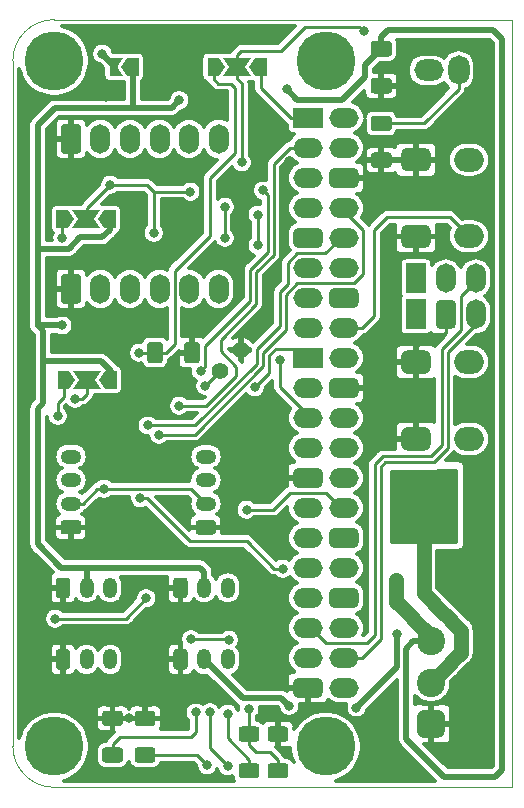
<source format=gbr>
%TF.GenerationSoftware,KiCad,Pcbnew,(5.1.7)-1*%
%TF.CreationDate,2020-11-30T22:01:16+01:00*%
%TF.ProjectId,zerosensor,7a65726f-7365-46e7-936f-722e6b696361,rev?*%
%TF.SameCoordinates,PX761e28cPY7a7afb0*%
%TF.FileFunction,Copper,L1,Top*%
%TF.FilePolarity,Positive*%
%FSLAX46Y46*%
G04 Gerber Fmt 4.6, Leading zero omitted, Abs format (unit mm)*
G04 Created by KiCad (PCBNEW (5.1.7)-1) date 2020-11-30 22:01:16*
%MOMM*%
%LPD*%
G01*
G04 APERTURE LIST*
%TA.AperFunction,Profile*%
%ADD10C,0.050000*%
%TD*%
%TA.AperFunction,ComponentPad*%
%ADD11O,1.200000X1.750000*%
%TD*%
%TA.AperFunction,SMDPad,CuDef*%
%ADD12C,1.400000*%
%TD*%
%TA.AperFunction,SMDPad,CuDef*%
%ADD13C,0.100000*%
%TD*%
%TA.AperFunction,ComponentPad*%
%ADD14O,2.500000X1.700000*%
%TD*%
%TA.AperFunction,ComponentPad*%
%ADD15R,2.500000X1.700000*%
%TD*%
%TA.AperFunction,ComponentPad*%
%ADD16O,1.750000X1.200000*%
%TD*%
%TA.AperFunction,ComponentPad*%
%ADD17O,1.700000X2.500000*%
%TD*%
%TA.AperFunction,ComponentPad*%
%ADD18O,2.500000X2.000000*%
%TD*%
%TA.AperFunction,ComponentPad*%
%ADD19C,5.000000*%
%TD*%
%TA.AperFunction,ComponentPad*%
%ADD20O,2.500000X1.800000*%
%TD*%
%TA.AperFunction,ComponentPad*%
%ADD21O,1.800000X2.500000*%
%TD*%
%TA.AperFunction,ComponentPad*%
%ADD22R,1.700000X2.500000*%
%TD*%
%TA.AperFunction,ComponentPad*%
%ADD23C,2.400000*%
%TD*%
%TA.AperFunction,ViaPad*%
%ADD24C,0.800000*%
%TD*%
%TA.AperFunction,ViaPad*%
%ADD25C,0.600000*%
%TD*%
%TA.AperFunction,Conductor*%
%ADD26C,0.250000*%
%TD*%
%TA.AperFunction,Conductor*%
%ADD27C,0.500000*%
%TD*%
%TA.AperFunction,Conductor*%
%ADD28C,1.250000*%
%TD*%
%TA.AperFunction,Conductor*%
%ADD29C,0.350000*%
%TD*%
%TA.AperFunction,Conductor*%
%ADD30C,0.100000*%
%TD*%
%TA.AperFunction,Conductor*%
%ADD31C,0.254000*%
%TD*%
G04 APERTURE END LIST*
D10*
X-38727500Y65000000D02*
G75*
G03*
X-42227500Y61500000I0J-3500000D01*
G01*
X-38727500Y0D02*
G75*
G02*
X-42227500Y3500000I0J3500000D01*
G01*
X2500Y0D02*
X-16997500Y0D01*
X2500Y65000000D02*
X2500Y0D01*
X-16997500Y65000000D02*
X2500Y65000000D01*
X-42227500Y3500000D02*
X-42227500Y61500000D01*
X-16997500Y0D02*
X-38727500Y0D01*
X-38727500Y65000000D02*
X-16997500Y65000000D01*
D11*
%TO.P,AIN4,3*%
%TO.N,Net-(AIN4-Pad3)*%
X-24035000Y16882000D03*
%TO.P,AIN4,2*%
%TO.N,+5V*%
X-26035000Y16882000D03*
%TO.P,AIN4,1*%
%TO.N,GND*%
%TA.AperFunction,ComponentPad*%
G36*
G01*
X-28635000Y16256999D02*
X-28635000Y17507001D01*
G75*
G02*
X-28385001Y17757000I249999J0D01*
G01*
X-27684999Y17757000D01*
G75*
G02*
X-27435000Y17507001I0J-249999D01*
G01*
X-27435000Y16256999D01*
G75*
G02*
X-27684999Y16007000I-249999J0D01*
G01*
X-28385001Y16007000D01*
G75*
G02*
X-28635000Y16256999I0J249999D01*
G01*
G37*
%TD.AperFunction*%
%TD*%
%TO.P,R23,2*%
%TO.N,I2C_SDA*%
%TA.AperFunction,SMDPad,CuDef*%
G36*
G01*
X-20402500Y2050000D02*
X-19152500Y2050000D01*
G75*
G02*
X-18902500Y1800000I0J-250000D01*
G01*
X-18902500Y1000000D01*
G75*
G02*
X-19152500Y750000I-250000J0D01*
G01*
X-20402500Y750000D01*
G75*
G02*
X-20652500Y1000000I0J250000D01*
G01*
X-20652500Y1800000D01*
G75*
G02*
X-20402500Y2050000I250000J0D01*
G01*
G37*
%TD.AperFunction*%
%TO.P,R23,1*%
%TO.N,GND*%
%TA.AperFunction,SMDPad,CuDef*%
G36*
G01*
X-20402500Y5150000D02*
X-19152500Y5150000D01*
G75*
G02*
X-18902500Y4900000I0J-250000D01*
G01*
X-18902500Y4100000D01*
G75*
G02*
X-19152500Y3850000I-250000J0D01*
G01*
X-20402500Y3850000D01*
G75*
G02*
X-20652500Y4100000I0J250000D01*
G01*
X-20652500Y4900000D01*
G75*
G02*
X-20402500Y5150000I250000J0D01*
G01*
G37*
%TD.AperFunction*%
%TD*%
%TO.P,R22,2*%
%TO.N,Net-(R22-Pad2)*%
%TA.AperFunction,SMDPad,CuDef*%
G36*
G01*
X-22852500Y2050000D02*
X-21602500Y2050000D01*
G75*
G02*
X-21352500Y1800000I0J-250000D01*
G01*
X-21352500Y1000000D01*
G75*
G02*
X-21602500Y750000I-250000J0D01*
G01*
X-22852500Y750000D01*
G75*
G02*
X-23102500Y1000000I0J250000D01*
G01*
X-23102500Y1800000D01*
G75*
G02*
X-22852500Y2050000I250000J0D01*
G01*
G37*
%TD.AperFunction*%
%TO.P,R22,1*%
%TO.N,I2C_SDA*%
%TA.AperFunction,SMDPad,CuDef*%
G36*
G01*
X-22852500Y5150000D02*
X-21602500Y5150000D01*
G75*
G02*
X-21352500Y4900000I0J-250000D01*
G01*
X-21352500Y4100000D01*
G75*
G02*
X-21602500Y3850000I-250000J0D01*
G01*
X-22852500Y3850000D01*
G75*
G02*
X-23102500Y4100000I0J250000D01*
G01*
X-23102500Y4900000D01*
G75*
G02*
X-22852500Y5150000I250000J0D01*
G01*
G37*
%TD.AperFunction*%
%TD*%
D12*
%TO.P,TP1,2*%
%TO.N,GND*%
X-22927500Y37000000D03*
%TO.P,TP1,1*%
%TO.N,Net-(R21-Pad2)*%
X-24723551Y35203949D03*
%TD*%
%TA.AperFunction,SMDPad,CuDef*%
D13*
%TO.P,JP4,3*%
%TO.N,Net-(J2-Pad1)*%
G36*
X-22202500Y61000000D02*
G01*
X-21702500Y61750000D01*
X-20727500Y61750000D01*
X-20727500Y60250000D01*
X-21702500Y60250000D01*
X-22202500Y61000000D01*
G37*
%TD.AperFunction*%
%TA.AperFunction,SMDPad,CuDef*%
%TO.P,JP4,2*%
%TO.N,+3V3*%
G36*
X-22527500Y61000000D02*
G01*
X-22027500Y60250000D01*
X-24427500Y60250000D01*
X-23927500Y61000000D01*
X-24427500Y61750000D01*
X-22027500Y61750000D01*
X-22527500Y61000000D01*
G37*
%TD.AperFunction*%
%TA.AperFunction,SMDPad,CuDef*%
%TO.P,JP4,1*%
%TO.N,3V3_Regulator*%
G36*
X-24252500Y61000000D02*
G01*
X-24752500Y60250000D01*
X-25727500Y60250000D01*
X-25727500Y61750000D01*
X-24752500Y61750000D01*
X-24252500Y61000000D01*
G37*
%TD.AperFunction*%
%TD*%
%TO.P,C9,2*%
%TO.N,GND*%
%TA.AperFunction,SMDPad,CuDef*%
G36*
G01*
X-27727500Y36149999D02*
X-27727500Y37450001D01*
G75*
G02*
X-27477501Y37700000I249999J0D01*
G01*
X-26652499Y37700000D01*
G75*
G02*
X-26402500Y37450001I0J-249999D01*
G01*
X-26402500Y36149999D01*
G75*
G02*
X-26652499Y35900000I-249999J0D01*
G01*
X-27477501Y35900000D01*
G75*
G02*
X-27727500Y36149999I0J249999D01*
G01*
G37*
%TD.AperFunction*%
%TO.P,C9,1*%
%TO.N,3V3_Regulator*%
%TA.AperFunction,SMDPad,CuDef*%
G36*
G01*
X-30852500Y36149999D02*
X-30852500Y37450001D01*
G75*
G02*
X-30602501Y37700000I249999J0D01*
G01*
X-29777499Y37700000D01*
G75*
G02*
X-29527500Y37450001I0J-249999D01*
G01*
X-29527500Y36149999D01*
G75*
G02*
X-29777499Y35900000I-249999J0D01*
G01*
X-30602501Y35900000D01*
G75*
G02*
X-30852500Y36149999I0J249999D01*
G01*
G37*
%TD.AperFunction*%
%TD*%
%TA.AperFunction,SMDPad,CuDef*%
%TO.P,JP2,1*%
%TO.N,+5V*%
G36*
X-33052500Y61000000D02*
G01*
X-32552500Y61750000D01*
X-31577500Y61750000D01*
X-31577500Y60250000D01*
X-32552500Y60250000D01*
X-33052500Y61000000D01*
G37*
%TD.AperFunction*%
%TA.AperFunction,SMDPad,CuDef*%
%TO.P,JP2,2*%
%TO.N,Net-(C7-Pad1)*%
G36*
X-34027500Y61750000D02*
G01*
X-32877500Y61750000D01*
X-33377500Y61000000D01*
X-32877500Y60250000D01*
X-34027500Y60250000D01*
X-34027500Y61750000D01*
G37*
%TD.AperFunction*%
%TD*%
%TA.AperFunction,SMDPad,CuDef*%
%TO.P,JP3,3*%
%TO.N,+3V3*%
G36*
X-37052500Y48100000D02*
G01*
X-37552500Y47350000D01*
X-38527500Y47350000D01*
X-38527500Y48850000D01*
X-37552500Y48850000D01*
X-37052500Y48100000D01*
G37*
%TD.AperFunction*%
%TA.AperFunction,SMDPad,CuDef*%
%TO.P,JP3,2*%
%TO.N,Net-(C5-Pad1)*%
G36*
X-36727500Y48100000D02*
G01*
X-37227500Y48850000D01*
X-34827500Y48850000D01*
X-35327500Y48100000D01*
X-34827500Y47350000D01*
X-37227500Y47350000D01*
X-36727500Y48100000D01*
G37*
%TD.AperFunction*%
%TA.AperFunction,SMDPad,CuDef*%
%TO.P,JP3,1*%
%TO.N,+5V*%
G36*
X-35002500Y48100000D02*
G01*
X-34502500Y48850000D01*
X-33527500Y48850000D01*
X-33527500Y47350000D01*
X-34502500Y47350000D01*
X-35002500Y48100000D01*
G37*
%TD.AperFunction*%
%TD*%
%TA.AperFunction,SMDPad,CuDef*%
%TO.P,JP1,3*%
%TO.N,+3V3*%
G36*
X-36952500Y34500000D02*
G01*
X-37452500Y33750000D01*
X-38427500Y33750000D01*
X-38427500Y35250000D01*
X-37452500Y35250000D01*
X-36952500Y34500000D01*
G37*
%TD.AperFunction*%
%TA.AperFunction,SMDPad,CuDef*%
%TO.P,JP1,2*%
%TO.N,Net-(C3-Pad1)*%
G36*
X-36627500Y34500000D02*
G01*
X-37127500Y35250000D01*
X-34727500Y35250000D01*
X-35227500Y34500000D01*
X-34727500Y33750000D01*
X-37127500Y33750000D01*
X-36627500Y34500000D01*
G37*
%TD.AperFunction*%
%TA.AperFunction,SMDPad,CuDef*%
%TO.P,JP1,1*%
%TO.N,+5V*%
G36*
X-34902500Y34500000D02*
G01*
X-34402500Y35250000D01*
X-33427500Y35250000D01*
X-33427500Y33750000D01*
X-34402500Y33750000D01*
X-34902500Y34500000D01*
G37*
%TD.AperFunction*%
%TD*%
D14*
%TO.P,J2,40*%
%TO.N,Net-(J2-Pad40)*%
X-14195000Y8415000D03*
%TO.P,J2,39*%
%TO.N,GND*%
%TA.AperFunction,ComponentPad*%
G36*
G01*
X-18485000Y7990000D02*
X-18485000Y8840000D01*
G75*
G02*
X-18060000Y9265000I425000J0D01*
G01*
X-16410000Y9265000D01*
G75*
G02*
X-15985000Y8840000I0J-425000D01*
G01*
X-15985000Y7990000D01*
G75*
G02*
X-16410000Y7565000I-425000J0D01*
G01*
X-18060000Y7565000D01*
G75*
G02*
X-18485000Y7990000I0J425000D01*
G01*
G37*
%TD.AperFunction*%
%TO.P,J2,38*%
%TO.N,I2S_DOUT*%
X-14195000Y10955000D03*
%TO.P,J2,37*%
%TO.N,Net-(J2-Pad37)*%
X-17235000Y10955000D03*
%TO.P,J2,36*%
%TO.N,Net-(J2-Pad36)*%
X-14195000Y13495000D03*
%TO.P,J2,35*%
%TO.N,I2S_LRCLK*%
X-17235000Y13495000D03*
%TO.P,J2,34*%
%TO.N,Net-(J2-Pad34)*%
%TA.AperFunction,ComponentPad*%
G36*
G01*
X-15445000Y15610000D02*
X-15445000Y16460000D01*
G75*
G02*
X-15020000Y16885000I425000J0D01*
G01*
X-13370000Y16885000D01*
G75*
G02*
X-12945000Y16460000I0J-425000D01*
G01*
X-12945000Y15610000D01*
G75*
G02*
X-13370000Y15185000I-425000J0D01*
G01*
X-15020000Y15185000D01*
G75*
G02*
X-15445000Y15610000I0J425000D01*
G01*
G37*
%TD.AperFunction*%
%TO.P,J2,33*%
%TO.N,Net-(J2-Pad33)*%
X-17235000Y16035000D03*
%TO.P,J2,32*%
%TO.N,Strobe*%
X-14195000Y18575000D03*
%TO.P,J2,31*%
%TO.N,Net-(J2-Pad31)*%
X-17235000Y18575000D03*
%TO.P,J2,30*%
%TO.N,Net-(J2-Pad30)*%
%TA.AperFunction,ComponentPad*%
G36*
G01*
X-15445000Y20690000D02*
X-15445000Y21540000D01*
G75*
G02*
X-15020000Y21965000I425000J0D01*
G01*
X-13370000Y21965000D01*
G75*
G02*
X-12945000Y21540000I0J-425000D01*
G01*
X-12945000Y20690000D01*
G75*
G02*
X-13370000Y20265000I-425000J0D01*
G01*
X-15020000Y20265000D01*
G75*
G02*
X-15445000Y20690000I0J425000D01*
G01*
G37*
%TD.AperFunction*%
%TO.P,J2,29*%
%TO.N,Net-(J2-Pad29)*%
X-17235000Y21115000D03*
%TO.P,J2,28*%
%TO.N,Net-(J2-Pad28)*%
X-14195000Y23655000D03*
%TO.P,J2,27*%
%TO.N,Net-(J2-Pad27)*%
X-17235000Y23655000D03*
%TO.P,J2,26*%
%TO.N,SPI_CE1*%
X-14195000Y26195000D03*
%TO.P,J2,25*%
%TO.N,GND*%
%TA.AperFunction,ComponentPad*%
G36*
G01*
X-18485000Y25770000D02*
X-18485000Y26620000D01*
G75*
G02*
X-18060000Y27045000I425000J0D01*
G01*
X-16410000Y27045000D01*
G75*
G02*
X-15985000Y26620000I0J-425000D01*
G01*
X-15985000Y25770000D01*
G75*
G02*
X-16410000Y25345000I-425000J0D01*
G01*
X-18060000Y25345000D01*
G75*
G02*
X-18485000Y25770000I0J425000D01*
G01*
G37*
%TD.AperFunction*%
%TO.P,J2,24*%
%TO.N,SPI_CE0*%
X-14195000Y28735000D03*
%TO.P,J2,23*%
%TO.N,SPI_SCLK*%
X-17235000Y28735000D03*
%TO.P,J2,22*%
%TO.N,Net-(J2-Pad22)*%
X-14195000Y31275000D03*
%TO.P,J2,21*%
%TO.N,SPI_MISO*%
X-17235000Y31275000D03*
%TO.P,J2,20*%
%TO.N,GND*%
%TA.AperFunction,ComponentPad*%
G36*
G01*
X-15445000Y33390000D02*
X-15445000Y34240000D01*
G75*
G02*
X-15020000Y34665000I425000J0D01*
G01*
X-13370000Y34665000D01*
G75*
G02*
X-12945000Y34240000I0J-425000D01*
G01*
X-12945000Y33390000D01*
G75*
G02*
X-13370000Y32965000I-425000J0D01*
G01*
X-15020000Y32965000D01*
G75*
G02*
X-15445000Y33390000I0J425000D01*
G01*
G37*
%TD.AperFunction*%
%TO.P,J2,19*%
%TO.N,SPI_MOSI*%
X-17235000Y33815000D03*
%TO.P,J2,18*%
%TO.N,Net-(J2-Pad18)*%
X-14195000Y36355000D03*
D15*
%TO.P,J2,17*%
%TO.N,Net-(J2-Pad17)*%
X-17235000Y36355000D03*
D14*
%TO.P,J2,16*%
%TO.N,Button2*%
X-14195000Y38895000D03*
%TO.P,J2,15*%
%TO.N,Button1*%
X-17235000Y38895000D03*
%TO.P,J2,14*%
%TO.N,Net-(J2-Pad14)*%
%TA.AperFunction,ComponentPad*%
G36*
G01*
X-15445000Y41010000D02*
X-15445000Y41860000D01*
G75*
G02*
X-15020000Y42285000I425000J0D01*
G01*
X-13370000Y42285000D01*
G75*
G02*
X-12945000Y41860000I0J-425000D01*
G01*
X-12945000Y41010000D01*
G75*
G02*
X-13370000Y40585000I-425000J0D01*
G01*
X-15020000Y40585000D01*
G75*
G02*
X-15445000Y41010000I0J425000D01*
G01*
G37*
%TD.AperFunction*%
%TO.P,J2,13*%
%TO.N,Net-(J2-Pad13)*%
X-17235000Y41435000D03*
%TO.P,J2,12*%
%TO.N,I2S_BCLK*%
X-14195000Y43975000D03*
%TO.P,J2,11*%
%TO.N,Net-(J2-Pad11)*%
X-17235000Y43975000D03*
%TO.P,J2,10*%
%TO.N,UART_RX*%
X-14195000Y46515000D03*
%TO.P,J2,9*%
%TO.N,Net-(J2-Pad9)*%
%TA.AperFunction,ComponentPad*%
G36*
G01*
X-18485000Y46090000D02*
X-18485000Y46940000D01*
G75*
G02*
X-18060000Y47365000I425000J0D01*
G01*
X-16410000Y47365000D01*
G75*
G02*
X-15985000Y46940000I0J-425000D01*
G01*
X-15985000Y46090000D01*
G75*
G02*
X-16410000Y45665000I-425000J0D01*
G01*
X-18060000Y45665000D01*
G75*
G02*
X-18485000Y46090000I0J425000D01*
G01*
G37*
%TD.AperFunction*%
%TO.P,J2,8*%
%TO.N,UART_TX*%
X-14195000Y49055000D03*
%TO.P,J2,7*%
%TO.N,LED*%
X-17235000Y49055000D03*
%TO.P,J2,6*%
%TO.N,GND*%
%TA.AperFunction,ComponentPad*%
G36*
G01*
X-15445000Y51170000D02*
X-15445000Y52020000D01*
G75*
G02*
X-15020000Y52445000I425000J0D01*
G01*
X-13370000Y52445000D01*
G75*
G02*
X-12945000Y52020000I0J-425000D01*
G01*
X-12945000Y51170000D01*
G75*
G02*
X-13370000Y50745000I-425000J0D01*
G01*
X-15020000Y50745000D01*
G75*
G02*
X-15445000Y51170000I0J425000D01*
G01*
G37*
%TD.AperFunction*%
%TO.P,J2,5*%
%TO.N,I2C_SCL*%
X-17235000Y51595000D03*
%TO.P,J2,4*%
%TO.N,+5V*%
X-14195000Y54135000D03*
%TO.P,J2,3*%
%TO.N,I2C_SDA*%
X-17235000Y54135000D03*
%TO.P,J2,2*%
%TO.N,+5V*%
X-14195000Y56675000D03*
D15*
%TO.P,J2,1*%
%TO.N,Net-(J2-Pad1)*%
X-17235000Y56675000D03*
%TD*%
%TO.P,C6,2*%
%TO.N,GND*%
%TA.AperFunction,SMDPad,CuDef*%
G36*
G01*
X-11677501Y60062500D02*
X-10377499Y60062500D01*
G75*
G02*
X-10127500Y59812501I0J-249999D01*
G01*
X-10127500Y58987499D01*
G75*
G02*
X-10377499Y58737500I-249999J0D01*
G01*
X-11677501Y58737500D01*
G75*
G02*
X-11927500Y58987499I0J249999D01*
G01*
X-11927500Y59812501D01*
G75*
G02*
X-11677501Y60062500I249999J0D01*
G01*
G37*
%TD.AperFunction*%
%TO.P,C6,1*%
%TO.N,Ext_Supply*%
%TA.AperFunction,SMDPad,CuDef*%
G36*
G01*
X-11677501Y63187500D02*
X-10377499Y63187500D01*
G75*
G02*
X-10127500Y62937501I0J-249999D01*
G01*
X-10127500Y62112499D01*
G75*
G02*
X-10377499Y61862500I-249999J0D01*
G01*
X-11677501Y61862500D01*
G75*
G02*
X-11927500Y62112499I0J249999D01*
G01*
X-11927500Y62937501D01*
G75*
G02*
X-11677501Y63187500I249999J0D01*
G01*
G37*
%TD.AperFunction*%
%TD*%
%TO.P,R16,2*%
%TO.N,Net-(D5-Pad1)*%
%TA.AperFunction,SMDPad,CuDef*%
G36*
G01*
X-34410000Y3382000D02*
X-33160000Y3382000D01*
G75*
G02*
X-32910000Y3132000I0J-250000D01*
G01*
X-32910000Y2332000D01*
G75*
G02*
X-33160000Y2082000I-250000J0D01*
G01*
X-34410000Y2082000D01*
G75*
G02*
X-34660000Y2332000I0J250000D01*
G01*
X-34660000Y3132000D01*
G75*
G02*
X-34410000Y3382000I250000J0D01*
G01*
G37*
%TD.AperFunction*%
%TO.P,R16,1*%
%TO.N,GND*%
%TA.AperFunction,SMDPad,CuDef*%
G36*
G01*
X-34410000Y6482000D02*
X-33160000Y6482000D01*
G75*
G02*
X-32910000Y6232000I0J-250000D01*
G01*
X-32910000Y5432000D01*
G75*
G02*
X-33160000Y5182000I-250000J0D01*
G01*
X-34410000Y5182000D01*
G75*
G02*
X-34660000Y5432000I0J250000D01*
G01*
X-34660000Y6232000D01*
G75*
G02*
X-34410000Y6482000I250000J0D01*
G01*
G37*
%TD.AperFunction*%
%TD*%
%TO.P,R15,2*%
%TO.N,Net-(D4-Pad1)*%
%TA.AperFunction,SMDPad,CuDef*%
G36*
G01*
X-31652500Y3382000D02*
X-30402500Y3382000D01*
G75*
G02*
X-30152500Y3132000I0J-250000D01*
G01*
X-30152500Y2332000D01*
G75*
G02*
X-30402500Y2082000I-250000J0D01*
G01*
X-31652500Y2082000D01*
G75*
G02*
X-31902500Y2332000I0J250000D01*
G01*
X-31902500Y3132000D01*
G75*
G02*
X-31652500Y3382000I250000J0D01*
G01*
G37*
%TD.AperFunction*%
%TO.P,R15,1*%
%TO.N,GND*%
%TA.AperFunction,SMDPad,CuDef*%
G36*
G01*
X-31652500Y6482000D02*
X-30402500Y6482000D01*
G75*
G02*
X-30152500Y6232000I0J-250000D01*
G01*
X-30152500Y5432000D01*
G75*
G02*
X-30402500Y5182000I-250000J0D01*
G01*
X-31652500Y5182000D01*
G75*
G02*
X-31902500Y5432000I0J250000D01*
G01*
X-31902500Y6232000D01*
G75*
G02*
X-31652500Y6482000I250000J0D01*
G01*
G37*
%TD.AperFunction*%
%TD*%
D11*
%TO.P,AIN3,3*%
%TO.N,Net-(AIN3-Pad3)*%
X-33985000Y16882000D03*
%TO.P,AIN3,2*%
%TO.N,+5V*%
X-35985000Y16882000D03*
%TO.P,AIN3,1*%
%TO.N,GND*%
%TA.AperFunction,ComponentPad*%
G36*
G01*
X-38585000Y16256999D02*
X-38585000Y17507001D01*
G75*
G02*
X-38335001Y17757000I249999J0D01*
G01*
X-37634999Y17757000D01*
G75*
G02*
X-37385000Y17507001I0J-249999D01*
G01*
X-37385000Y16256999D01*
G75*
G02*
X-37634999Y16007000I-249999J0D01*
G01*
X-38335001Y16007000D01*
G75*
G02*
X-38585000Y16256999I0J249999D01*
G01*
G37*
%TD.AperFunction*%
%TD*%
%TO.P,AIN1,3*%
%TO.N,Net-(AIN1-Pad3)*%
X-24035000Y10832000D03*
%TO.P,AIN1,2*%
%TO.N,+5V*%
X-26035000Y10832000D03*
%TO.P,AIN1,1*%
%TO.N,GND*%
%TA.AperFunction,ComponentPad*%
G36*
G01*
X-28635000Y10206999D02*
X-28635000Y11457001D01*
G75*
G02*
X-28385001Y11707000I249999J0D01*
G01*
X-27684999Y11707000D01*
G75*
G02*
X-27435000Y11457001I0J-249999D01*
G01*
X-27435000Y10206999D01*
G75*
G02*
X-27684999Y9957000I-249999J0D01*
G01*
X-28385001Y9957000D01*
G75*
G02*
X-28635000Y10206999I0J249999D01*
G01*
G37*
%TD.AperFunction*%
%TD*%
%TO.P,AIN2,3*%
%TO.N,Net-(AIN2-Pad3)*%
X-33985000Y10832000D03*
%TO.P,AIN2,2*%
%TO.N,+5V*%
X-35985000Y10832000D03*
%TO.P,AIN2,1*%
%TO.N,GND*%
%TA.AperFunction,ComponentPad*%
G36*
G01*
X-38585000Y10206999D02*
X-38585000Y11457001D01*
G75*
G02*
X-38335001Y11707000I249999J0D01*
G01*
X-37634999Y11707000D01*
G75*
G02*
X-37385000Y11457001I0J-249999D01*
G01*
X-37385000Y10206999D01*
G75*
G02*
X-37634999Y9957000I-249999J0D01*
G01*
X-38335001Y9957000D01*
G75*
G02*
X-38585000Y10206999I0J249999D01*
G01*
G37*
%TD.AperFunction*%
%TD*%
D16*
%TO.P,UART1,4*%
%TO.N,Net-(U2-Pad14)*%
X-25875000Y27997000D03*
%TO.P,UART1,3*%
%TO.N,Net-(U2-Pad13)*%
X-25875000Y25997000D03*
%TO.P,UART1,2*%
%TO.N,Net-(C3-Pad1)*%
X-25875000Y23997000D03*
%TO.P,UART1,1*%
%TO.N,GND*%
%TA.AperFunction,ComponentPad*%
G36*
G01*
X-25249999Y21397000D02*
X-26500001Y21397000D01*
G75*
G02*
X-26750000Y21646999I0J249999D01*
G01*
X-26750000Y22347001D01*
G75*
G02*
X-26500001Y22597000I249999J0D01*
G01*
X-25249999Y22597000D01*
G75*
G02*
X-25000000Y22347001I0J-249999D01*
G01*
X-25000000Y21646999D01*
G75*
G02*
X-25249999Y21397000I-249999J0D01*
G01*
G37*
%TD.AperFunction*%
%TD*%
%TO.P,I2C1,4*%
%TO.N,Net-(I2C1-Pad4)*%
X-37305000Y28004000D03*
%TO.P,I2C1,3*%
%TO.N,Net-(I2C1-Pad3)*%
X-37305000Y26004000D03*
%TO.P,I2C1,2*%
%TO.N,Net-(C3-Pad1)*%
X-37305000Y24004000D03*
%TO.P,I2C1,1*%
%TO.N,GND*%
%TA.AperFunction,ComponentPad*%
G36*
G01*
X-36679999Y21404000D02*
X-37930001Y21404000D01*
G75*
G02*
X-38180000Y21653999I0J249999D01*
G01*
X-38180000Y22354001D01*
G75*
G02*
X-37930001Y22604000I249999J0D01*
G01*
X-36679999Y22604000D01*
G75*
G02*
X-36430000Y22354001I0J-249999D01*
G01*
X-36430000Y21653999D01*
G75*
G02*
X-36679999Y21404000I-249999J0D01*
G01*
G37*
%TD.AperFunction*%
%TD*%
D17*
%TO.P,SPI2,6*%
%TO.N,Net-(SPI2-Pad6)*%
X-24805000Y42197000D03*
%TO.P,SPI2,5*%
%TO.N,Net-(SPI2-Pad5)*%
X-27305000Y42197000D03*
%TO.P,SPI2,4*%
%TO.N,Net-(SPI2-Pad4)*%
X-29805000Y42197000D03*
%TO.P,SPI2,3*%
%TO.N,Net-(SPI2-Pad3)*%
X-32305000Y42197000D03*
%TO.P,SPI2,2*%
%TO.N,Net-(C5-Pad1)*%
X-34805000Y42197000D03*
%TO.P,SPI2,1*%
%TO.N,GND*%
%TA.AperFunction,ComponentPad*%
G36*
G01*
X-38155000Y41196900D02*
X-38155000Y43197100D01*
G75*
G02*
X-37905100Y43447000I249900J0D01*
G01*
X-36704900Y43447000D01*
G75*
G02*
X-36455000Y43197100I0J-249900D01*
G01*
X-36455000Y41196900D01*
G75*
G02*
X-36704900Y40947000I-249900J0D01*
G01*
X-37905100Y40947000D01*
G75*
G02*
X-38155000Y41196900I0J249900D01*
G01*
G37*
%TD.AperFunction*%
%TD*%
%TO.P,SW2,1*%
%TO.N,GND*%
%TA.AperFunction,ComponentPad*%
G36*
G01*
X-6845000Y53642000D02*
X-6845000Y52642000D01*
G75*
G02*
X-7345000Y52142000I-500000J0D01*
G01*
X-8845000Y52142000D01*
G75*
G02*
X-9345000Y52642000I0J500000D01*
G01*
X-9345000Y53642000D01*
G75*
G02*
X-8845000Y54142000I500000J0D01*
G01*
X-7345000Y54142000D01*
G75*
G02*
X-6845000Y53642000I0J-500000D01*
G01*
G37*
%TD.AperFunction*%
D18*
%TO.P,SW2,2*%
%TO.N,Button2*%
X-3595000Y53142000D03*
%TO.P,SW2,1*%
%TO.N,GND*%
%TA.AperFunction,ComponentPad*%
G36*
G01*
X-6845000Y47142000D02*
X-6845000Y46142000D01*
G75*
G02*
X-7345000Y45642000I-500000J0D01*
G01*
X-8845000Y45642000D01*
G75*
G02*
X-9345000Y46142000I0J500000D01*
G01*
X-9345000Y47142000D01*
G75*
G02*
X-8845000Y47642000I500000J0D01*
G01*
X-7345000Y47642000D01*
G75*
G02*
X-6845000Y47142000I0J-500000D01*
G01*
G37*
%TD.AperFunction*%
%TO.P,SW2,2*%
%TO.N,Button2*%
X-3595000Y46642000D03*
%TD*%
%TO.P,SW1,1*%
%TO.N,GND*%
%TA.AperFunction,ComponentPad*%
G36*
G01*
X-6845000Y36497000D02*
X-6845000Y35497000D01*
G75*
G02*
X-7345000Y34997000I-500000J0D01*
G01*
X-8845000Y34997000D01*
G75*
G02*
X-9345000Y35497000I0J500000D01*
G01*
X-9345000Y36497000D01*
G75*
G02*
X-8845000Y36997000I500000J0D01*
G01*
X-7345000Y36997000D01*
G75*
G02*
X-6845000Y36497000I0J-500000D01*
G01*
G37*
%TD.AperFunction*%
%TO.P,SW1,2*%
%TO.N,Button1*%
X-3595000Y35997000D03*
%TO.P,SW1,1*%
%TO.N,GND*%
%TA.AperFunction,ComponentPad*%
G36*
G01*
X-6845000Y29997000D02*
X-6845000Y28997000D01*
G75*
G02*
X-7345000Y28497000I-500000J0D01*
G01*
X-8845000Y28497000D01*
G75*
G02*
X-9345000Y28997000I0J500000D01*
G01*
X-9345000Y29997000D01*
G75*
G02*
X-8845000Y30497000I500000J0D01*
G01*
X-7345000Y30497000D01*
G75*
G02*
X-6845000Y29997000I0J-500000D01*
G01*
G37*
%TD.AperFunction*%
%TO.P,SW1,2*%
%TO.N,Button1*%
X-3595000Y29497000D03*
%TD*%
D19*
%TO.P,REF\u002A\u002A,*%
%TO.N,*%
X-38727500Y3462000D03*
%TD*%
%TO.P,REF\u002A\u002A,*%
%TO.N,*%
X-38727500Y61501000D03*
%TD*%
D20*
%TO.P,D1,2*%
%TO.N,LED*%
X-7025000Y60700000D03*
D21*
%TO.P,D1,1*%
%TO.N,Net-(D1-Pad1)*%
X-4485000Y60700000D03*
%TD*%
D17*
%TO.P,SPI1,6*%
%TO.N,Net-(SPI1-Pad6)*%
X-24805000Y54897000D03*
%TO.P,SPI1,5*%
%TO.N,Net-(SPI1-Pad5)*%
X-27305000Y54897000D03*
%TO.P,SPI1,4*%
%TO.N,Net-(SPI1-Pad4)*%
X-29805000Y54897000D03*
%TO.P,SPI1,3*%
%TO.N,Net-(SPI1-Pad3)*%
X-32305000Y54897000D03*
%TO.P,SPI1,2*%
%TO.N,Net-(C5-Pad1)*%
X-34805000Y54897000D03*
%TO.P,SPI1,1*%
%TO.N,GND*%
%TA.AperFunction,ComponentPad*%
G36*
G01*
X-38155000Y53896900D02*
X-38155000Y55897100D01*
G75*
G02*
X-37905100Y56147000I249900J0D01*
G01*
X-36704900Y56147000D01*
G75*
G02*
X-36455000Y55897100I0J-249900D01*
G01*
X-36455000Y53896900D01*
G75*
G02*
X-36704900Y53647000I-249900J0D01*
G01*
X-37905100Y53647000D01*
G75*
G02*
X-38155000Y53896900I0J249900D01*
G01*
G37*
%TD.AperFunction*%
%TD*%
D22*
%TO.P,I2S1,6*%
%TO.N,N/C*%
X-8095000Y40042000D03*
%TO.P,I2S1,5*%
%TO.N,+3V3*%
X-8095000Y43082000D03*
%TO.P,I2S1,4*%
%TO.N,GND*%
%TA.AperFunction,ComponentPad*%
G36*
G01*
X-5980000Y41292000D02*
X-5130000Y41292000D01*
G75*
G02*
X-4705000Y40867000I0J-425000D01*
G01*
X-4705000Y39217000D01*
G75*
G02*
X-5130000Y38792000I-425000J0D01*
G01*
X-5980000Y38792000D01*
G75*
G02*
X-6405000Y39217000I0J425000D01*
G01*
X-6405000Y40867000D01*
G75*
G02*
X-5980000Y41292000I425000J0D01*
G01*
G37*
%TD.AperFunction*%
D17*
%TO.P,I2S1,3*%
%TO.N,I2S_BCLK*%
X-5555000Y43082000D03*
%TO.P,I2S1,2*%
%TO.N,I2S_DOUT*%
X-3015000Y40042000D03*
%TO.P,I2S1,1*%
%TO.N,I2S_LRCLK*%
X-3015000Y43082000D03*
%TD*%
%TO.P,R4,2*%
%TO.N,GND*%
%TA.AperFunction,SMDPad,CuDef*%
G36*
G01*
X-11652501Y53750000D02*
X-10402499Y53750000D01*
G75*
G02*
X-10152500Y53500001I0J-249999D01*
G01*
X-10152500Y52699999D01*
G75*
G02*
X-10402499Y52450000I-249999J0D01*
G01*
X-11652501Y52450000D01*
G75*
G02*
X-11902500Y52699999I0J249999D01*
G01*
X-11902500Y53500001D01*
G75*
G02*
X-11652501Y53750000I249999J0D01*
G01*
G37*
%TD.AperFunction*%
%TO.P,R4,1*%
%TO.N,Net-(D1-Pad1)*%
%TA.AperFunction,SMDPad,CuDef*%
G36*
G01*
X-11652501Y56850000D02*
X-10402499Y56850000D01*
G75*
G02*
X-10152500Y56600001I0J-249999D01*
G01*
X-10152500Y55799999D01*
G75*
G02*
X-10402499Y55550000I-249999J0D01*
G01*
X-11652501Y55550000D01*
G75*
G02*
X-11902500Y55799999I0J249999D01*
G01*
X-11902500Y56600001D01*
G75*
G02*
X-11652501Y56850000I249999J0D01*
G01*
G37*
%TD.AperFunction*%
%TD*%
D19*
%TO.P,REF\u002A\u002A,*%
%TO.N,*%
X-15727500Y3462000D03*
%TD*%
%TO.P,REF\u002A\u002A,*%
%TO.N,*%
X-15727500Y61501000D03*
%TD*%
D23*
%TO.P,J5,3*%
%TO.N,Ext_Supply*%
X-6825000Y12367000D03*
%TO.P,J5,2*%
%TO.N,Net-(D6-Pad1)*%
X-6825000Y8867000D03*
%TO.P,J5,1*%
%TO.N,GND*%
%TA.AperFunction,ComponentPad*%
G36*
G01*
X-6225000Y4167000D02*
X-7425000Y4167000D01*
G75*
G02*
X-8025000Y4767000I0J600000D01*
G01*
X-8025000Y5967000D01*
G75*
G02*
X-7425000Y6567000I600000J0D01*
G01*
X-6225000Y6567000D01*
G75*
G02*
X-5625000Y5967000I0J-600000D01*
G01*
X-5625000Y4767000D01*
G75*
G02*
X-6225000Y4167000I-600000J0D01*
G01*
G37*
%TD.AperFunction*%
%TD*%
D24*
%TO.N,+3V3*%
X-38027500Y46500000D03*
X-22827500Y52900000D03*
X-12527500Y64000000D03*
X-38427500Y31450000D03*
%TO.N,GND*%
X-34685000Y29582000D03*
X-30185000Y20382000D03*
X-32427500Y5832000D03*
X-23923595Y51770597D03*
X-2485000Y20232000D03*
X-20335000Y56882000D03*
X-23727500Y22100000D03*
X-18827500Y53000000D03*
X-40677504Y32950000D03*
X-10027500Y4650000D03*
X-18277500Y5800000D03*
X-21427500Y16050000D03*
X-21427502Y10500000D03*
X-40427500Y16050000D03*
X-40477500Y10500000D03*
X-34377500Y58425010D03*
X-31627500Y46800000D03*
%TO.N,Net-(J2-Pad28)*%
X-22427500Y23500000D03*
%TO.N,+5V*%
X-38027500Y39100000D03*
X-13127500Y6750000D03*
X-18827500Y6885848D03*
X-28127500Y58174998D03*
X-9727506Y13000000D03*
%TO.N,UART_TX*%
X-29835000Y29856990D03*
%TO.N,SPI_SCLK*%
X-21492000Y48482000D03*
X-21485000Y45882000D03*
%TO.N,SPI_MISO*%
X-19635011Y36137941D03*
%TO.N,SPI_MOSI*%
X-24285000Y49132000D03*
X-24285000Y46532000D03*
%TO.N,UART_RX*%
X-30785000Y30631998D03*
%TO.N,I2C_SCL*%
X-31435000Y24482000D03*
X-21035000Y50532002D03*
X-26331713Y35245548D03*
X-19377500Y18499998D03*
%TO.N,I2C_SDA*%
X-28127502Y32300000D03*
X-22227500Y6600000D03*
%TO.N,Net-(C3-Pad1)*%
X-34509999Y25257001D03*
X-36927500Y32900000D03*
%TO.N,Net-(C5-Pad1)*%
X-27185000Y50432000D03*
X-30285000Y46932000D03*
X-33977500Y51000000D03*
%TO.N,Net-(C7-Pad1)*%
X-34665003Y62112493D03*
%TO.N,Net-(D2-Pad1)*%
X-25527500Y6350000D03*
X-24027502Y1800000D03*
%TO.N,Net-(D4-Pad1)*%
X-38635000Y14282000D03*
X-25777500Y1875010D03*
X-30927500Y16000000D03*
%TO.N,Net-(D5-Pad1)*%
X-26735000Y6332000D03*
X-27135000Y12532000D03*
X-23927500Y12499998D03*
D25*
%TO.N,Net-(D6-Pad1)*%
X-6435000Y25082000D03*
X-8385000Y25082000D03*
X-7385000Y26382000D03*
X-9435000Y23882000D03*
X-5485000Y23882000D03*
X-5435000Y26382000D03*
X-9485000Y26382000D03*
X-9485000Y21482000D03*
X-5435000Y21432000D03*
X-5472500Y10219500D03*
X-4772500Y10919500D03*
X-4285000Y11782000D03*
X-4285000Y12782000D03*
X-4766999Y13750001D03*
X-5491999Y14475001D03*
X-6216999Y15200001D03*
X-6941999Y15925001D03*
X-7435000Y16882000D03*
X-7435000Y17882000D03*
X-7435000Y18882000D03*
X-7435000Y19882000D03*
X-7435000Y20882000D03*
D24*
%TO.N,Net-(J2-Pad17)*%
X-21725242Y33863657D03*
%TO.N,3V3_Regulator*%
X-31527500Y36800000D03*
%TO.N,Net-(R21-Pad2)*%
X-25927502Y34000000D03*
%TO.N,Net-(R22-Pad2)*%
X-24027500Y6206940D03*
D25*
%TO.N,Ext_Supply*%
X-7972884Y13944116D03*
X-8672884Y14644116D03*
X-9447884Y15419116D03*
X-9746000Y16521000D03*
X-9745999Y17521001D03*
D24*
X-19027497Y59100011D03*
%TD*%
D26*
%TO.N,+3V3*%
X-38027500Y48100000D02*
X-38027500Y46500000D01*
X-38427500Y32550000D02*
X-38427500Y31450000D01*
X-37927500Y33050000D02*
X-38427500Y32550000D01*
X-37927500Y34500000D02*
X-37927500Y33050000D01*
X-12903501Y64376001D02*
X-12527500Y64000000D01*
X-17501499Y64376001D02*
X-12903501Y64376001D01*
X-19527500Y62350000D02*
X-17501499Y64376001D01*
X-23227500Y62000000D02*
X-22877500Y62350000D01*
X-22877500Y62350000D02*
X-19527500Y62350000D01*
X-23227500Y61000000D02*
X-23227500Y62000000D01*
X-22827500Y53800000D02*
X-22827500Y52900000D01*
X-22827500Y59600000D02*
X-22827500Y53800000D01*
X-23227500Y60000000D02*
X-22827500Y59600000D01*
X-23227500Y61000000D02*
X-23227500Y60000000D01*
%TO.N,GND*%
X-7485000Y37882000D02*
X-8095000Y37272000D01*
X-6172500Y37882000D02*
X-7485000Y37882000D01*
X-8095000Y37272000D02*
X-8095000Y35997000D01*
X-5555000Y38499500D02*
X-6172500Y37882000D01*
X-5555000Y40292000D02*
X-5555000Y38499500D01*
%TO.N,Net-(J2-Pad28)*%
X-20177500Y23500000D02*
X-22427500Y23500000D01*
X-18777500Y24900000D02*
X-20177500Y23500000D01*
X-15690000Y24900000D02*
X-18777500Y24900000D01*
X-14445000Y23655000D02*
X-15690000Y24900000D01*
D27*
%TO.N,+5V*%
X-38027500Y39100000D02*
X-40127500Y39100000D01*
X-40127500Y39100000D02*
X-39677499Y38649999D01*
X-40127500Y32067998D02*
X-40127500Y20600000D01*
X-39677499Y32517999D02*
X-40127500Y32067998D01*
X-40127500Y20600000D02*
X-38127500Y18600000D01*
X-35985000Y18457500D02*
X-36127500Y18600000D01*
X-35985000Y16882000D02*
X-35985000Y18457500D01*
X-38127500Y18600000D02*
X-36127500Y18600000D01*
X-26378000Y18600000D02*
X-36127500Y18600000D01*
X-26035000Y18257000D02*
X-26378000Y18600000D01*
X-26035000Y16882000D02*
X-26035000Y18257000D01*
X-22753000Y7550000D02*
X-19491652Y7550000D01*
X-26035000Y10832000D02*
X-22753000Y7550000D01*
X-19491652Y7550000D02*
X-18827500Y6885848D01*
X-34727501Y36050001D02*
X-39677499Y36050001D01*
X-33927500Y35250000D02*
X-34727501Y36050001D01*
X-33927500Y34500000D02*
X-33927500Y35250000D01*
X-39677499Y36050001D02*
X-39677499Y32517999D01*
X-39677499Y38649999D02*
X-39677499Y36050001D01*
X-37485000Y45592500D02*
X-40135000Y45592500D01*
X-34642002Y46575000D02*
X-36502500Y46575000D01*
X-34027500Y47189502D02*
X-34642002Y46575000D01*
X-36502500Y46575000D02*
X-37485000Y45592500D01*
X-34027500Y48100000D02*
X-34027500Y47189502D01*
X-28777498Y57525000D02*
X-28127500Y58174998D01*
X-31702500Y57525000D02*
X-28777498Y57525000D01*
X-31902500Y57525000D02*
X-31702500Y57525000D01*
X-32077500Y57700000D02*
X-31902500Y57525000D01*
X-32077500Y61000000D02*
X-32077500Y57700000D01*
X-40135000Y39092500D02*
X-40127500Y39100000D01*
X-40135000Y56042500D02*
X-40135000Y39092500D01*
X-38652500Y57525000D02*
X-40135000Y56042500D01*
X-31702500Y57525000D02*
X-38652500Y57525000D01*
X-9727506Y10149994D02*
X-9727506Y13000000D01*
X-13127500Y6750000D02*
X-9727506Y10149994D01*
D26*
%TO.N,I2S_DOUT*%
X-6563388Y27581992D02*
X-6570500Y27581992D01*
X-5402500Y28742880D02*
X-6563388Y27581992D01*
X-5402500Y36825000D02*
X-5402500Y28742880D01*
X-3015000Y39212500D02*
X-5402500Y36825000D01*
X-3015000Y40292000D02*
X-3015000Y39212500D01*
X-10695389Y27524989D02*
X-6620388Y27524990D01*
X-11077489Y27142889D02*
X-10695389Y27524989D01*
X-6620388Y27524990D02*
X-6563388Y27581992D01*
X-11077489Y12525011D02*
X-11077489Y27142889D01*
X-12647500Y10955000D02*
X-11077489Y12525011D01*
X-14445000Y10955000D02*
X-12647500Y10955000D01*
%TO.N,I2S_LRCLK*%
X-5902500Y37075000D02*
X-4285000Y38692500D01*
X-5902500Y28950000D02*
X-5902500Y37075000D01*
X-6827500Y28025000D02*
X-5902500Y28950000D01*
X-10902500Y28025000D02*
X-6827500Y28025000D01*
X-4285000Y38692500D02*
X-4285000Y41562000D01*
X-11577500Y12900000D02*
X-11577500Y27350000D01*
X-4285000Y41562000D02*
X-3015000Y42832000D01*
X-11577500Y27350000D02*
X-10902500Y28025000D01*
X-12245500Y12232000D02*
X-11577500Y12900000D01*
X-15722000Y12232000D02*
X-12245500Y12232000D01*
X-16985000Y13495000D02*
X-15722000Y12232000D01*
%TO.N,Button2*%
X-12622000Y38895000D02*
X-14445000Y38895000D01*
X-11635000Y39882000D02*
X-12622000Y38895000D01*
X-11635000Y47182000D02*
X-11635000Y39882000D01*
X-10535000Y48282000D02*
X-11635000Y47182000D01*
X-5235000Y48282000D02*
X-10535000Y48282000D01*
X-3595000Y46642000D02*
X-5235000Y48282000D01*
%TO.N,UART_TX*%
X-19134989Y38675272D02*
X-21027500Y36782761D01*
X-12569990Y47179990D02*
X-12569990Y43467585D01*
X-19134989Y41667436D02*
X-19134989Y38675272D01*
X-18142415Y42660010D02*
X-19134989Y41667436D01*
X-14445000Y49055000D02*
X-12569990Y47179990D01*
X-13377565Y42660010D02*
X-18142415Y42660010D01*
X-12569990Y43467585D02*
X-13377565Y42660010D01*
X-26827939Y29856990D02*
X-29835000Y29856990D01*
X-21027500Y35657429D02*
X-26827939Y29856990D01*
X-21027500Y36782761D02*
X-21027500Y35657429D01*
%TO.N,SPI_SCLK*%
X-21492000Y48482000D02*
X-21492000Y45889000D01*
X-21492000Y45889000D02*
X-21485000Y45882000D01*
%TO.N,SPI_MISO*%
X-19635011Y33925011D02*
X-19635011Y36137941D01*
X-16985000Y31275000D02*
X-19635011Y33925011D01*
%TO.N,SPI_MOSI*%
X-24285000Y49132000D02*
X-24285000Y46532000D01*
%TO.N,UART_RX*%
X-26760053Y30631998D02*
X-30785000Y30631998D01*
X-21527500Y37139500D02*
X-21527500Y35864551D01*
X-19635000Y41892500D02*
X-19635000Y39032000D01*
X-18927500Y42600000D02*
X-19635000Y41892500D01*
X-18927500Y44414925D02*
X-18927500Y42600000D01*
X-18142415Y45200010D02*
X-18927500Y44414925D01*
X-19635000Y39032000D02*
X-21527500Y37139500D01*
X-15759990Y45200010D02*
X-18142415Y45200010D01*
X-21527500Y35864551D02*
X-26760053Y30631998D01*
X-14445000Y46515000D02*
X-15759990Y45200010D01*
%TO.N,I2C_SCL*%
X-25931714Y37395786D02*
X-25931714Y35645547D01*
X-22127511Y41199989D02*
X-25931714Y37395786D01*
X-22127511Y43807111D02*
X-22127511Y41199989D01*
X-25931714Y35645547D02*
X-26331713Y35245548D01*
X-20627501Y45307121D02*
X-22127511Y43807111D01*
X-20627501Y50124503D02*
X-20627501Y45307121D01*
X-21035000Y50532002D02*
X-20627501Y50124503D01*
X-19943185Y18499998D02*
X-19377500Y18499998D01*
X-20077498Y18499998D02*
X-19943185Y18499998D01*
X-22427500Y20850000D02*
X-20077498Y18499998D01*
X-27237315Y20850000D02*
X-22427500Y20850000D01*
X-30869315Y24482000D02*
X-27237315Y20850000D01*
X-31435000Y24482000D02*
X-30869315Y24482000D01*
%TO.N,I2C_SDA*%
X-23327500Y34800000D02*
X-25827500Y32300000D01*
X-23327500Y35599450D02*
X-23327500Y34800000D01*
X-24627500Y36899450D02*
X-23327500Y35599450D01*
X-21627500Y40900000D02*
X-24627500Y37900000D01*
X-21627500Y43600000D02*
X-21627500Y40900000D01*
X-20127490Y45100010D02*
X-21627500Y43600000D01*
X-24627500Y37900000D02*
X-24627500Y36899450D01*
X-20127490Y52800010D02*
X-20127490Y45100010D01*
X-25827500Y32300000D02*
X-28127502Y32300000D01*
X-18792500Y54135000D02*
X-20127490Y52800010D01*
X-16985000Y54135000D02*
X-18792500Y54135000D01*
X-19777500Y2300000D02*
X-19777500Y1400000D01*
X-20427500Y2950000D02*
X-19777500Y2300000D01*
X-21627500Y2950000D02*
X-20427500Y2950000D01*
X-22227500Y3550000D02*
X-21627500Y2950000D01*
X-22227500Y4500000D02*
X-22227500Y3550000D01*
X-22227500Y4500000D02*
X-22227500Y6600000D01*
%TO.N,Net-(D1-Pad1)*%
X-7427500Y56200000D02*
X-11027500Y56200000D01*
X-4485000Y59142500D02*
X-7427500Y56200000D01*
X-4485000Y60700000D02*
X-4485000Y59142500D01*
%TO.N,Net-(C3-Pad1)*%
X-36313000Y24004000D02*
X-37305000Y24004000D01*
X-35059999Y25257001D02*
X-36313000Y24004000D01*
X-25875000Y23997000D02*
X-27135001Y25257001D01*
X-34509999Y25257001D02*
X-35059999Y25257001D01*
X-27135001Y25257001D02*
X-34509999Y25257001D01*
X-35927500Y33300000D02*
X-36327500Y32900000D01*
X-36327500Y32900000D02*
X-36927500Y32900000D01*
X-35927500Y34500000D02*
X-35927500Y33300000D01*
%TO.N,Net-(C5-Pad1)*%
X-30285000Y46932000D02*
X-30285000Y50432000D01*
X-27185000Y50432000D02*
X-30285000Y50432000D01*
X-35908000Y48039000D02*
X-35908000Y49069500D01*
X-35908000Y49069500D02*
X-33977500Y51000000D01*
X-30285000Y50432000D02*
X-30853000Y51000000D01*
X-30853000Y51000000D02*
X-33411815Y51000000D01*
X-33411815Y51000000D02*
X-33977500Y51000000D01*
D27*
%TO.N,Net-(C7-Pad1)*%
X-33552510Y61000000D02*
X-34665003Y62112493D01*
D26*
%TO.N,Net-(D2-Pad1)*%
X-25527500Y3299998D02*
X-24027502Y1800000D01*
X-25527500Y6350000D02*
X-25527500Y3299998D01*
%TO.N,Net-(D4-Pad1)*%
X-26634490Y2732000D02*
X-25777500Y1875010D01*
X-31335000Y2732000D02*
X-26634490Y2732000D01*
X-32645500Y14282000D02*
X-30927500Y16000000D01*
X-38635000Y14282000D02*
X-32645500Y14282000D01*
%TO.N,Net-(D5-Pad1)*%
X-23959502Y12532000D02*
X-23927500Y12499998D01*
X-27135000Y12532000D02*
X-23959502Y12532000D01*
X-26735000Y4667500D02*
X-26735000Y6332000D01*
X-27120500Y4282000D02*
X-26735000Y4667500D01*
X-33135000Y4282000D02*
X-27120500Y4282000D01*
X-33785000Y3632000D02*
X-33135000Y4282000D01*
X-33785000Y2732000D02*
X-33785000Y3632000D01*
D28*
%TO.N,Net-(D6-Pad1)*%
X-4285000Y13268002D02*
X-4766999Y13750001D01*
X-6825000Y8867000D02*
X-5472500Y10219500D01*
X-4285000Y11407000D02*
X-4285000Y11782000D01*
X-5866999Y14850001D02*
X-6216999Y15200001D01*
X-5472500Y10219500D02*
X-4772500Y10919500D01*
X-4772500Y10919500D02*
X-4285000Y11407000D01*
X-4285000Y11782000D02*
X-4285000Y12782000D01*
X-4285000Y12782000D02*
X-4285000Y13268002D01*
X-4766999Y13750001D02*
X-5491999Y14475001D01*
X-5491999Y14475001D02*
X-5866999Y14850001D01*
X-6216999Y15200001D02*
X-6941999Y15925001D01*
X-7435000Y17432000D02*
X-7435000Y16882000D01*
X-7435000Y16418002D02*
X-7435000Y17432000D01*
X-6941999Y15925001D02*
X-7435000Y16418002D01*
X-7435000Y21482000D02*
X-7435000Y19732000D01*
X-7435000Y19732000D02*
X-7435000Y17432000D01*
D26*
%TO.N,Net-(J2-Pad17)*%
X-20527489Y36575650D02*
X-20527489Y35061410D01*
X-17773745Y37143745D02*
X-19959394Y37143745D01*
X-20527489Y35061410D02*
X-21725242Y33863657D01*
X-19959394Y37143745D02*
X-20527489Y36575650D01*
X-16985000Y36355000D02*
X-17773745Y37143745D01*
%TO.N,Net-(J2-Pad1)*%
X-18702500Y56675000D02*
X-16985000Y56675000D01*
X-21227500Y59200000D02*
X-18702500Y56675000D01*
X-21227500Y61000000D02*
X-21227500Y59200000D01*
%TO.N,3V3_Regulator*%
X-25227500Y59975000D02*
X-25227500Y61000000D01*
X-24827500Y59575000D02*
X-25227500Y59975000D01*
X-23427500Y59225000D02*
X-23777500Y59575000D01*
X-23777500Y59575000D02*
X-24827500Y59575000D01*
X-23427500Y53710519D02*
X-23427500Y59225000D01*
X-25527500Y51610519D02*
X-23427500Y53710519D01*
X-25527500Y46700000D02*
X-25527500Y51610519D01*
X-28530010Y43697490D02*
X-25527500Y46700000D01*
X-28530010Y37534990D02*
X-28530010Y43697490D01*
X-29265000Y36800000D02*
X-28530010Y37534990D01*
X-31527500Y36800000D02*
X-29265000Y36800000D01*
%TO.N,Net-(R21-Pad2)*%
X-24723551Y35203949D02*
X-25527503Y34399999D01*
X-25527503Y34399999D02*
X-25927502Y34000000D01*
%TO.N,Net-(R22-Pad2)*%
X-24027500Y4150000D02*
X-24027500Y6206940D01*
X-22227500Y2350000D02*
X-24027500Y4150000D01*
X-22227500Y1400000D02*
X-22227500Y2350000D01*
D28*
%TO.N,Ext_Supply*%
X-9745999Y15717231D02*
X-9746000Y16521000D01*
X-6825000Y12796232D02*
X-7972884Y13944116D01*
X-7972884Y13944116D02*
X-8672884Y14644116D01*
X-8672884Y14644116D02*
X-9447884Y15419116D01*
X-9447884Y15419116D02*
X-9745999Y15717231D01*
X-9746000Y16521000D02*
X-9745999Y17521001D01*
X-9745999Y17521001D02*
X-9746000Y17559000D01*
D27*
X-11027500Y62525000D02*
X-12427510Y61124990D01*
X-12427510Y61124990D02*
X-12427510Y60099990D01*
X-12427510Y60099990D02*
X-14327500Y58200000D01*
X-14327500Y58200000D02*
X-18127486Y58200000D01*
X-18127486Y58200000D02*
X-19027497Y59100011D01*
X-8927500Y11744663D02*
X-8305163Y12367000D01*
X-8927500Y4100000D02*
X-8927500Y11744663D01*
X-1367000Y900000D02*
X-5727500Y900000D01*
X-827500Y1439500D02*
X-1367000Y900000D01*
X-827500Y63374502D02*
X-827500Y1439500D01*
X-8305163Y12367000D02*
X-6825000Y12367000D01*
X-1527998Y64075000D02*
X-827500Y63374502D01*
X-10452500Y64075000D02*
X-1527998Y64075000D01*
X-5727500Y900000D02*
X-8927500Y4100000D01*
X-11027500Y63500000D02*
X-10452500Y64075000D01*
X-11027500Y62525000D02*
X-11027500Y63500000D01*
%TD*%
D29*
%TO.N,GND*%
X-19796738Y63000000D02*
X-22845576Y63000000D01*
X-22877500Y63003144D01*
X-22909424Y63000000D01*
X-22909432Y63000000D01*
X-23004922Y62990595D01*
X-23127448Y62953427D01*
X-23240368Y62893070D01*
X-23339343Y62811843D01*
X-23359704Y62787033D01*
X-23664542Y62482196D01*
X-23689342Y62461843D01*
X-23709695Y62437043D01*
X-23709698Y62437040D01*
X-23770570Y62362868D01*
X-23816178Y62277540D01*
X-24427500Y62277540D01*
X-24529877Y62267511D01*
X-24590020Y62249335D01*
X-24649582Y62267403D01*
X-24752500Y62277540D01*
X-25727500Y62277540D01*
X-25830418Y62267403D01*
X-25929381Y62237383D01*
X-26020586Y62188633D01*
X-26100527Y62123027D01*
X-26166133Y62043086D01*
X-26214883Y61951881D01*
X-26244903Y61852918D01*
X-26255040Y61750000D01*
X-26255040Y60250000D01*
X-26244903Y60147082D01*
X-26214883Y60048119D01*
X-26166133Y59956914D01*
X-26100527Y59876973D01*
X-26020586Y59811367D01*
X-25929381Y59762617D01*
X-25833499Y59733532D01*
X-25830927Y59725053D01*
X-25770570Y59612132D01*
X-25750656Y59587867D01*
X-25689343Y59513157D01*
X-25664538Y59492800D01*
X-25309700Y59137962D01*
X-25289343Y59113157D01*
X-25190368Y59031930D01*
X-25077448Y58971573D01*
X-24954922Y58934405D01*
X-24859432Y58925000D01*
X-24859422Y58925000D01*
X-24827501Y58921856D01*
X-24795580Y58925000D01*
X-24077499Y58925000D01*
X-24077500Y56467238D01*
X-24276265Y56573481D01*
X-24535454Y56652105D01*
X-24805000Y56678653D01*
X-25074547Y56652105D01*
X-25333736Y56573481D01*
X-25572605Y56445802D01*
X-25781976Y56273975D01*
X-25953802Y56064604D01*
X-26055000Y55875278D01*
X-26156198Y56064605D01*
X-26328025Y56273976D01*
X-26537396Y56445802D01*
X-26776265Y56573481D01*
X-27035454Y56652105D01*
X-27305000Y56678653D01*
X-27574547Y56652105D01*
X-27833736Y56573481D01*
X-28072605Y56445802D01*
X-28281976Y56273975D01*
X-28453802Y56064604D01*
X-28555000Y55875278D01*
X-28656198Y56064605D01*
X-28828025Y56273976D01*
X-29037396Y56445802D01*
X-29276265Y56573481D01*
X-29535454Y56652105D01*
X-29805000Y56678653D01*
X-30074547Y56652105D01*
X-30333736Y56573481D01*
X-30572605Y56445802D01*
X-30781976Y56273975D01*
X-30953802Y56064604D01*
X-31055000Y55875278D01*
X-31156198Y56064605D01*
X-31328025Y56273976D01*
X-31537396Y56445802D01*
X-31776265Y56573481D01*
X-32035454Y56652105D01*
X-32305000Y56678653D01*
X-32574547Y56652105D01*
X-32833736Y56573481D01*
X-33072605Y56445802D01*
X-33281976Y56273975D01*
X-33453802Y56064604D01*
X-33555000Y55875278D01*
X-33656198Y56064605D01*
X-33828025Y56273976D01*
X-34037396Y56445802D01*
X-34276265Y56573481D01*
X-34535454Y56652105D01*
X-34805000Y56678653D01*
X-35074547Y56652105D01*
X-35333736Y56573481D01*
X-35572605Y56445802D01*
X-35781976Y56273975D01*
X-35927583Y56096552D01*
X-35927460Y56147000D01*
X-35937597Y56249918D01*
X-35967617Y56348881D01*
X-36016367Y56440086D01*
X-36081973Y56520027D01*
X-36161914Y56585633D01*
X-36253119Y56634383D01*
X-36352082Y56664403D01*
X-36455000Y56674540D01*
X-37098750Y56672000D01*
X-37230000Y56540750D01*
X-37230000Y54972000D01*
X-37210000Y54972000D01*
X-37210000Y54822000D01*
X-37230000Y54822000D01*
X-37230000Y53253250D01*
X-37098750Y53122000D01*
X-36455000Y53119460D01*
X-36352082Y53129597D01*
X-36253119Y53159617D01*
X-36161914Y53208367D01*
X-36081973Y53273973D01*
X-36016367Y53353914D01*
X-35967617Y53445119D01*
X-35937597Y53544082D01*
X-35927460Y53647000D01*
X-35927583Y53697447D01*
X-35781975Y53520024D01*
X-35572604Y53348198D01*
X-35333735Y53220519D01*
X-35074546Y53141895D01*
X-34805000Y53115347D01*
X-34535453Y53141895D01*
X-34276264Y53220519D01*
X-34037395Y53348198D01*
X-33828024Y53520024D01*
X-33656198Y53729395D01*
X-33555000Y53918722D01*
X-33453802Y53729395D01*
X-33281975Y53520024D01*
X-33072604Y53348198D01*
X-32833735Y53220519D01*
X-32574546Y53141895D01*
X-32305000Y53115347D01*
X-32035453Y53141895D01*
X-31776264Y53220519D01*
X-31537395Y53348198D01*
X-31328024Y53520024D01*
X-31156198Y53729395D01*
X-31055000Y53918722D01*
X-30953802Y53729395D01*
X-30781975Y53520024D01*
X-30572604Y53348198D01*
X-30333735Y53220519D01*
X-30074546Y53141895D01*
X-29805000Y53115347D01*
X-29535453Y53141895D01*
X-29276264Y53220519D01*
X-29037395Y53348198D01*
X-28828024Y53520024D01*
X-28656198Y53729395D01*
X-28555000Y53918722D01*
X-28453802Y53729395D01*
X-28281975Y53520024D01*
X-28072604Y53348198D01*
X-27833735Y53220519D01*
X-27574546Y53141895D01*
X-27305000Y53115347D01*
X-27035453Y53141895D01*
X-26776264Y53220519D01*
X-26537395Y53348198D01*
X-26328024Y53520024D01*
X-26156198Y53729395D01*
X-26055000Y53918722D01*
X-25953802Y53729395D01*
X-25781975Y53520024D01*
X-25572604Y53348198D01*
X-25333735Y53220519D01*
X-25074546Y53141895D01*
X-24929635Y53127622D01*
X-25964543Y52092714D01*
X-25989342Y52072362D01*
X-26009695Y52047562D01*
X-26009698Y52047559D01*
X-26070570Y51973387D01*
X-26130927Y51860466D01*
X-26168094Y51737941D01*
X-26180644Y51610519D01*
X-26177499Y51578587D01*
X-26177500Y46969239D01*
X-28967053Y44179685D01*
X-28991852Y44159333D01*
X-29012205Y44134533D01*
X-29012208Y44134530D01*
X-29073080Y44060358D01*
X-29133437Y43947437D01*
X-29170604Y43824912D01*
X-29171344Y43817399D01*
X-29276265Y43873481D01*
X-29535454Y43952105D01*
X-29805000Y43978653D01*
X-30074547Y43952105D01*
X-30333736Y43873481D01*
X-30572605Y43745802D01*
X-30781976Y43573975D01*
X-30953802Y43364604D01*
X-31055000Y43175278D01*
X-31156198Y43364605D01*
X-31328025Y43573976D01*
X-31537396Y43745802D01*
X-31776265Y43873481D01*
X-32035454Y43952105D01*
X-32305000Y43978653D01*
X-32574547Y43952105D01*
X-32833736Y43873481D01*
X-33072605Y43745802D01*
X-33281976Y43573975D01*
X-33453802Y43364604D01*
X-33555000Y43175278D01*
X-33656198Y43364605D01*
X-33828025Y43573976D01*
X-34037396Y43745802D01*
X-34276265Y43873481D01*
X-34535454Y43952105D01*
X-34805000Y43978653D01*
X-35074547Y43952105D01*
X-35333736Y43873481D01*
X-35572605Y43745802D01*
X-35781976Y43573975D01*
X-35927583Y43396552D01*
X-35927460Y43447000D01*
X-35937597Y43549918D01*
X-35967617Y43648881D01*
X-36016367Y43740086D01*
X-36081973Y43820027D01*
X-36161914Y43885633D01*
X-36253119Y43934383D01*
X-36352082Y43964403D01*
X-36455000Y43974540D01*
X-37098750Y43972000D01*
X-37230000Y43840750D01*
X-37230000Y42272000D01*
X-37210000Y42272000D01*
X-37210000Y42122000D01*
X-37230000Y42122000D01*
X-37230000Y40553250D01*
X-37098750Y40422000D01*
X-36455000Y40419460D01*
X-36352082Y40429597D01*
X-36253119Y40459617D01*
X-36161914Y40508367D01*
X-36081973Y40573973D01*
X-36016367Y40653914D01*
X-35967617Y40745119D01*
X-35937597Y40844082D01*
X-35927460Y40947000D01*
X-35927583Y40997447D01*
X-35781975Y40820024D01*
X-35572604Y40648198D01*
X-35333735Y40520519D01*
X-35074546Y40441895D01*
X-34805000Y40415347D01*
X-34535453Y40441895D01*
X-34276264Y40520519D01*
X-34037395Y40648198D01*
X-33828024Y40820024D01*
X-33656198Y41029395D01*
X-33555000Y41218722D01*
X-33453802Y41029395D01*
X-33281975Y40820024D01*
X-33072604Y40648198D01*
X-32833735Y40520519D01*
X-32574546Y40441895D01*
X-32305000Y40415347D01*
X-32035453Y40441895D01*
X-31776264Y40520519D01*
X-31537395Y40648198D01*
X-31328024Y40820024D01*
X-31156198Y41029395D01*
X-31055000Y41218722D01*
X-30953802Y41029395D01*
X-30781975Y40820024D01*
X-30572604Y40648198D01*
X-30333735Y40520519D01*
X-30074546Y40441895D01*
X-29805000Y40415347D01*
X-29535453Y40441895D01*
X-29276264Y40520519D01*
X-29180010Y40571968D01*
X-29180010Y37941699D01*
X-29227696Y37999804D01*
X-29345521Y38096501D01*
X-29479948Y38168353D01*
X-29625809Y38212600D01*
X-29777499Y38227540D01*
X-30602501Y38227540D01*
X-30754191Y38212600D01*
X-30900052Y38168353D01*
X-31034479Y38096501D01*
X-31152304Y37999804D01*
X-31249001Y37881979D01*
X-31320853Y37747552D01*
X-31333880Y37704609D01*
X-31436395Y37725000D01*
X-31618605Y37725000D01*
X-31797313Y37689453D01*
X-31965652Y37619725D01*
X-32117153Y37518495D01*
X-32245995Y37389653D01*
X-32347225Y37238152D01*
X-32416953Y37069813D01*
X-32452500Y36891105D01*
X-32452500Y36708895D01*
X-32416953Y36530187D01*
X-32347225Y36361848D01*
X-32245995Y36210347D01*
X-32117153Y36081505D01*
X-31965652Y35980275D01*
X-31797313Y35910547D01*
X-31618605Y35875000D01*
X-31436395Y35875000D01*
X-31333880Y35895391D01*
X-31320853Y35852448D01*
X-31249001Y35718021D01*
X-31152304Y35600196D01*
X-31034479Y35503499D01*
X-30900052Y35431647D01*
X-30754191Y35387400D01*
X-30602501Y35372460D01*
X-29777499Y35372460D01*
X-29625809Y35387400D01*
X-29479948Y35431647D01*
X-29345521Y35503499D01*
X-29227696Y35600196D01*
X-29130999Y35718021D01*
X-29059147Y35852448D01*
X-29014900Y35998309D01*
X-28999960Y36149999D01*
X-28999960Y36204640D01*
X-28902132Y36256930D01*
X-28803157Y36338157D01*
X-28782800Y36362962D01*
X-28196006Y36949756D01*
X-28121250Y36875000D01*
X-27140000Y36875000D01*
X-27140000Y38093750D01*
X-27271250Y38225000D01*
X-27727500Y38227540D01*
X-27830418Y38217403D01*
X-27880010Y38202359D01*
X-27880010Y40545254D01*
X-27833735Y40520519D01*
X-27574546Y40441895D01*
X-27305000Y40415347D01*
X-27035453Y40441895D01*
X-26776264Y40520519D01*
X-26537395Y40648198D01*
X-26328024Y40820024D01*
X-26156198Y41029395D01*
X-26055000Y41218722D01*
X-25953802Y41029395D01*
X-25781975Y40820024D01*
X-25572604Y40648198D01*
X-25333735Y40520519D01*
X-25074546Y40441895D01*
X-24805000Y40415347D01*
X-24535453Y40441895D01*
X-24276264Y40520519D01*
X-24037395Y40648198D01*
X-23828024Y40820024D01*
X-23656198Y41029395D01*
X-23528519Y41268264D01*
X-23449895Y41527453D01*
X-23430000Y41729452D01*
X-23430000Y42664549D01*
X-23449895Y42866547D01*
X-23528519Y43125736D01*
X-23656198Y43364605D01*
X-23828025Y43573976D01*
X-24037396Y43745802D01*
X-24276265Y43873481D01*
X-24535454Y43952105D01*
X-24805000Y43978653D01*
X-25074547Y43952105D01*
X-25333736Y43873481D01*
X-25572605Y43745802D01*
X-25781976Y43573975D01*
X-25953802Y43364604D01*
X-26055000Y43175278D01*
X-26156198Y43364605D01*
X-26328025Y43573976D01*
X-26537396Y43745802D01*
X-26776265Y43873481D01*
X-27035454Y43952105D01*
X-27305000Y43978653D01*
X-27332297Y43975964D01*
X-25136852Y46171409D01*
X-25104725Y46093848D01*
X-25003495Y45942347D01*
X-24874653Y45813505D01*
X-24723152Y45712275D01*
X-24554813Y45642547D01*
X-24376105Y45607000D01*
X-24193895Y45607000D01*
X-24015187Y45642547D01*
X-23846848Y45712275D01*
X-23695347Y45813505D01*
X-23566505Y45942347D01*
X-23465275Y46093848D01*
X-23395547Y46262187D01*
X-23360000Y46440895D01*
X-23360000Y46623105D01*
X-23395547Y46801813D01*
X-23465275Y46970152D01*
X-23566505Y47121653D01*
X-23635000Y47190148D01*
X-23635000Y48473852D01*
X-23566505Y48542347D01*
X-23465275Y48693848D01*
X-23395547Y48862187D01*
X-23360000Y49040895D01*
X-23360000Y49223105D01*
X-23395547Y49401813D01*
X-23465275Y49570152D01*
X-23566505Y49721653D01*
X-23695347Y49850495D01*
X-23846848Y49951725D01*
X-24015187Y50021453D01*
X-24193895Y50057000D01*
X-24376105Y50057000D01*
X-24554813Y50021453D01*
X-24723152Y49951725D01*
X-24874653Y49850495D01*
X-24877500Y49847648D01*
X-24877500Y51341281D01*
X-23679357Y52539423D01*
X-23647225Y52461848D01*
X-23545995Y52310347D01*
X-23417153Y52181505D01*
X-23265652Y52080275D01*
X-23097313Y52010547D01*
X-22918605Y51975000D01*
X-22736395Y51975000D01*
X-22557687Y52010547D01*
X-22389348Y52080275D01*
X-22237847Y52181505D01*
X-22109005Y52310347D01*
X-22007775Y52461848D01*
X-21938047Y52630187D01*
X-21902500Y52808895D01*
X-21902500Y52991105D01*
X-21938047Y53169813D01*
X-22007775Y53338152D01*
X-22109005Y53489653D01*
X-22177500Y53558148D01*
X-22177500Y59568080D01*
X-22174356Y59600001D01*
X-22177500Y59631922D01*
X-22177500Y59631932D01*
X-22186416Y59722460D01*
X-22027500Y59722460D01*
X-21925123Y59732489D01*
X-21877499Y59746881D01*
X-21877499Y59231931D01*
X-21880644Y59200000D01*
X-21868094Y59072578D01*
X-21830927Y58950053D01*
X-21770570Y58837132D01*
X-21709698Y58762960D01*
X-21709695Y58762957D01*
X-21689342Y58738157D01*
X-21664543Y58717805D01*
X-19184696Y56237957D01*
X-19164343Y56213157D01*
X-19139543Y56192804D01*
X-19139541Y56192802D01*
X-19086663Y56149407D01*
X-19065368Y56131930D01*
X-19012540Y56103693D01*
X-19012540Y55825000D01*
X-19002403Y55722082D01*
X-18972383Y55623119D01*
X-18923633Y55531914D01*
X-18858027Y55451973D01*
X-18778086Y55386367D01*
X-18686881Y55337617D01*
X-18587918Y55307597D01*
X-18485000Y55297460D01*
X-18377053Y55297460D01*
X-18402605Y55283802D01*
X-18611976Y55111976D01*
X-18783802Y54902605D01*
X-18847899Y54782689D01*
X-18919922Y54775595D01*
X-19042448Y54738427D01*
X-19155369Y54678070D01*
X-19229541Y54617198D01*
X-19229543Y54617196D01*
X-19254343Y54596843D01*
X-19274696Y54572043D01*
X-20564528Y53282210D01*
X-20589333Y53261853D01*
X-20609688Y53237050D01*
X-20670560Y53162878D01*
X-20721807Y53067000D01*
X-20730917Y53049957D01*
X-20768085Y52927431D01*
X-20777490Y52831941D01*
X-20777490Y52831931D01*
X-20780634Y52800010D01*
X-20777490Y52768088D01*
X-20777490Y51423902D01*
X-20943895Y51457002D01*
X-21126105Y51457002D01*
X-21304813Y51421455D01*
X-21473152Y51351727D01*
X-21624653Y51250497D01*
X-21753495Y51121655D01*
X-21854725Y50970154D01*
X-21924453Y50801815D01*
X-21960000Y50623107D01*
X-21960000Y50440897D01*
X-21924453Y50262189D01*
X-21854725Y50093850D01*
X-21753495Y49942349D01*
X-21624653Y49813507D01*
X-21473152Y49712277D01*
X-21304813Y49642549D01*
X-21277501Y49637116D01*
X-21277501Y49382456D01*
X-21400895Y49407000D01*
X-21583105Y49407000D01*
X-21761813Y49371453D01*
X-21930152Y49301725D01*
X-22081653Y49200495D01*
X-22210495Y49071653D01*
X-22311725Y48920152D01*
X-22381453Y48751813D01*
X-22417000Y48573105D01*
X-22417000Y48390895D01*
X-22381453Y48212187D01*
X-22311725Y48043848D01*
X-22210495Y47892347D01*
X-22142000Y47823852D01*
X-22141999Y46533149D01*
X-22203495Y46471653D01*
X-22304725Y46320152D01*
X-22374453Y46151813D01*
X-22410000Y45973105D01*
X-22410000Y45790895D01*
X-22374453Y45612187D01*
X-22304725Y45443848D01*
X-22203495Y45292347D01*
X-22074653Y45163505D01*
X-21923152Y45062275D01*
X-21830120Y45023740D01*
X-22564549Y44289311D01*
X-22589354Y44268954D01*
X-22609709Y44244151D01*
X-22670581Y44169979D01*
X-22696905Y44120729D01*
X-22730938Y44057058D01*
X-22768106Y43934532D01*
X-22777511Y43839042D01*
X-22777511Y43839032D01*
X-22780655Y43807111D01*
X-22777511Y43775189D01*
X-22777510Y41469229D01*
X-26108695Y38138043D01*
X-26109414Y38138633D01*
X-26200619Y38187383D01*
X-26299582Y38217403D01*
X-26402500Y38227540D01*
X-26858750Y38225000D01*
X-26990000Y38093750D01*
X-26990000Y36875000D01*
X-26970000Y36875000D01*
X-26970000Y36725000D01*
X-26990000Y36725000D01*
X-26990000Y36705000D01*
X-27140000Y36705000D01*
X-27140000Y36725000D01*
X-28121250Y36725000D01*
X-28252500Y36593750D01*
X-28255040Y35900000D01*
X-28244903Y35797082D01*
X-28214883Y35698119D01*
X-28166133Y35606914D01*
X-28100527Y35526973D01*
X-28020586Y35461367D01*
X-27929381Y35412617D01*
X-27830418Y35382597D01*
X-27727500Y35372460D01*
X-27271250Y35375000D01*
X-27243582Y35402668D01*
X-27256713Y35336653D01*
X-27256713Y35154443D01*
X-27221166Y34975735D01*
X-27151438Y34807396D01*
X-27050208Y34655895D01*
X-26921366Y34527053D01*
X-26769865Y34425823D01*
X-26754901Y34419625D01*
X-26816955Y34269813D01*
X-26852502Y34091105D01*
X-26852502Y33908895D01*
X-26816955Y33730187D01*
X-26747227Y33561848D01*
X-26645997Y33410347D01*
X-26517155Y33281505D01*
X-26365654Y33180275D01*
X-26197315Y33110547D01*
X-26018607Y33075000D01*
X-25971738Y33075000D01*
X-26096738Y32950000D01*
X-27469354Y32950000D01*
X-27537849Y33018495D01*
X-27689350Y33119725D01*
X-27857689Y33189453D01*
X-28036397Y33225000D01*
X-28218607Y33225000D01*
X-28397315Y33189453D01*
X-28565654Y33119725D01*
X-28717155Y33018495D01*
X-28845997Y32889653D01*
X-28947227Y32738152D01*
X-29016955Y32569813D01*
X-29052502Y32391105D01*
X-29052502Y32208895D01*
X-29016955Y32030187D01*
X-28947227Y31861848D01*
X-28845997Y31710347D01*
X-28717155Y31581505D01*
X-28565654Y31480275D01*
X-28397315Y31410547D01*
X-28218607Y31375000D01*
X-28036397Y31375000D01*
X-27857689Y31410547D01*
X-27689350Y31480275D01*
X-27537849Y31581505D01*
X-27469354Y31650000D01*
X-26661289Y31650000D01*
X-27029291Y31281998D01*
X-30126852Y31281998D01*
X-30195347Y31350493D01*
X-30346848Y31451723D01*
X-30515187Y31521451D01*
X-30693895Y31556998D01*
X-30876105Y31556998D01*
X-31054813Y31521451D01*
X-31223152Y31451723D01*
X-31374653Y31350493D01*
X-31503495Y31221651D01*
X-31604725Y31070150D01*
X-31674453Y30901811D01*
X-31710000Y30723103D01*
X-31710000Y30540893D01*
X-31674453Y30362185D01*
X-31604725Y30193846D01*
X-31503495Y30042345D01*
X-31374653Y29913503D01*
X-31223152Y29812273D01*
X-31054813Y29742545D01*
X-30876105Y29706998D01*
X-30748287Y29706998D01*
X-30724453Y29587177D01*
X-30654725Y29418838D01*
X-30553495Y29267337D01*
X-30424653Y29138495D01*
X-30273152Y29037265D01*
X-30104813Y28967537D01*
X-29926105Y28931990D01*
X-29743895Y28931990D01*
X-29565187Y28967537D01*
X-29396848Y29037265D01*
X-29245347Y29138495D01*
X-29176852Y29206990D01*
X-26859860Y29206990D01*
X-26827939Y29203846D01*
X-26796018Y29206990D01*
X-26796007Y29206990D01*
X-26700517Y29216395D01*
X-26577991Y29253563D01*
X-26465071Y29313920D01*
X-26366096Y29395147D01*
X-26345739Y29419952D01*
X-22462943Y33302747D01*
X-22443737Y33274004D01*
X-22314895Y33145162D01*
X-22163394Y33043932D01*
X-21995055Y32974204D01*
X-21816347Y32938657D01*
X-21634137Y32938657D01*
X-21455429Y32974204D01*
X-21287090Y33043932D01*
X-21135589Y33145162D01*
X-21006747Y33274004D01*
X-20905517Y33425505D01*
X-20835789Y33593844D01*
X-20800242Y33772552D01*
X-20800242Y33869419D01*
X-20285011Y34384649D01*
X-20285011Y33956933D01*
X-20288155Y33925011D01*
X-20285011Y33893090D01*
X-20285011Y33893080D01*
X-20275606Y33797590D01*
X-20251986Y33719725D01*
X-20238438Y33675064D01*
X-20178081Y33562143D01*
X-20141691Y33517802D01*
X-20096854Y33463168D01*
X-20072049Y33442811D01*
X-18733336Y32104098D01*
X-18783802Y32042605D01*
X-18911481Y31803736D01*
X-18990105Y31544547D01*
X-19016653Y31275000D01*
X-18990105Y31005453D01*
X-18911481Y30746264D01*
X-18783802Y30507395D01*
X-18611976Y30298024D01*
X-18402605Y30126198D01*
X-18175861Y30005000D01*
X-18402605Y29883802D01*
X-18611976Y29711976D01*
X-18783802Y29502605D01*
X-18911481Y29263736D01*
X-18990105Y29004547D01*
X-19016653Y28735000D01*
X-18990105Y28465453D01*
X-18911481Y28206264D01*
X-18783802Y27967395D01*
X-18611976Y27758024D01*
X-18402605Y27586198D01*
X-18376559Y27572276D01*
X-18485000Y27572540D01*
X-18587918Y27562403D01*
X-18686881Y27532383D01*
X-18778086Y27483633D01*
X-18858027Y27418027D01*
X-18923633Y27338086D01*
X-18972383Y27246881D01*
X-19002403Y27147918D01*
X-19012540Y27045000D01*
X-19010000Y26401250D01*
X-18878750Y26270000D01*
X-17310000Y26270000D01*
X-17310000Y26290000D01*
X-17160000Y26290000D01*
X-17160000Y26270000D01*
X-17140000Y26270000D01*
X-17140000Y26120000D01*
X-17160000Y26120000D01*
X-17160000Y26100000D01*
X-17310000Y26100000D01*
X-17310000Y26120000D01*
X-18878750Y26120000D01*
X-19010000Y25988750D01*
X-19011896Y25508145D01*
X-19015841Y25506948D01*
X-19027448Y25503427D01*
X-19140369Y25443070D01*
X-19214541Y25382198D01*
X-19214543Y25382196D01*
X-19239343Y25361843D01*
X-19259696Y25337043D01*
X-20446738Y24150000D01*
X-21769352Y24150000D01*
X-21837847Y24218495D01*
X-21989348Y24319725D01*
X-22157687Y24389453D01*
X-22336395Y24425000D01*
X-22518605Y24425000D01*
X-22697313Y24389453D01*
X-22865652Y24319725D01*
X-23017153Y24218495D01*
X-23145995Y24089653D01*
X-23247225Y23938152D01*
X-23316953Y23769813D01*
X-23352500Y23591105D01*
X-23352500Y23408895D01*
X-23316953Y23230187D01*
X-23247225Y23061848D01*
X-23145995Y22910347D01*
X-23017153Y22781505D01*
X-22865652Y22680275D01*
X-22697313Y22610547D01*
X-22518605Y22575000D01*
X-22336395Y22575000D01*
X-22157687Y22610547D01*
X-21989348Y22680275D01*
X-21837847Y22781505D01*
X-21769352Y22850000D01*
X-20209421Y22850000D01*
X-20177500Y22846856D01*
X-20145579Y22850000D01*
X-20145568Y22850000D01*
X-20050078Y22859405D01*
X-19927552Y22896573D01*
X-19814632Y22956930D01*
X-19715657Y23038157D01*
X-19695300Y23062962D01*
X-19007191Y23751071D01*
X-19016653Y23655000D01*
X-18990105Y23385453D01*
X-18911481Y23126264D01*
X-18783802Y22887395D01*
X-18611976Y22678024D01*
X-18402605Y22506198D01*
X-18175861Y22385000D01*
X-18402605Y22263802D01*
X-18611976Y22091976D01*
X-18783802Y21882605D01*
X-18911481Y21643736D01*
X-18990105Y21384547D01*
X-19016653Y21115000D01*
X-18990105Y20845453D01*
X-18911481Y20586264D01*
X-18783802Y20347395D01*
X-18611976Y20138024D01*
X-18402605Y19966198D01*
X-18175861Y19845000D01*
X-18402605Y19723802D01*
X-18611976Y19551976D01*
X-18783802Y19342605D01*
X-18833748Y19249163D01*
X-18939348Y19319723D01*
X-19107687Y19389451D01*
X-19286395Y19424998D01*
X-19468605Y19424998D01*
X-19647313Y19389451D01*
X-19815652Y19319723D01*
X-19912963Y19254701D01*
X-21945302Y21287040D01*
X-21965657Y21311843D01*
X-22064632Y21393070D01*
X-22177552Y21453427D01*
X-22300078Y21490595D01*
X-22395568Y21500000D01*
X-22395579Y21500000D01*
X-22427500Y21503144D01*
X-22459421Y21500000D01*
X-24473124Y21500000D01*
X-24475000Y21790750D01*
X-24606250Y21922000D01*
X-25800000Y21922000D01*
X-25800000Y21902000D01*
X-25950000Y21902000D01*
X-25950000Y21922000D01*
X-27143750Y21922000D01*
X-27266913Y21798836D01*
X-30075078Y24607001D01*
X-27404239Y24607001D01*
X-27201945Y24404707D01*
X-27258722Y24217538D01*
X-27280443Y23997000D01*
X-27258722Y23776462D01*
X-27194393Y23564398D01*
X-27089929Y23368960D01*
X-26949344Y23197656D01*
X-26848437Y23114844D01*
X-26852918Y23114403D01*
X-26951881Y23084383D01*
X-27043086Y23035633D01*
X-27123027Y22970027D01*
X-27188633Y22890086D01*
X-27237383Y22798881D01*
X-27267403Y22699918D01*
X-27277540Y22597000D01*
X-27275000Y22203250D01*
X-27143750Y22072000D01*
X-25950000Y22072000D01*
X-25950000Y22092000D01*
X-25800000Y22092000D01*
X-25800000Y22072000D01*
X-24606250Y22072000D01*
X-24475000Y22203250D01*
X-24472460Y22597000D01*
X-24482597Y22699918D01*
X-24512617Y22798881D01*
X-24561367Y22890086D01*
X-24626973Y22970027D01*
X-24706914Y23035633D01*
X-24798119Y23084383D01*
X-24897082Y23114403D01*
X-24901563Y23114844D01*
X-24800656Y23197656D01*
X-24660071Y23368960D01*
X-24555607Y23564398D01*
X-24491278Y23776462D01*
X-24469557Y23997000D01*
X-24491278Y24217538D01*
X-24555607Y24429602D01*
X-24660071Y24625040D01*
X-24800656Y24796344D01*
X-24971960Y24936929D01*
X-25084345Y24997000D01*
X-24971960Y25057071D01*
X-24800656Y25197656D01*
X-24660071Y25368960D01*
X-24555607Y25564398D01*
X-24491278Y25776462D01*
X-24469557Y25997000D01*
X-24491278Y26217538D01*
X-24555607Y26429602D01*
X-24660071Y26625040D01*
X-24800656Y26796344D01*
X-24971960Y26936929D01*
X-25084345Y26997000D01*
X-24971960Y27057071D01*
X-24800656Y27197656D01*
X-24660071Y27368960D01*
X-24555607Y27564398D01*
X-24491278Y27776462D01*
X-24469557Y27997000D01*
X-24491278Y28217538D01*
X-24555607Y28429602D01*
X-24660071Y28625040D01*
X-24800656Y28796344D01*
X-24971960Y28936929D01*
X-25167398Y29041393D01*
X-25379462Y29105722D01*
X-25544736Y29122000D01*
X-26205264Y29122000D01*
X-26370538Y29105722D01*
X-26582602Y29041393D01*
X-26778040Y28936929D01*
X-26949344Y28796344D01*
X-27089929Y28625040D01*
X-27194393Y28429602D01*
X-27258722Y28217538D01*
X-27280443Y27997000D01*
X-27258722Y27776462D01*
X-27194393Y27564398D01*
X-27089929Y27368960D01*
X-26949344Y27197656D01*
X-26778040Y27057071D01*
X-26665655Y26997000D01*
X-26778040Y26936929D01*
X-26949344Y26796344D01*
X-27089929Y26625040D01*
X-27194393Y26429602D01*
X-27258722Y26217538D01*
X-27280443Y25997000D01*
X-27271579Y25907001D01*
X-33851851Y25907001D01*
X-33920346Y25975496D01*
X-34071847Y26076726D01*
X-34240186Y26146454D01*
X-34418894Y26182001D01*
X-34601104Y26182001D01*
X-34779812Y26146454D01*
X-34948151Y26076726D01*
X-35099652Y25975496D01*
X-35176474Y25898674D01*
X-35187421Y25897596D01*
X-35309947Y25860428D01*
X-35422868Y25800071D01*
X-35497040Y25739199D01*
X-35497042Y25739197D01*
X-35521842Y25718844D01*
X-35542195Y25694044D01*
X-36341735Y24894504D01*
X-36401960Y24943929D01*
X-36514345Y25004000D01*
X-36401960Y25064071D01*
X-36230656Y25204656D01*
X-36090071Y25375960D01*
X-35985607Y25571398D01*
X-35921278Y25783462D01*
X-35899557Y26004000D01*
X-35921278Y26224538D01*
X-35985607Y26436602D01*
X-36090071Y26632040D01*
X-36230656Y26803344D01*
X-36401960Y26943929D01*
X-36514345Y27004000D01*
X-36401960Y27064071D01*
X-36230656Y27204656D01*
X-36090071Y27375960D01*
X-35985607Y27571398D01*
X-35921278Y27783462D01*
X-35899557Y28004000D01*
X-35921278Y28224538D01*
X-35985607Y28436602D01*
X-36090071Y28632040D01*
X-36230656Y28803344D01*
X-36401960Y28943929D01*
X-36597398Y29048393D01*
X-36809462Y29112722D01*
X-36974736Y29129000D01*
X-37635264Y29129000D01*
X-37800538Y29112722D01*
X-38012602Y29048393D01*
X-38208040Y28943929D01*
X-38379344Y28803344D01*
X-38519929Y28632040D01*
X-38624393Y28436602D01*
X-38688722Y28224538D01*
X-38710443Y28004000D01*
X-38688722Y27783462D01*
X-38624393Y27571398D01*
X-38519929Y27375960D01*
X-38379344Y27204656D01*
X-38208040Y27064071D01*
X-38095655Y27004000D01*
X-38208040Y26943929D01*
X-38379344Y26803344D01*
X-38519929Y26632040D01*
X-38624393Y26436602D01*
X-38688722Y26224538D01*
X-38710443Y26004000D01*
X-38688722Y25783462D01*
X-38624393Y25571398D01*
X-38519929Y25375960D01*
X-38379344Y25204656D01*
X-38208040Y25064071D01*
X-38095655Y25004000D01*
X-38208040Y24943929D01*
X-38379344Y24803344D01*
X-38519929Y24632040D01*
X-38624393Y24436602D01*
X-38688722Y24224538D01*
X-38710443Y24004000D01*
X-38688722Y23783462D01*
X-38624393Y23571398D01*
X-38519929Y23375960D01*
X-38379344Y23204656D01*
X-38278437Y23121844D01*
X-38282918Y23121403D01*
X-38381881Y23091383D01*
X-38473086Y23042633D01*
X-38553027Y22977027D01*
X-38618633Y22897086D01*
X-38667383Y22805881D01*
X-38697403Y22706918D01*
X-38707540Y22604000D01*
X-38705000Y22210250D01*
X-38573750Y22079000D01*
X-37380000Y22079000D01*
X-37380000Y22099000D01*
X-37230000Y22099000D01*
X-37230000Y22079000D01*
X-36036250Y22079000D01*
X-35905000Y22210250D01*
X-35902460Y22604000D01*
X-35912597Y22706918D01*
X-35942617Y22805881D01*
X-35991367Y22897086D01*
X-36056973Y22977027D01*
X-36136914Y23042633D01*
X-36228119Y23091383D01*
X-36327082Y23121403D01*
X-36331563Y23121844D01*
X-36230656Y23204656D01*
X-36090071Y23375960D01*
X-36079598Y23395554D01*
X-36063052Y23400573D01*
X-35950132Y23460930D01*
X-35851157Y23542157D01*
X-35830800Y23566962D01*
X-34955545Y24442216D01*
X-34948151Y24437276D01*
X-34779812Y24367548D01*
X-34601104Y24332001D01*
X-34418894Y24332001D01*
X-34240186Y24367548D01*
X-34071847Y24437276D01*
X-33920346Y24538506D01*
X-33851851Y24607001D01*
X-32353258Y24607001D01*
X-32360000Y24573105D01*
X-32360000Y24390895D01*
X-32324453Y24212187D01*
X-32254725Y24043848D01*
X-32153495Y23892347D01*
X-32024653Y23763505D01*
X-31873152Y23662275D01*
X-31704813Y23592547D01*
X-31526105Y23557000D01*
X-31343895Y23557000D01*
X-31165187Y23592547D01*
X-30996848Y23662275D01*
X-30980051Y23673498D01*
X-27719515Y20412962D01*
X-27699158Y20388157D01*
X-27600183Y20306930D01*
X-27487263Y20246573D01*
X-27364737Y20209405D01*
X-27269247Y20200000D01*
X-27269239Y20200000D01*
X-27237315Y20196856D01*
X-27205391Y20200000D01*
X-22696738Y20200000D01*
X-20559698Y18062960D01*
X-20539341Y18038155D01*
X-20440366Y17956928D01*
X-20327446Y17896571D01*
X-20204920Y17859403D01*
X-20109430Y17849998D01*
X-20109422Y17849998D01*
X-20077498Y17846854D01*
X-20045574Y17849998D01*
X-20035648Y17849998D01*
X-19967153Y17781503D01*
X-19815652Y17680273D01*
X-19647313Y17610545D01*
X-19468605Y17574998D01*
X-19286395Y17574998D01*
X-19107687Y17610545D01*
X-18939348Y17680273D01*
X-18787847Y17781503D01*
X-18773954Y17795396D01*
X-18611976Y17598024D01*
X-18402605Y17426198D01*
X-18175861Y17305000D01*
X-18402605Y17183802D01*
X-18611976Y17011976D01*
X-18783802Y16802605D01*
X-18911481Y16563736D01*
X-18990105Y16304547D01*
X-19016653Y16035000D01*
X-18990105Y15765453D01*
X-18911481Y15506264D01*
X-18783802Y15267395D01*
X-18611976Y15058024D01*
X-18402605Y14886198D01*
X-18175861Y14765000D01*
X-18402605Y14643802D01*
X-18611976Y14471976D01*
X-18783802Y14262605D01*
X-18911481Y14023736D01*
X-18990105Y13764547D01*
X-19016653Y13495000D01*
X-18990105Y13225453D01*
X-18911481Y12966264D01*
X-18783802Y12727395D01*
X-18611976Y12518024D01*
X-18402605Y12346198D01*
X-18175861Y12225000D01*
X-18402605Y12103802D01*
X-18611976Y11931976D01*
X-18783802Y11722605D01*
X-18911481Y11483736D01*
X-18990105Y11224547D01*
X-19016653Y10955000D01*
X-18990105Y10685453D01*
X-18911481Y10426264D01*
X-18783802Y10187395D01*
X-18611976Y9978024D01*
X-18402605Y9806198D01*
X-18376559Y9792276D01*
X-18485000Y9792540D01*
X-18587918Y9782403D01*
X-18686881Y9752383D01*
X-18778086Y9703633D01*
X-18858027Y9638027D01*
X-18923633Y9558086D01*
X-18972383Y9466881D01*
X-19002403Y9367918D01*
X-19012540Y9265000D01*
X-19010000Y8621250D01*
X-18878750Y8490000D01*
X-17310000Y8490000D01*
X-17310000Y8510000D01*
X-17160000Y8510000D01*
X-17160000Y8490000D01*
X-17140000Y8490000D01*
X-17140000Y8340000D01*
X-17160000Y8340000D01*
X-17160000Y7171250D01*
X-17028750Y7040000D01*
X-15985000Y7037460D01*
X-15882082Y7047597D01*
X-15783119Y7077617D01*
X-15691914Y7126367D01*
X-15611973Y7191973D01*
X-15546367Y7271914D01*
X-15497617Y7363119D01*
X-15494246Y7374233D01*
X-15362605Y7266198D01*
X-15123736Y7138519D01*
X-14864547Y7059895D01*
X-14662549Y7040000D01*
X-14008591Y7040000D01*
X-14016953Y7019813D01*
X-14052500Y6841105D01*
X-14052500Y6658895D01*
X-14016953Y6480187D01*
X-13947225Y6311848D01*
X-13845995Y6160347D01*
X-13717153Y6031505D01*
X-13565652Y5930275D01*
X-13397313Y5860547D01*
X-13218605Y5825000D01*
X-13036395Y5825000D01*
X-12857687Y5860547D01*
X-12689348Y5930275D01*
X-12537847Y6031505D01*
X-12409005Y6160347D01*
X-12307775Y6311848D01*
X-12238047Y6480187D01*
X-12222342Y6559144D01*
X-9702499Y9078985D01*
X-9702500Y4138063D01*
X-9706249Y4100000D01*
X-9702500Y4061937D01*
X-9702500Y4061936D01*
X-9691286Y3948075D01*
X-9646970Y3801987D01*
X-9624494Y3759937D01*
X-9575006Y3667350D01*
X-9560436Y3649597D01*
X-9478159Y3549341D01*
X-9448582Y3525068D01*
X-6473516Y550000D01*
X-14861474Y550000D01*
X-14845140Y553249D01*
X-14294625Y781279D01*
X-13799175Y1112329D01*
X-13377829Y1533675D01*
X-13046779Y2029125D01*
X-12818749Y2579640D01*
X-12702500Y3164063D01*
X-12702500Y3759937D01*
X-12818749Y4344360D01*
X-13046779Y4894875D01*
X-13377829Y5390325D01*
X-13799175Y5811671D01*
X-14294625Y6142721D01*
X-14845140Y6370751D01*
X-15429563Y6487000D01*
X-16025437Y6487000D01*
X-16609860Y6370751D01*
X-17160375Y6142721D01*
X-17655825Y5811671D01*
X-18077171Y5390325D01*
X-18376146Y4942879D01*
X-18374960Y5150000D01*
X-18385097Y5252918D01*
X-18415117Y5351881D01*
X-18463867Y5443086D01*
X-18529473Y5523027D01*
X-18609414Y5588633D01*
X-18700619Y5637383D01*
X-18799582Y5667403D01*
X-18902500Y5677540D01*
X-19571250Y5675000D01*
X-19702500Y5543750D01*
X-19702500Y4575000D01*
X-19682500Y4575000D01*
X-19682500Y4425000D01*
X-19702500Y4425000D01*
X-19702500Y3456250D01*
X-19571250Y3325000D01*
X-18902500Y3322460D01*
X-18799582Y3332597D01*
X-18752500Y3346879D01*
X-18752500Y3164063D01*
X-18636251Y2579640D01*
X-18444888Y2117646D01*
X-18505999Y2231978D01*
X-18602696Y2349804D01*
X-18720522Y2446501D01*
X-18854948Y2518353D01*
X-19000809Y2562600D01*
X-19152500Y2577540D01*
X-19188821Y2577540D01*
X-19234430Y2662868D01*
X-19315657Y2761843D01*
X-19340461Y2782199D01*
X-19933506Y3375244D01*
X-19852500Y3456250D01*
X-19852500Y4425000D01*
X-19872500Y4425000D01*
X-19872500Y4575000D01*
X-19852500Y4575000D01*
X-19852500Y5543750D01*
X-19983750Y5675000D01*
X-20652500Y5677540D01*
X-20755418Y5667403D01*
X-20854381Y5637383D01*
X-20945586Y5588633D01*
X-21025527Y5523027D01*
X-21072369Y5465949D01*
X-21170522Y5546501D01*
X-21304948Y5618353D01*
X-21450809Y5662600D01*
X-21577500Y5675078D01*
X-21577500Y5941852D01*
X-21509005Y6010347D01*
X-21407775Y6161848D01*
X-21338047Y6330187D01*
X-21302500Y6508895D01*
X-21302500Y6691105D01*
X-21319188Y6775000D01*
X-19812666Y6775000D01*
X-19732658Y6694992D01*
X-19716953Y6616035D01*
X-19647225Y6447696D01*
X-19545995Y6296195D01*
X-19417153Y6167353D01*
X-19265652Y6066123D01*
X-19097313Y5996395D01*
X-18918605Y5960848D01*
X-18736395Y5960848D01*
X-18557687Y5996395D01*
X-18389348Y6066123D01*
X-18237847Y6167353D01*
X-18109005Y6296195D01*
X-18007775Y6447696D01*
X-17938047Y6616035D01*
X-17902500Y6794743D01*
X-17902500Y6976953D01*
X-17914812Y7038848D01*
X-17441250Y7040000D01*
X-17310000Y7171250D01*
X-17310000Y8340000D01*
X-18878750Y8340000D01*
X-19010000Y8208750D01*
X-19010202Y8157457D01*
X-19059002Y8197506D01*
X-19193638Y8269470D01*
X-19339726Y8313786D01*
X-19453587Y8325000D01*
X-19453589Y8325000D01*
X-19491652Y8328749D01*
X-19529715Y8325000D01*
X-22431985Y8325000D01*
X-23615591Y9508605D01*
X-23602398Y9512607D01*
X-23406960Y9617071D01*
X-23235656Y9757656D01*
X-23095071Y9928960D01*
X-22990607Y10124399D01*
X-22926278Y10336463D01*
X-22910000Y10501737D01*
X-22910000Y11162264D01*
X-22926278Y11327538D01*
X-22990607Y11539602D01*
X-23095071Y11735040D01*
X-23225446Y11893904D01*
X-23209005Y11910345D01*
X-23107775Y12061846D01*
X-23038047Y12230185D01*
X-23002500Y12408893D01*
X-23002500Y12591103D01*
X-23038047Y12769811D01*
X-23107775Y12938150D01*
X-23209005Y13089651D01*
X-23337847Y13218493D01*
X-23489348Y13319723D01*
X-23657687Y13389451D01*
X-23836395Y13424998D01*
X-24018605Y13424998D01*
X-24197313Y13389451D01*
X-24365652Y13319723D01*
X-24517153Y13218493D01*
X-24553646Y13182000D01*
X-26476852Y13182000D01*
X-26545347Y13250495D01*
X-26696848Y13351725D01*
X-26865187Y13421453D01*
X-27043895Y13457000D01*
X-27226105Y13457000D01*
X-27404813Y13421453D01*
X-27573152Y13351725D01*
X-27724653Y13250495D01*
X-27853495Y13121653D01*
X-27954725Y12970152D01*
X-28024453Y12801813D01*
X-28060000Y12623105D01*
X-28060000Y12440895D01*
X-28024453Y12262187D01*
X-27958292Y12102458D01*
X-27960000Y12100750D01*
X-27960000Y10907000D01*
X-27940000Y10907000D01*
X-27940000Y10757000D01*
X-27960000Y10757000D01*
X-27960000Y9563250D01*
X-27828750Y9432000D01*
X-27435000Y9429460D01*
X-27332082Y9439597D01*
X-27233119Y9469617D01*
X-27141914Y9518367D01*
X-27061973Y9583973D01*
X-26996367Y9663914D01*
X-26947617Y9755119D01*
X-26917597Y9854082D01*
X-26917156Y9858564D01*
X-26834343Y9757656D01*
X-26663039Y9617071D01*
X-26467601Y9512607D01*
X-26255537Y9448278D01*
X-26035000Y9426557D01*
X-25814462Y9448278D01*
X-25762926Y9463911D01*
X-23327928Y7028913D01*
X-23303659Y6999341D01*
X-23259216Y6962868D01*
X-23185651Y6902494D01*
X-23135615Y6875750D01*
X-23117679Y6866163D01*
X-23152500Y6691105D01*
X-23152500Y6511646D01*
X-23207775Y6645092D01*
X-23309005Y6796593D01*
X-23437847Y6925435D01*
X-23589348Y7026665D01*
X-23757687Y7096393D01*
X-23936395Y7131940D01*
X-24118605Y7131940D01*
X-24297313Y7096393D01*
X-24465652Y7026665D01*
X-24617153Y6925435D01*
X-24726465Y6816123D01*
X-24809005Y6939653D01*
X-24937847Y7068495D01*
X-25089348Y7169725D01*
X-25257687Y7239453D01*
X-25436395Y7275000D01*
X-25618605Y7275000D01*
X-25797313Y7239453D01*
X-25965652Y7169725D01*
X-26117153Y7068495D01*
X-26140250Y7045398D01*
X-26145347Y7050495D01*
X-26296848Y7151725D01*
X-26465187Y7221453D01*
X-26643895Y7257000D01*
X-26826105Y7257000D01*
X-27004813Y7221453D01*
X-27173152Y7151725D01*
X-27324653Y7050495D01*
X-27453495Y6921653D01*
X-27554725Y6770152D01*
X-27624453Y6601813D01*
X-27660000Y6423105D01*
X-27660000Y6240895D01*
X-27624453Y6062187D01*
X-27554725Y5893848D01*
X-27453495Y5742347D01*
X-27384999Y5673851D01*
X-27385000Y4936738D01*
X-27389738Y4932000D01*
X-29690837Y4932000D01*
X-29665117Y4980119D01*
X-29635097Y5079082D01*
X-29624960Y5182000D01*
X-29627500Y5625750D01*
X-29758750Y5757000D01*
X-30952500Y5757000D01*
X-30952500Y5737000D01*
X-31102500Y5737000D01*
X-31102500Y5757000D01*
X-32296250Y5757000D01*
X-32406250Y5647000D01*
X-32516250Y5757000D01*
X-33710000Y5757000D01*
X-33710000Y4788250D01*
X-33628994Y4707244D01*
X-34222042Y4114196D01*
X-34246842Y4093843D01*
X-34267195Y4069043D01*
X-34267198Y4069040D01*
X-34328070Y3994868D01*
X-34373678Y3909540D01*
X-34410000Y3909540D01*
X-34561691Y3894600D01*
X-34707552Y3850353D01*
X-34841978Y3778501D01*
X-34959804Y3681804D01*
X-35056501Y3563978D01*
X-35128353Y3429552D01*
X-35172600Y3283691D01*
X-35187540Y3132000D01*
X-35187540Y2332000D01*
X-35172600Y2180309D01*
X-35128353Y2034448D01*
X-35056501Y1900022D01*
X-34959804Y1782196D01*
X-34841978Y1685499D01*
X-34707552Y1613647D01*
X-34561691Y1569400D01*
X-34410000Y1554460D01*
X-33160000Y1554460D01*
X-33008309Y1569400D01*
X-32862448Y1613647D01*
X-32728022Y1685499D01*
X-32610196Y1782196D01*
X-32513499Y1900022D01*
X-32441647Y2034448D01*
X-32406250Y2151135D01*
X-32370853Y2034448D01*
X-32299001Y1900022D01*
X-32202304Y1782196D01*
X-32084478Y1685499D01*
X-31950052Y1613647D01*
X-31804191Y1569400D01*
X-31652500Y1554460D01*
X-30402500Y1554460D01*
X-30250809Y1569400D01*
X-30104948Y1613647D01*
X-29970522Y1685499D01*
X-29852696Y1782196D01*
X-29755999Y1900022D01*
X-29684147Y2034448D01*
X-29669722Y2082000D01*
X-26903728Y2082000D01*
X-26702500Y1880772D01*
X-26702500Y1783905D01*
X-26666953Y1605197D01*
X-26597225Y1436858D01*
X-26495995Y1285357D01*
X-26367153Y1156515D01*
X-26215652Y1055285D01*
X-26047313Y985557D01*
X-25868605Y950010D01*
X-25686395Y950010D01*
X-25507687Y985557D01*
X-25339348Y1055285D01*
X-25187847Y1156515D01*
X-25059005Y1285357D01*
X-24957775Y1436858D01*
X-24917656Y1533713D01*
X-24916955Y1530187D01*
X-24847227Y1361848D01*
X-24745997Y1210347D01*
X-24617155Y1081505D01*
X-24465654Y980275D01*
X-24297315Y910547D01*
X-24118607Y875000D01*
X-23936397Y875000D01*
X-23757689Y910547D01*
X-23626579Y964855D01*
X-23615100Y848309D01*
X-23570853Y702448D01*
X-23499001Y568022D01*
X-23484211Y550000D01*
X-37861474Y550000D01*
X-37845140Y553249D01*
X-37294625Y781279D01*
X-36799175Y1112329D01*
X-36377829Y1533675D01*
X-36046779Y2029125D01*
X-35818749Y2579640D01*
X-35702500Y3164063D01*
X-35702500Y3759937D01*
X-35818749Y4344360D01*
X-36046779Y4894875D01*
X-36238630Y5182000D01*
X-35187540Y5182000D01*
X-35177403Y5079082D01*
X-35147383Y4980119D01*
X-35098633Y4888914D01*
X-35033027Y4808973D01*
X-34953086Y4743367D01*
X-34861881Y4694617D01*
X-34762918Y4664597D01*
X-34660000Y4654460D01*
X-33991250Y4657000D01*
X-33860000Y4788250D01*
X-33860000Y5757000D01*
X-35053750Y5757000D01*
X-35185000Y5625750D01*
X-35187540Y5182000D01*
X-36238630Y5182000D01*
X-36377829Y5390325D01*
X-36799175Y5811671D01*
X-37294625Y6142721D01*
X-37845140Y6370751D01*
X-38404426Y6482000D01*
X-35187540Y6482000D01*
X-35185000Y6038250D01*
X-35053750Y5907000D01*
X-33860000Y5907000D01*
X-33860000Y6875750D01*
X-33710000Y6875750D01*
X-33710000Y5907000D01*
X-32516250Y5907000D01*
X-32406250Y6017000D01*
X-32296250Y5907000D01*
X-31102500Y5907000D01*
X-31102500Y6875750D01*
X-30952500Y6875750D01*
X-30952500Y5907000D01*
X-29758750Y5907000D01*
X-29627500Y6038250D01*
X-29624960Y6482000D01*
X-29635097Y6584918D01*
X-29665117Y6683881D01*
X-29713867Y6775086D01*
X-29779473Y6855027D01*
X-29859414Y6920633D01*
X-29950619Y6969383D01*
X-30049582Y6999403D01*
X-30152500Y7009540D01*
X-30821250Y7007000D01*
X-30952500Y6875750D01*
X-31102500Y6875750D01*
X-31233750Y7007000D01*
X-31902500Y7009540D01*
X-32005418Y6999403D01*
X-32104381Y6969383D01*
X-32195586Y6920633D01*
X-32275527Y6855027D01*
X-32341133Y6775086D01*
X-32389883Y6683881D01*
X-32406250Y6629926D01*
X-32422617Y6683881D01*
X-32471367Y6775086D01*
X-32536973Y6855027D01*
X-32616914Y6920633D01*
X-32708119Y6969383D01*
X-32807082Y6999403D01*
X-32910000Y7009540D01*
X-33578750Y7007000D01*
X-33710000Y6875750D01*
X-33860000Y6875750D01*
X-33991250Y7007000D01*
X-34660000Y7009540D01*
X-34762918Y6999403D01*
X-34861881Y6969383D01*
X-34953086Y6920633D01*
X-35033027Y6855027D01*
X-35098633Y6775086D01*
X-35147383Y6683881D01*
X-35177403Y6584918D01*
X-35187540Y6482000D01*
X-38404426Y6482000D01*
X-38429563Y6487000D01*
X-39025437Y6487000D01*
X-39609860Y6370751D01*
X-40160375Y6142721D01*
X-40655825Y5811671D01*
X-41077171Y5390325D01*
X-41408221Y4894875D01*
X-41636251Y4344360D01*
X-41677500Y4136987D01*
X-41677500Y9957000D01*
X-39112540Y9957000D01*
X-39102403Y9854082D01*
X-39072383Y9755119D01*
X-39023633Y9663914D01*
X-38958027Y9583973D01*
X-38878086Y9518367D01*
X-38786881Y9469617D01*
X-38687918Y9439597D01*
X-38585000Y9429460D01*
X-38191250Y9432000D01*
X-38060000Y9563250D01*
X-38060000Y10757000D01*
X-38978750Y10757000D01*
X-39110000Y10625750D01*
X-39112540Y9957000D01*
X-41677500Y9957000D01*
X-41677500Y11707000D01*
X-39112540Y11707000D01*
X-39110000Y11038250D01*
X-38978750Y10907000D01*
X-38060000Y10907000D01*
X-38060000Y12100750D01*
X-37910000Y12100750D01*
X-37910000Y10907000D01*
X-37890000Y10907000D01*
X-37890000Y10757000D01*
X-37910000Y10757000D01*
X-37910000Y9563250D01*
X-37778750Y9432000D01*
X-37385000Y9429460D01*
X-37282082Y9439597D01*
X-37183119Y9469617D01*
X-37091914Y9518367D01*
X-37011973Y9583973D01*
X-36946367Y9663914D01*
X-36897617Y9755119D01*
X-36867597Y9854082D01*
X-36867156Y9858564D01*
X-36784343Y9757656D01*
X-36613039Y9617071D01*
X-36417601Y9512607D01*
X-36205537Y9448278D01*
X-35985000Y9426557D01*
X-35764462Y9448278D01*
X-35552398Y9512607D01*
X-35356960Y9617071D01*
X-35185656Y9757656D01*
X-35045071Y9928960D01*
X-34985000Y10041346D01*
X-34924928Y9928960D01*
X-34784343Y9757656D01*
X-34613039Y9617071D01*
X-34417601Y9512607D01*
X-34205537Y9448278D01*
X-33985000Y9426557D01*
X-33764462Y9448278D01*
X-33552398Y9512607D01*
X-33356960Y9617071D01*
X-33185656Y9757656D01*
X-33045071Y9928960D01*
X-33030084Y9957000D01*
X-29162540Y9957000D01*
X-29152403Y9854082D01*
X-29122383Y9755119D01*
X-29073633Y9663914D01*
X-29008027Y9583973D01*
X-28928086Y9518367D01*
X-28836881Y9469617D01*
X-28737918Y9439597D01*
X-28635000Y9429460D01*
X-28241250Y9432000D01*
X-28110000Y9563250D01*
X-28110000Y10757000D01*
X-29028750Y10757000D01*
X-29160000Y10625750D01*
X-29162540Y9957000D01*
X-33030084Y9957000D01*
X-32940607Y10124399D01*
X-32876278Y10336463D01*
X-32860000Y10501737D01*
X-32860000Y11162264D01*
X-32876278Y11327538D01*
X-32940607Y11539602D01*
X-33030083Y11707000D01*
X-29162540Y11707000D01*
X-29160000Y11038250D01*
X-29028750Y10907000D01*
X-28110000Y10907000D01*
X-28110000Y12100750D01*
X-28241250Y12232000D01*
X-28635000Y12234540D01*
X-28737918Y12224403D01*
X-28836881Y12194383D01*
X-28928086Y12145633D01*
X-29008027Y12080027D01*
X-29073633Y12000086D01*
X-29122383Y11908881D01*
X-29152403Y11809918D01*
X-29162540Y11707000D01*
X-33030083Y11707000D01*
X-33045071Y11735040D01*
X-33185656Y11906344D01*
X-33356960Y12046929D01*
X-33552399Y12151393D01*
X-33764463Y12215722D01*
X-33985000Y12237443D01*
X-34205538Y12215722D01*
X-34417602Y12151393D01*
X-34613040Y12046929D01*
X-34784344Y11906344D01*
X-34924929Y11735040D01*
X-34985000Y11622655D01*
X-35045071Y11735040D01*
X-35185656Y11906344D01*
X-35356960Y12046929D01*
X-35552399Y12151393D01*
X-35764463Y12215722D01*
X-35985000Y12237443D01*
X-36205538Y12215722D01*
X-36417602Y12151393D01*
X-36613040Y12046929D01*
X-36784344Y11906344D01*
X-36867156Y11805437D01*
X-36867597Y11809918D01*
X-36897617Y11908881D01*
X-36946367Y12000086D01*
X-37011973Y12080027D01*
X-37091914Y12145633D01*
X-37183119Y12194383D01*
X-37282082Y12224403D01*
X-37385000Y12234540D01*
X-37778750Y12232000D01*
X-37910000Y12100750D01*
X-38060000Y12100750D01*
X-38191250Y12232000D01*
X-38585000Y12234540D01*
X-38687918Y12224403D01*
X-38786881Y12194383D01*
X-38878086Y12145633D01*
X-38958027Y12080027D01*
X-39023633Y12000086D01*
X-39072383Y11908881D01*
X-39102403Y11809918D01*
X-39112540Y11707000D01*
X-41677500Y11707000D01*
X-41677500Y14373105D01*
X-39560000Y14373105D01*
X-39560000Y14190895D01*
X-39524453Y14012187D01*
X-39454725Y13843848D01*
X-39353495Y13692347D01*
X-39224653Y13563505D01*
X-39073152Y13462275D01*
X-38904813Y13392547D01*
X-38726105Y13357000D01*
X-38543895Y13357000D01*
X-38365187Y13392547D01*
X-38196848Y13462275D01*
X-38045347Y13563505D01*
X-37976852Y13632000D01*
X-32677421Y13632000D01*
X-32645500Y13628856D01*
X-32613579Y13632000D01*
X-32613568Y13632000D01*
X-32518078Y13641405D01*
X-32395552Y13678573D01*
X-32282632Y13738930D01*
X-32183657Y13820157D01*
X-32163300Y13844962D01*
X-30933261Y15075000D01*
X-30836395Y15075000D01*
X-30657687Y15110547D01*
X-30489348Y15180275D01*
X-30337847Y15281505D01*
X-30209005Y15410347D01*
X-30107775Y15561848D01*
X-30038047Y15730187D01*
X-30002500Y15908895D01*
X-30002500Y16007000D01*
X-29162540Y16007000D01*
X-29152403Y15904082D01*
X-29122383Y15805119D01*
X-29073633Y15713914D01*
X-29008027Y15633973D01*
X-28928086Y15568367D01*
X-28836881Y15519617D01*
X-28737918Y15489597D01*
X-28635000Y15479460D01*
X-28241250Y15482000D01*
X-28110000Y15613250D01*
X-28110000Y16807000D01*
X-29028750Y16807000D01*
X-29160000Y16675750D01*
X-29162540Y16007000D01*
X-30002500Y16007000D01*
X-30002500Y16091105D01*
X-30038047Y16269813D01*
X-30107775Y16438152D01*
X-30209005Y16589653D01*
X-30337847Y16718495D01*
X-30489348Y16819725D01*
X-30657687Y16889453D01*
X-30836395Y16925000D01*
X-31018605Y16925000D01*
X-31197313Y16889453D01*
X-31365652Y16819725D01*
X-31517153Y16718495D01*
X-31645995Y16589653D01*
X-31747225Y16438152D01*
X-31816953Y16269813D01*
X-31852500Y16091105D01*
X-31852500Y15994239D01*
X-32914738Y14932000D01*
X-37976852Y14932000D01*
X-38045347Y15000495D01*
X-38196848Y15101725D01*
X-38365187Y15171453D01*
X-38543895Y15207000D01*
X-38726105Y15207000D01*
X-38904813Y15171453D01*
X-39073152Y15101725D01*
X-39224653Y15000495D01*
X-39353495Y14871653D01*
X-39454725Y14720152D01*
X-39524453Y14551813D01*
X-39560000Y14373105D01*
X-41677500Y14373105D01*
X-41677500Y16007000D01*
X-39112540Y16007000D01*
X-39102403Y15904082D01*
X-39072383Y15805119D01*
X-39023633Y15713914D01*
X-38958027Y15633973D01*
X-38878086Y15568367D01*
X-38786881Y15519617D01*
X-38687918Y15489597D01*
X-38585000Y15479460D01*
X-38191250Y15482000D01*
X-38060000Y15613250D01*
X-38060000Y16807000D01*
X-38978750Y16807000D01*
X-39110000Y16675750D01*
X-39112540Y16007000D01*
X-41677500Y16007000D01*
X-41677500Y56042500D01*
X-40913749Y56042500D01*
X-40910000Y56004437D01*
X-40909999Y45630571D01*
X-40913749Y45592500D01*
X-40909999Y45554428D01*
X-40909999Y39130573D01*
X-40913749Y39092500D01*
X-40898785Y38940574D01*
X-40854469Y38794486D01*
X-40782506Y38659850D01*
X-40740834Y38609073D01*
X-40685658Y38541841D01*
X-40647282Y38510347D01*
X-40572436Y38448922D01*
X-40452499Y38328984D01*
X-40452498Y36088076D01*
X-40456248Y36050001D01*
X-40452499Y36011936D01*
X-40452498Y32839014D01*
X-40648582Y32642930D01*
X-40678159Y32618657D01*
X-40745064Y32537132D01*
X-40775006Y32500648D01*
X-40796788Y32459895D01*
X-40846970Y32366011D01*
X-40891286Y32219923D01*
X-40896351Y32168495D01*
X-40906249Y32067998D01*
X-40902500Y32029935D01*
X-40902499Y20638073D01*
X-40906249Y20600000D01*
X-40891285Y20448074D01*
X-40846969Y20301986D01*
X-40775006Y20167350D01*
X-40750938Y20138024D01*
X-40678158Y20049341D01*
X-40648586Y20025072D01*
X-38839678Y18216163D01*
X-38878086Y18195633D01*
X-38958027Y18130027D01*
X-39023633Y18050086D01*
X-39072383Y17958881D01*
X-39102403Y17859918D01*
X-39112540Y17757000D01*
X-39110000Y17088250D01*
X-38978750Y16957000D01*
X-38060000Y16957000D01*
X-38060000Y16977000D01*
X-37910000Y16977000D01*
X-37910000Y16957000D01*
X-37890000Y16957000D01*
X-37890000Y16807000D01*
X-37910000Y16807000D01*
X-37910000Y15613250D01*
X-37778750Y15482000D01*
X-37385000Y15479460D01*
X-37282082Y15489597D01*
X-37183119Y15519617D01*
X-37091914Y15568367D01*
X-37011973Y15633973D01*
X-36946367Y15713914D01*
X-36897617Y15805119D01*
X-36867597Y15904082D01*
X-36867156Y15908564D01*
X-36784343Y15807656D01*
X-36613039Y15667071D01*
X-36417601Y15562607D01*
X-36205537Y15498278D01*
X-35985000Y15476557D01*
X-35764462Y15498278D01*
X-35552398Y15562607D01*
X-35356960Y15667071D01*
X-35185656Y15807656D01*
X-35045071Y15978960D01*
X-34985000Y16091346D01*
X-34924928Y15978960D01*
X-34784343Y15807656D01*
X-34613039Y15667071D01*
X-34417601Y15562607D01*
X-34205537Y15498278D01*
X-33985000Y15476557D01*
X-33764462Y15498278D01*
X-33552398Y15562607D01*
X-33356960Y15667071D01*
X-33185656Y15807656D01*
X-33045071Y15978960D01*
X-32940607Y16174399D01*
X-32876278Y16386463D01*
X-32860000Y16551737D01*
X-32860000Y17212264D01*
X-32876278Y17377538D01*
X-32940607Y17589602D01*
X-33045071Y17785040D01*
X-33077865Y17825000D01*
X-29155842Y17825000D01*
X-29162540Y17757000D01*
X-29160000Y17088250D01*
X-29028750Y16957000D01*
X-28110000Y16957000D01*
X-28110000Y16977000D01*
X-27960000Y16977000D01*
X-27960000Y16957000D01*
X-27940000Y16957000D01*
X-27940000Y16807000D01*
X-27960000Y16807000D01*
X-27960000Y15613250D01*
X-27828750Y15482000D01*
X-27435000Y15479460D01*
X-27332082Y15489597D01*
X-27233119Y15519617D01*
X-27141914Y15568367D01*
X-27061973Y15633973D01*
X-26996367Y15713914D01*
X-26947617Y15805119D01*
X-26917597Y15904082D01*
X-26917156Y15908564D01*
X-26834343Y15807656D01*
X-26663039Y15667071D01*
X-26467601Y15562607D01*
X-26255537Y15498278D01*
X-26035000Y15476557D01*
X-25814462Y15498278D01*
X-25602398Y15562607D01*
X-25406960Y15667071D01*
X-25235656Y15807656D01*
X-25095071Y15978960D01*
X-25035000Y16091346D01*
X-24974928Y15978960D01*
X-24834343Y15807656D01*
X-24663039Y15667071D01*
X-24467601Y15562607D01*
X-24255537Y15498278D01*
X-24035000Y15476557D01*
X-23814462Y15498278D01*
X-23602398Y15562607D01*
X-23406960Y15667071D01*
X-23235656Y15807656D01*
X-23095071Y15978960D01*
X-22990607Y16174399D01*
X-22926278Y16386463D01*
X-22910000Y16551737D01*
X-22910000Y17212264D01*
X-22926278Y17377538D01*
X-22990607Y17589602D01*
X-23095071Y17785040D01*
X-23235656Y17956344D01*
X-23406960Y18096929D01*
X-23602399Y18201393D01*
X-23814463Y18265722D01*
X-24035000Y18287443D01*
X-24255538Y18265722D01*
X-24467602Y18201393D01*
X-24663040Y18096929D01*
X-24834344Y17956344D01*
X-24974929Y17785040D01*
X-25035000Y17672655D01*
X-25095071Y17785040D01*
X-25235656Y17956344D01*
X-25260000Y17976323D01*
X-25260000Y18218938D01*
X-25256251Y18257001D01*
X-25261894Y18314297D01*
X-25271214Y18408926D01*
X-25315530Y18555014D01*
X-25387494Y18689650D01*
X-25484341Y18807659D01*
X-25513919Y18831933D01*
X-25803067Y19121081D01*
X-25827341Y19150659D01*
X-25945350Y19247506D01*
X-26079986Y19319470D01*
X-26226074Y19363786D01*
X-26339935Y19375000D01*
X-26339937Y19375000D01*
X-26378000Y19378749D01*
X-26416063Y19375000D01*
X-36089437Y19375000D01*
X-36127500Y19378749D01*
X-36165563Y19375000D01*
X-37806485Y19375000D01*
X-39352500Y20921014D01*
X-39352500Y21404000D01*
X-38707540Y21404000D01*
X-38697403Y21301082D01*
X-38667383Y21202119D01*
X-38618633Y21110914D01*
X-38553027Y21030973D01*
X-38473086Y20965367D01*
X-38381881Y20916617D01*
X-38282918Y20886597D01*
X-38180000Y20876460D01*
X-37511250Y20879000D01*
X-37380000Y21010250D01*
X-37380000Y21929000D01*
X-37230000Y21929000D01*
X-37230000Y21010250D01*
X-37098750Y20879000D01*
X-36430000Y20876460D01*
X-36327082Y20886597D01*
X-36228119Y20916617D01*
X-36136914Y20965367D01*
X-36056973Y21030973D01*
X-35991367Y21110914D01*
X-35942617Y21202119D01*
X-35912597Y21301082D01*
X-35902460Y21404000D01*
X-35905000Y21797750D01*
X-36036250Y21929000D01*
X-37230000Y21929000D01*
X-37380000Y21929000D01*
X-38573750Y21929000D01*
X-38705000Y21797750D01*
X-38707540Y21404000D01*
X-39352500Y21404000D01*
X-39352500Y31358895D01*
X-39316953Y31180187D01*
X-39247225Y31011848D01*
X-39145995Y30860347D01*
X-39017153Y30731505D01*
X-38865652Y30630275D01*
X-38697313Y30560547D01*
X-38518605Y30525000D01*
X-38336395Y30525000D01*
X-38157687Y30560547D01*
X-37989348Y30630275D01*
X-37837847Y30731505D01*
X-37709005Y30860347D01*
X-37607775Y31011848D01*
X-37538047Y31180187D01*
X-37502500Y31358895D01*
X-37502500Y31541105D01*
X-37538047Y31719813D01*
X-37607775Y31888152D01*
X-37709005Y32039653D01*
X-37777500Y32108148D01*
X-37777500Y32280762D01*
X-37686818Y32371444D01*
X-37645995Y32310347D01*
X-37517153Y32181505D01*
X-37365652Y32080275D01*
X-37197313Y32010547D01*
X-37018605Y31975000D01*
X-36836395Y31975000D01*
X-36657687Y32010547D01*
X-36489348Y32080275D01*
X-36337847Y32181505D01*
X-36266488Y32252864D01*
X-36200078Y32259405D01*
X-36077552Y32296573D01*
X-35964632Y32356930D01*
X-35865657Y32438157D01*
X-35845300Y32462962D01*
X-35490462Y32817800D01*
X-35465657Y32838157D01*
X-35384430Y32937132D01*
X-35324073Y33050052D01*
X-35286905Y33172578D01*
X-35281992Y33222460D01*
X-34727500Y33222460D01*
X-34625123Y33232489D01*
X-34564980Y33250665D01*
X-34505418Y33232597D01*
X-34402500Y33222460D01*
X-33427500Y33222460D01*
X-33324582Y33232597D01*
X-33225619Y33262617D01*
X-33134414Y33311367D01*
X-33054473Y33376973D01*
X-32988867Y33456914D01*
X-32940117Y33548119D01*
X-32910097Y33647082D01*
X-32899960Y33750000D01*
X-32899960Y35250000D01*
X-32910097Y35352918D01*
X-32940117Y35451881D01*
X-32988867Y35543086D01*
X-33054473Y35623027D01*
X-33134414Y35688633D01*
X-33225619Y35737383D01*
X-33324582Y35767403D01*
X-33351744Y35770078D01*
X-33376841Y35800659D01*
X-33406413Y35824928D01*
X-34152569Y36571083D01*
X-34176842Y36600660D01*
X-34294851Y36697507D01*
X-34429487Y36769471D01*
X-34575575Y36813787D01*
X-34689436Y36825001D01*
X-34689438Y36825001D01*
X-34727501Y36828750D01*
X-34765564Y36825001D01*
X-38902499Y36825001D01*
X-38902499Y38325000D01*
X-38532588Y38325000D01*
X-38465652Y38280275D01*
X-38297313Y38210547D01*
X-38118605Y38175000D01*
X-37936395Y38175000D01*
X-37757687Y38210547D01*
X-37589348Y38280275D01*
X-37437847Y38381505D01*
X-37309005Y38510347D01*
X-37207775Y38661848D01*
X-37138047Y38830187D01*
X-37102500Y39008895D01*
X-37102500Y39191105D01*
X-37138047Y39369813D01*
X-37207775Y39538152D01*
X-37309005Y39689653D01*
X-37437847Y39818495D01*
X-37589348Y39919725D01*
X-37757687Y39989453D01*
X-37936395Y40025000D01*
X-38118605Y40025000D01*
X-38297313Y39989453D01*
X-38465652Y39919725D01*
X-38532588Y39875000D01*
X-39360000Y39875000D01*
X-39360000Y40947000D01*
X-38682540Y40947000D01*
X-38672403Y40844082D01*
X-38642383Y40745119D01*
X-38593633Y40653914D01*
X-38528027Y40573973D01*
X-38448086Y40508367D01*
X-38356881Y40459617D01*
X-38257918Y40429597D01*
X-38155000Y40419460D01*
X-37511250Y40422000D01*
X-37380000Y40553250D01*
X-37380000Y42122000D01*
X-38548750Y42122000D01*
X-38680000Y41990750D01*
X-38682540Y40947000D01*
X-39360000Y40947000D01*
X-39360000Y43447000D01*
X-38682540Y43447000D01*
X-38680000Y42403250D01*
X-38548750Y42272000D01*
X-37380000Y42272000D01*
X-37380000Y43840750D01*
X-37511250Y43972000D01*
X-38155000Y43974540D01*
X-38257918Y43964403D01*
X-38356881Y43934383D01*
X-38448086Y43885633D01*
X-38528027Y43820027D01*
X-38593633Y43740086D01*
X-38642383Y43648881D01*
X-38672403Y43549918D01*
X-38682540Y43447000D01*
X-39360000Y43447000D01*
X-39360000Y44817500D01*
X-37523063Y44817500D01*
X-37485000Y44813751D01*
X-37446937Y44817500D01*
X-37446935Y44817500D01*
X-37333074Y44828714D01*
X-37186986Y44873030D01*
X-37052350Y44944994D01*
X-36934341Y45041841D01*
X-36910068Y45071418D01*
X-36181485Y45800000D01*
X-34680065Y45800000D01*
X-34642002Y45796251D01*
X-34603939Y45800000D01*
X-34603937Y45800000D01*
X-34490076Y45811214D01*
X-34343988Y45855530D01*
X-34209352Y45927494D01*
X-34091343Y46024341D01*
X-34067070Y46053918D01*
X-33506413Y46614574D01*
X-33476841Y46638843D01*
X-33414842Y46714390D01*
X-33379994Y46756851D01*
X-33323349Y46862828D01*
X-33322599Y46864231D01*
X-33234414Y46911367D01*
X-33154473Y46976973D01*
X-33088867Y47056914D01*
X-33040117Y47148119D01*
X-33010097Y47247082D01*
X-32999960Y47350000D01*
X-32999960Y48850000D01*
X-33010097Y48952918D01*
X-33040117Y49051881D01*
X-33088867Y49143086D01*
X-33154473Y49223027D01*
X-33234414Y49288633D01*
X-33325619Y49337383D01*
X-33424582Y49367403D01*
X-33527500Y49377540D01*
X-34502500Y49377540D01*
X-34605959Y49367296D01*
X-34664983Y49349324D01*
X-34698708Y49359554D01*
X-33983261Y50075000D01*
X-33886395Y50075000D01*
X-33707687Y50110547D01*
X-33539348Y50180275D01*
X-33387847Y50281505D01*
X-33319352Y50350000D01*
X-31122238Y50350000D01*
X-30934999Y50162760D01*
X-30935000Y47590148D01*
X-31003495Y47521653D01*
X-31104725Y47370152D01*
X-31174453Y47201813D01*
X-31210000Y47023105D01*
X-31210000Y46840895D01*
X-31174453Y46662187D01*
X-31104725Y46493848D01*
X-31003495Y46342347D01*
X-30874653Y46213505D01*
X-30723152Y46112275D01*
X-30554813Y46042547D01*
X-30376105Y46007000D01*
X-30193895Y46007000D01*
X-30015187Y46042547D01*
X-29846848Y46112275D01*
X-29695347Y46213505D01*
X-29566505Y46342347D01*
X-29465275Y46493848D01*
X-29395547Y46662187D01*
X-29360000Y46840895D01*
X-29360000Y47023105D01*
X-29395547Y47201813D01*
X-29465275Y47370152D01*
X-29566505Y47521653D01*
X-29635000Y47590148D01*
X-29635000Y49782000D01*
X-27843148Y49782000D01*
X-27774653Y49713505D01*
X-27623152Y49612275D01*
X-27454813Y49542547D01*
X-27276105Y49507000D01*
X-27093895Y49507000D01*
X-26915187Y49542547D01*
X-26746848Y49612275D01*
X-26595347Y49713505D01*
X-26466505Y49842347D01*
X-26365275Y49993848D01*
X-26295547Y50162187D01*
X-26260000Y50340895D01*
X-26260000Y50523105D01*
X-26295547Y50701813D01*
X-26365275Y50870152D01*
X-26466505Y51021653D01*
X-26595347Y51150495D01*
X-26746848Y51251725D01*
X-26915187Y51321453D01*
X-27093895Y51357000D01*
X-27276105Y51357000D01*
X-27454813Y51321453D01*
X-27623152Y51251725D01*
X-27774653Y51150495D01*
X-27843148Y51082000D01*
X-30015761Y51082000D01*
X-30370800Y51437038D01*
X-30391157Y51461843D01*
X-30490132Y51543070D01*
X-30603052Y51603427D01*
X-30725578Y51640595D01*
X-30821068Y51650000D01*
X-30821079Y51650000D01*
X-30853000Y51653144D01*
X-30884921Y51650000D01*
X-33319352Y51650000D01*
X-33387847Y51718495D01*
X-33539348Y51819725D01*
X-33707687Y51889453D01*
X-33886395Y51925000D01*
X-34068605Y51925000D01*
X-34247313Y51889453D01*
X-34415652Y51819725D01*
X-34567153Y51718495D01*
X-34695995Y51589653D01*
X-34797225Y51438152D01*
X-34866953Y51269813D01*
X-34902500Y51091105D01*
X-34902500Y50994239D01*
X-36345043Y49551695D01*
X-36369842Y49531343D01*
X-36390195Y49506543D01*
X-36390198Y49506540D01*
X-36451070Y49432368D01*
X-36480376Y49377540D01*
X-37227500Y49377540D01*
X-37329877Y49367511D01*
X-37390020Y49349335D01*
X-37449582Y49367403D01*
X-37552500Y49377540D01*
X-38527500Y49377540D01*
X-38630418Y49367403D01*
X-38729381Y49337383D01*
X-38820586Y49288633D01*
X-38900527Y49223027D01*
X-38966133Y49143086D01*
X-39014883Y49051881D01*
X-39044903Y48952918D01*
X-39055040Y48850000D01*
X-39055040Y47350000D01*
X-39044903Y47247082D01*
X-39014883Y47148119D01*
X-38966133Y47056914D01*
X-38900527Y46976973D01*
X-38848747Y46934478D01*
X-38916953Y46769813D01*
X-38952500Y46591105D01*
X-38952500Y46408895D01*
X-38944266Y46367500D01*
X-39360000Y46367500D01*
X-39360000Y53647000D01*
X-38682540Y53647000D01*
X-38672403Y53544082D01*
X-38642383Y53445119D01*
X-38593633Y53353914D01*
X-38528027Y53273973D01*
X-38448086Y53208367D01*
X-38356881Y53159617D01*
X-38257918Y53129597D01*
X-38155000Y53119460D01*
X-37511250Y53122000D01*
X-37380000Y53253250D01*
X-37380000Y54822000D01*
X-38548750Y54822000D01*
X-38680000Y54690750D01*
X-38682540Y53647000D01*
X-39360000Y53647000D01*
X-39360000Y55721486D01*
X-38934486Y56147000D01*
X-38682540Y56147000D01*
X-38680000Y55103250D01*
X-38548750Y54972000D01*
X-37380000Y54972000D01*
X-37380000Y56540750D01*
X-37511250Y56672000D01*
X-38155000Y56674540D01*
X-38257918Y56664403D01*
X-38356881Y56634383D01*
X-38448086Y56585633D01*
X-38528027Y56520027D01*
X-38593633Y56440086D01*
X-38642383Y56348881D01*
X-38672403Y56249918D01*
X-38682540Y56147000D01*
X-38934486Y56147000D01*
X-38331484Y56750000D01*
X-31940564Y56750000D01*
X-31902501Y56746251D01*
X-31864438Y56750000D01*
X-28815561Y56750000D01*
X-28777498Y56746251D01*
X-28739435Y56750000D01*
X-28739433Y56750000D01*
X-28625572Y56761214D01*
X-28479484Y56805530D01*
X-28344848Y56877494D01*
X-28226839Y56974341D01*
X-28202566Y57003918D01*
X-27936644Y57269840D01*
X-27857687Y57285545D01*
X-27689348Y57355273D01*
X-27537847Y57456503D01*
X-27409005Y57585345D01*
X-27307775Y57736846D01*
X-27238047Y57905185D01*
X-27202500Y58083893D01*
X-27202500Y58266103D01*
X-27238047Y58444811D01*
X-27307775Y58613150D01*
X-27409005Y58764651D01*
X-27537847Y58893493D01*
X-27689348Y58994723D01*
X-27857687Y59064451D01*
X-28036395Y59099998D01*
X-28218605Y59099998D01*
X-28397313Y59064451D01*
X-28565652Y58994723D01*
X-28717153Y58893493D01*
X-28845995Y58764651D01*
X-28947225Y58613150D01*
X-29016953Y58444811D01*
X-29032658Y58365854D01*
X-29098512Y58300000D01*
X-31302500Y58300000D01*
X-31302500Y59801700D01*
X-31284414Y59811367D01*
X-31204473Y59876973D01*
X-31138867Y59956914D01*
X-31090117Y60048119D01*
X-31060097Y60147082D01*
X-31049960Y60250000D01*
X-31049960Y61750000D01*
X-31060097Y61852918D01*
X-31090117Y61951881D01*
X-31138867Y62043086D01*
X-31204473Y62123027D01*
X-31284414Y62188633D01*
X-31375619Y62237383D01*
X-31474582Y62267403D01*
X-31577500Y62277540D01*
X-32552500Y62277540D01*
X-32655959Y62267296D01*
X-32714983Y62249324D01*
X-32774582Y62267403D01*
X-32877500Y62277540D01*
X-33734036Y62277540D01*
X-33759845Y62303349D01*
X-33775550Y62382306D01*
X-33845278Y62550645D01*
X-33946508Y62702146D01*
X-34075350Y62830988D01*
X-34226851Y62932218D01*
X-34395190Y63001946D01*
X-34573898Y63037493D01*
X-34756108Y63037493D01*
X-34934816Y63001946D01*
X-35103155Y62932218D01*
X-35254656Y62830988D01*
X-35383498Y62702146D01*
X-35484728Y62550645D01*
X-35554456Y62382306D01*
X-35590003Y62203598D01*
X-35590003Y62021388D01*
X-35554456Y61842680D01*
X-35484728Y61674341D01*
X-35383498Y61522840D01*
X-35254656Y61393998D01*
X-35103155Y61292768D01*
X-34934816Y61223040D01*
X-34855859Y61207335D01*
X-34555040Y60906515D01*
X-34555040Y60250000D01*
X-34544903Y60147082D01*
X-34514883Y60048119D01*
X-34466133Y59956914D01*
X-34400527Y59876973D01*
X-34320586Y59811367D01*
X-34229381Y59762617D01*
X-34130418Y59732597D01*
X-34027500Y59722460D01*
X-32877500Y59722460D01*
X-32852500Y59724909D01*
X-32852499Y58300000D01*
X-38614437Y58300000D01*
X-38652500Y58303749D01*
X-38690563Y58300000D01*
X-38690565Y58300000D01*
X-38804426Y58288786D01*
X-38916513Y58254784D01*
X-38950515Y58244470D01*
X-39085151Y58172506D01*
X-39133715Y58132650D01*
X-39203159Y58075659D01*
X-39227424Y58046092D01*
X-40656082Y56617432D01*
X-40685659Y56593159D01*
X-40745676Y56520027D01*
X-40782506Y56475150D01*
X-40809283Y56425053D01*
X-40854470Y56340513D01*
X-40898786Y56194425D01*
X-40904941Y56131930D01*
X-40913749Y56042500D01*
X-41677500Y56042500D01*
X-41677500Y60826013D01*
X-41636251Y60618640D01*
X-41408221Y60068125D01*
X-41077171Y59572675D01*
X-40655825Y59151329D01*
X-40160375Y58820279D01*
X-39609860Y58592249D01*
X-39025437Y58476000D01*
X-38429563Y58476000D01*
X-37845140Y58592249D01*
X-37294625Y58820279D01*
X-36799175Y59151329D01*
X-36377829Y59572675D01*
X-36046779Y60068125D01*
X-35818749Y60618640D01*
X-35702500Y61203063D01*
X-35702500Y61798937D01*
X-35818749Y62383360D01*
X-36046779Y62933875D01*
X-36377829Y63429325D01*
X-36799175Y63850671D01*
X-37294625Y64181721D01*
X-37845140Y64409751D01*
X-38047485Y64450000D01*
X-18346739Y64450000D01*
X-19796738Y63000000D01*
%TA.AperFunction,Conductor*%
D30*
G36*
X-19796738Y63000000D02*
G01*
X-22845576Y63000000D01*
X-22877500Y63003144D01*
X-22909424Y63000000D01*
X-22909432Y63000000D01*
X-23004922Y62990595D01*
X-23127448Y62953427D01*
X-23240368Y62893070D01*
X-23339343Y62811843D01*
X-23359704Y62787033D01*
X-23664542Y62482196D01*
X-23689342Y62461843D01*
X-23709695Y62437043D01*
X-23709698Y62437040D01*
X-23770570Y62362868D01*
X-23816178Y62277540D01*
X-24427500Y62277540D01*
X-24529877Y62267511D01*
X-24590020Y62249335D01*
X-24649582Y62267403D01*
X-24752500Y62277540D01*
X-25727500Y62277540D01*
X-25830418Y62267403D01*
X-25929381Y62237383D01*
X-26020586Y62188633D01*
X-26100527Y62123027D01*
X-26166133Y62043086D01*
X-26214883Y61951881D01*
X-26244903Y61852918D01*
X-26255040Y61750000D01*
X-26255040Y60250000D01*
X-26244903Y60147082D01*
X-26214883Y60048119D01*
X-26166133Y59956914D01*
X-26100527Y59876973D01*
X-26020586Y59811367D01*
X-25929381Y59762617D01*
X-25833499Y59733532D01*
X-25830927Y59725053D01*
X-25770570Y59612132D01*
X-25750656Y59587867D01*
X-25689343Y59513157D01*
X-25664538Y59492800D01*
X-25309700Y59137962D01*
X-25289343Y59113157D01*
X-25190368Y59031930D01*
X-25077448Y58971573D01*
X-24954922Y58934405D01*
X-24859432Y58925000D01*
X-24859422Y58925000D01*
X-24827501Y58921856D01*
X-24795580Y58925000D01*
X-24077499Y58925000D01*
X-24077500Y56467238D01*
X-24276265Y56573481D01*
X-24535454Y56652105D01*
X-24805000Y56678653D01*
X-25074547Y56652105D01*
X-25333736Y56573481D01*
X-25572605Y56445802D01*
X-25781976Y56273975D01*
X-25953802Y56064604D01*
X-26055000Y55875278D01*
X-26156198Y56064605D01*
X-26328025Y56273976D01*
X-26537396Y56445802D01*
X-26776265Y56573481D01*
X-27035454Y56652105D01*
X-27305000Y56678653D01*
X-27574547Y56652105D01*
X-27833736Y56573481D01*
X-28072605Y56445802D01*
X-28281976Y56273975D01*
X-28453802Y56064604D01*
X-28555000Y55875278D01*
X-28656198Y56064605D01*
X-28828025Y56273976D01*
X-29037396Y56445802D01*
X-29276265Y56573481D01*
X-29535454Y56652105D01*
X-29805000Y56678653D01*
X-30074547Y56652105D01*
X-30333736Y56573481D01*
X-30572605Y56445802D01*
X-30781976Y56273975D01*
X-30953802Y56064604D01*
X-31055000Y55875278D01*
X-31156198Y56064605D01*
X-31328025Y56273976D01*
X-31537396Y56445802D01*
X-31776265Y56573481D01*
X-32035454Y56652105D01*
X-32305000Y56678653D01*
X-32574547Y56652105D01*
X-32833736Y56573481D01*
X-33072605Y56445802D01*
X-33281976Y56273975D01*
X-33453802Y56064604D01*
X-33555000Y55875278D01*
X-33656198Y56064605D01*
X-33828025Y56273976D01*
X-34037396Y56445802D01*
X-34276265Y56573481D01*
X-34535454Y56652105D01*
X-34805000Y56678653D01*
X-35074547Y56652105D01*
X-35333736Y56573481D01*
X-35572605Y56445802D01*
X-35781976Y56273975D01*
X-35927583Y56096552D01*
X-35927460Y56147000D01*
X-35937597Y56249918D01*
X-35967617Y56348881D01*
X-36016367Y56440086D01*
X-36081973Y56520027D01*
X-36161914Y56585633D01*
X-36253119Y56634383D01*
X-36352082Y56664403D01*
X-36455000Y56674540D01*
X-37098750Y56672000D01*
X-37230000Y56540750D01*
X-37230000Y54972000D01*
X-37210000Y54972000D01*
X-37210000Y54822000D01*
X-37230000Y54822000D01*
X-37230000Y53253250D01*
X-37098750Y53122000D01*
X-36455000Y53119460D01*
X-36352082Y53129597D01*
X-36253119Y53159617D01*
X-36161914Y53208367D01*
X-36081973Y53273973D01*
X-36016367Y53353914D01*
X-35967617Y53445119D01*
X-35937597Y53544082D01*
X-35927460Y53647000D01*
X-35927583Y53697447D01*
X-35781975Y53520024D01*
X-35572604Y53348198D01*
X-35333735Y53220519D01*
X-35074546Y53141895D01*
X-34805000Y53115347D01*
X-34535453Y53141895D01*
X-34276264Y53220519D01*
X-34037395Y53348198D01*
X-33828024Y53520024D01*
X-33656198Y53729395D01*
X-33555000Y53918722D01*
X-33453802Y53729395D01*
X-33281975Y53520024D01*
X-33072604Y53348198D01*
X-32833735Y53220519D01*
X-32574546Y53141895D01*
X-32305000Y53115347D01*
X-32035453Y53141895D01*
X-31776264Y53220519D01*
X-31537395Y53348198D01*
X-31328024Y53520024D01*
X-31156198Y53729395D01*
X-31055000Y53918722D01*
X-30953802Y53729395D01*
X-30781975Y53520024D01*
X-30572604Y53348198D01*
X-30333735Y53220519D01*
X-30074546Y53141895D01*
X-29805000Y53115347D01*
X-29535453Y53141895D01*
X-29276264Y53220519D01*
X-29037395Y53348198D01*
X-28828024Y53520024D01*
X-28656198Y53729395D01*
X-28555000Y53918722D01*
X-28453802Y53729395D01*
X-28281975Y53520024D01*
X-28072604Y53348198D01*
X-27833735Y53220519D01*
X-27574546Y53141895D01*
X-27305000Y53115347D01*
X-27035453Y53141895D01*
X-26776264Y53220519D01*
X-26537395Y53348198D01*
X-26328024Y53520024D01*
X-26156198Y53729395D01*
X-26055000Y53918722D01*
X-25953802Y53729395D01*
X-25781975Y53520024D01*
X-25572604Y53348198D01*
X-25333735Y53220519D01*
X-25074546Y53141895D01*
X-24929635Y53127622D01*
X-25964543Y52092714D01*
X-25989342Y52072362D01*
X-26009695Y52047562D01*
X-26009698Y52047559D01*
X-26070570Y51973387D01*
X-26130927Y51860466D01*
X-26168094Y51737941D01*
X-26180644Y51610519D01*
X-26177499Y51578587D01*
X-26177500Y46969239D01*
X-28967053Y44179685D01*
X-28991852Y44159333D01*
X-29012205Y44134533D01*
X-29012208Y44134530D01*
X-29073080Y44060358D01*
X-29133437Y43947437D01*
X-29170604Y43824912D01*
X-29171344Y43817399D01*
X-29276265Y43873481D01*
X-29535454Y43952105D01*
X-29805000Y43978653D01*
X-30074547Y43952105D01*
X-30333736Y43873481D01*
X-30572605Y43745802D01*
X-30781976Y43573975D01*
X-30953802Y43364604D01*
X-31055000Y43175278D01*
X-31156198Y43364605D01*
X-31328025Y43573976D01*
X-31537396Y43745802D01*
X-31776265Y43873481D01*
X-32035454Y43952105D01*
X-32305000Y43978653D01*
X-32574547Y43952105D01*
X-32833736Y43873481D01*
X-33072605Y43745802D01*
X-33281976Y43573975D01*
X-33453802Y43364604D01*
X-33555000Y43175278D01*
X-33656198Y43364605D01*
X-33828025Y43573976D01*
X-34037396Y43745802D01*
X-34276265Y43873481D01*
X-34535454Y43952105D01*
X-34805000Y43978653D01*
X-35074547Y43952105D01*
X-35333736Y43873481D01*
X-35572605Y43745802D01*
X-35781976Y43573975D01*
X-35927583Y43396552D01*
X-35927460Y43447000D01*
X-35937597Y43549918D01*
X-35967617Y43648881D01*
X-36016367Y43740086D01*
X-36081973Y43820027D01*
X-36161914Y43885633D01*
X-36253119Y43934383D01*
X-36352082Y43964403D01*
X-36455000Y43974540D01*
X-37098750Y43972000D01*
X-37230000Y43840750D01*
X-37230000Y42272000D01*
X-37210000Y42272000D01*
X-37210000Y42122000D01*
X-37230000Y42122000D01*
X-37230000Y40553250D01*
X-37098750Y40422000D01*
X-36455000Y40419460D01*
X-36352082Y40429597D01*
X-36253119Y40459617D01*
X-36161914Y40508367D01*
X-36081973Y40573973D01*
X-36016367Y40653914D01*
X-35967617Y40745119D01*
X-35937597Y40844082D01*
X-35927460Y40947000D01*
X-35927583Y40997447D01*
X-35781975Y40820024D01*
X-35572604Y40648198D01*
X-35333735Y40520519D01*
X-35074546Y40441895D01*
X-34805000Y40415347D01*
X-34535453Y40441895D01*
X-34276264Y40520519D01*
X-34037395Y40648198D01*
X-33828024Y40820024D01*
X-33656198Y41029395D01*
X-33555000Y41218722D01*
X-33453802Y41029395D01*
X-33281975Y40820024D01*
X-33072604Y40648198D01*
X-32833735Y40520519D01*
X-32574546Y40441895D01*
X-32305000Y40415347D01*
X-32035453Y40441895D01*
X-31776264Y40520519D01*
X-31537395Y40648198D01*
X-31328024Y40820024D01*
X-31156198Y41029395D01*
X-31055000Y41218722D01*
X-30953802Y41029395D01*
X-30781975Y40820024D01*
X-30572604Y40648198D01*
X-30333735Y40520519D01*
X-30074546Y40441895D01*
X-29805000Y40415347D01*
X-29535453Y40441895D01*
X-29276264Y40520519D01*
X-29180010Y40571968D01*
X-29180010Y37941699D01*
X-29227696Y37999804D01*
X-29345521Y38096501D01*
X-29479948Y38168353D01*
X-29625809Y38212600D01*
X-29777499Y38227540D01*
X-30602501Y38227540D01*
X-30754191Y38212600D01*
X-30900052Y38168353D01*
X-31034479Y38096501D01*
X-31152304Y37999804D01*
X-31249001Y37881979D01*
X-31320853Y37747552D01*
X-31333880Y37704609D01*
X-31436395Y37725000D01*
X-31618605Y37725000D01*
X-31797313Y37689453D01*
X-31965652Y37619725D01*
X-32117153Y37518495D01*
X-32245995Y37389653D01*
X-32347225Y37238152D01*
X-32416953Y37069813D01*
X-32452500Y36891105D01*
X-32452500Y36708895D01*
X-32416953Y36530187D01*
X-32347225Y36361848D01*
X-32245995Y36210347D01*
X-32117153Y36081505D01*
X-31965652Y35980275D01*
X-31797313Y35910547D01*
X-31618605Y35875000D01*
X-31436395Y35875000D01*
X-31333880Y35895391D01*
X-31320853Y35852448D01*
X-31249001Y35718021D01*
X-31152304Y35600196D01*
X-31034479Y35503499D01*
X-30900052Y35431647D01*
X-30754191Y35387400D01*
X-30602501Y35372460D01*
X-29777499Y35372460D01*
X-29625809Y35387400D01*
X-29479948Y35431647D01*
X-29345521Y35503499D01*
X-29227696Y35600196D01*
X-29130999Y35718021D01*
X-29059147Y35852448D01*
X-29014900Y35998309D01*
X-28999960Y36149999D01*
X-28999960Y36204640D01*
X-28902132Y36256930D01*
X-28803157Y36338157D01*
X-28782800Y36362962D01*
X-28196006Y36949756D01*
X-28121250Y36875000D01*
X-27140000Y36875000D01*
X-27140000Y38093750D01*
X-27271250Y38225000D01*
X-27727500Y38227540D01*
X-27830418Y38217403D01*
X-27880010Y38202359D01*
X-27880010Y40545254D01*
X-27833735Y40520519D01*
X-27574546Y40441895D01*
X-27305000Y40415347D01*
X-27035453Y40441895D01*
X-26776264Y40520519D01*
X-26537395Y40648198D01*
X-26328024Y40820024D01*
X-26156198Y41029395D01*
X-26055000Y41218722D01*
X-25953802Y41029395D01*
X-25781975Y40820024D01*
X-25572604Y40648198D01*
X-25333735Y40520519D01*
X-25074546Y40441895D01*
X-24805000Y40415347D01*
X-24535453Y40441895D01*
X-24276264Y40520519D01*
X-24037395Y40648198D01*
X-23828024Y40820024D01*
X-23656198Y41029395D01*
X-23528519Y41268264D01*
X-23449895Y41527453D01*
X-23430000Y41729452D01*
X-23430000Y42664549D01*
X-23449895Y42866547D01*
X-23528519Y43125736D01*
X-23656198Y43364605D01*
X-23828025Y43573976D01*
X-24037396Y43745802D01*
X-24276265Y43873481D01*
X-24535454Y43952105D01*
X-24805000Y43978653D01*
X-25074547Y43952105D01*
X-25333736Y43873481D01*
X-25572605Y43745802D01*
X-25781976Y43573975D01*
X-25953802Y43364604D01*
X-26055000Y43175278D01*
X-26156198Y43364605D01*
X-26328025Y43573976D01*
X-26537396Y43745802D01*
X-26776265Y43873481D01*
X-27035454Y43952105D01*
X-27305000Y43978653D01*
X-27332297Y43975964D01*
X-25136852Y46171409D01*
X-25104725Y46093848D01*
X-25003495Y45942347D01*
X-24874653Y45813505D01*
X-24723152Y45712275D01*
X-24554813Y45642547D01*
X-24376105Y45607000D01*
X-24193895Y45607000D01*
X-24015187Y45642547D01*
X-23846848Y45712275D01*
X-23695347Y45813505D01*
X-23566505Y45942347D01*
X-23465275Y46093848D01*
X-23395547Y46262187D01*
X-23360000Y46440895D01*
X-23360000Y46623105D01*
X-23395547Y46801813D01*
X-23465275Y46970152D01*
X-23566505Y47121653D01*
X-23635000Y47190148D01*
X-23635000Y48473852D01*
X-23566505Y48542347D01*
X-23465275Y48693848D01*
X-23395547Y48862187D01*
X-23360000Y49040895D01*
X-23360000Y49223105D01*
X-23395547Y49401813D01*
X-23465275Y49570152D01*
X-23566505Y49721653D01*
X-23695347Y49850495D01*
X-23846848Y49951725D01*
X-24015187Y50021453D01*
X-24193895Y50057000D01*
X-24376105Y50057000D01*
X-24554813Y50021453D01*
X-24723152Y49951725D01*
X-24874653Y49850495D01*
X-24877500Y49847648D01*
X-24877500Y51341281D01*
X-23679357Y52539423D01*
X-23647225Y52461848D01*
X-23545995Y52310347D01*
X-23417153Y52181505D01*
X-23265652Y52080275D01*
X-23097313Y52010547D01*
X-22918605Y51975000D01*
X-22736395Y51975000D01*
X-22557687Y52010547D01*
X-22389348Y52080275D01*
X-22237847Y52181505D01*
X-22109005Y52310347D01*
X-22007775Y52461848D01*
X-21938047Y52630187D01*
X-21902500Y52808895D01*
X-21902500Y52991105D01*
X-21938047Y53169813D01*
X-22007775Y53338152D01*
X-22109005Y53489653D01*
X-22177500Y53558148D01*
X-22177500Y59568080D01*
X-22174356Y59600001D01*
X-22177500Y59631922D01*
X-22177500Y59631932D01*
X-22186416Y59722460D01*
X-22027500Y59722460D01*
X-21925123Y59732489D01*
X-21877499Y59746881D01*
X-21877499Y59231931D01*
X-21880644Y59200000D01*
X-21868094Y59072578D01*
X-21830927Y58950053D01*
X-21770570Y58837132D01*
X-21709698Y58762960D01*
X-21709695Y58762957D01*
X-21689342Y58738157D01*
X-21664543Y58717805D01*
X-19184696Y56237957D01*
X-19164343Y56213157D01*
X-19139543Y56192804D01*
X-19139541Y56192802D01*
X-19086663Y56149407D01*
X-19065368Y56131930D01*
X-19012540Y56103693D01*
X-19012540Y55825000D01*
X-19002403Y55722082D01*
X-18972383Y55623119D01*
X-18923633Y55531914D01*
X-18858027Y55451973D01*
X-18778086Y55386367D01*
X-18686881Y55337617D01*
X-18587918Y55307597D01*
X-18485000Y55297460D01*
X-18377053Y55297460D01*
X-18402605Y55283802D01*
X-18611976Y55111976D01*
X-18783802Y54902605D01*
X-18847899Y54782689D01*
X-18919922Y54775595D01*
X-19042448Y54738427D01*
X-19155369Y54678070D01*
X-19229541Y54617198D01*
X-19229543Y54617196D01*
X-19254343Y54596843D01*
X-19274696Y54572043D01*
X-20564528Y53282210D01*
X-20589333Y53261853D01*
X-20609688Y53237050D01*
X-20670560Y53162878D01*
X-20721807Y53067000D01*
X-20730917Y53049957D01*
X-20768085Y52927431D01*
X-20777490Y52831941D01*
X-20777490Y52831931D01*
X-20780634Y52800010D01*
X-20777490Y52768088D01*
X-20777490Y51423902D01*
X-20943895Y51457002D01*
X-21126105Y51457002D01*
X-21304813Y51421455D01*
X-21473152Y51351727D01*
X-21624653Y51250497D01*
X-21753495Y51121655D01*
X-21854725Y50970154D01*
X-21924453Y50801815D01*
X-21960000Y50623107D01*
X-21960000Y50440897D01*
X-21924453Y50262189D01*
X-21854725Y50093850D01*
X-21753495Y49942349D01*
X-21624653Y49813507D01*
X-21473152Y49712277D01*
X-21304813Y49642549D01*
X-21277501Y49637116D01*
X-21277501Y49382456D01*
X-21400895Y49407000D01*
X-21583105Y49407000D01*
X-21761813Y49371453D01*
X-21930152Y49301725D01*
X-22081653Y49200495D01*
X-22210495Y49071653D01*
X-22311725Y48920152D01*
X-22381453Y48751813D01*
X-22417000Y48573105D01*
X-22417000Y48390895D01*
X-22381453Y48212187D01*
X-22311725Y48043848D01*
X-22210495Y47892347D01*
X-22142000Y47823852D01*
X-22141999Y46533149D01*
X-22203495Y46471653D01*
X-22304725Y46320152D01*
X-22374453Y46151813D01*
X-22410000Y45973105D01*
X-22410000Y45790895D01*
X-22374453Y45612187D01*
X-22304725Y45443848D01*
X-22203495Y45292347D01*
X-22074653Y45163505D01*
X-21923152Y45062275D01*
X-21830120Y45023740D01*
X-22564549Y44289311D01*
X-22589354Y44268954D01*
X-22609709Y44244151D01*
X-22670581Y44169979D01*
X-22696905Y44120729D01*
X-22730938Y44057058D01*
X-22768106Y43934532D01*
X-22777511Y43839042D01*
X-22777511Y43839032D01*
X-22780655Y43807111D01*
X-22777511Y43775189D01*
X-22777510Y41469229D01*
X-26108695Y38138043D01*
X-26109414Y38138633D01*
X-26200619Y38187383D01*
X-26299582Y38217403D01*
X-26402500Y38227540D01*
X-26858750Y38225000D01*
X-26990000Y38093750D01*
X-26990000Y36875000D01*
X-26970000Y36875000D01*
X-26970000Y36725000D01*
X-26990000Y36725000D01*
X-26990000Y36705000D01*
X-27140000Y36705000D01*
X-27140000Y36725000D01*
X-28121250Y36725000D01*
X-28252500Y36593750D01*
X-28255040Y35900000D01*
X-28244903Y35797082D01*
X-28214883Y35698119D01*
X-28166133Y35606914D01*
X-28100527Y35526973D01*
X-28020586Y35461367D01*
X-27929381Y35412617D01*
X-27830418Y35382597D01*
X-27727500Y35372460D01*
X-27271250Y35375000D01*
X-27243582Y35402668D01*
X-27256713Y35336653D01*
X-27256713Y35154443D01*
X-27221166Y34975735D01*
X-27151438Y34807396D01*
X-27050208Y34655895D01*
X-26921366Y34527053D01*
X-26769865Y34425823D01*
X-26754901Y34419625D01*
X-26816955Y34269813D01*
X-26852502Y34091105D01*
X-26852502Y33908895D01*
X-26816955Y33730187D01*
X-26747227Y33561848D01*
X-26645997Y33410347D01*
X-26517155Y33281505D01*
X-26365654Y33180275D01*
X-26197315Y33110547D01*
X-26018607Y33075000D01*
X-25971738Y33075000D01*
X-26096738Y32950000D01*
X-27469354Y32950000D01*
X-27537849Y33018495D01*
X-27689350Y33119725D01*
X-27857689Y33189453D01*
X-28036397Y33225000D01*
X-28218607Y33225000D01*
X-28397315Y33189453D01*
X-28565654Y33119725D01*
X-28717155Y33018495D01*
X-28845997Y32889653D01*
X-28947227Y32738152D01*
X-29016955Y32569813D01*
X-29052502Y32391105D01*
X-29052502Y32208895D01*
X-29016955Y32030187D01*
X-28947227Y31861848D01*
X-28845997Y31710347D01*
X-28717155Y31581505D01*
X-28565654Y31480275D01*
X-28397315Y31410547D01*
X-28218607Y31375000D01*
X-28036397Y31375000D01*
X-27857689Y31410547D01*
X-27689350Y31480275D01*
X-27537849Y31581505D01*
X-27469354Y31650000D01*
X-26661289Y31650000D01*
X-27029291Y31281998D01*
X-30126852Y31281998D01*
X-30195347Y31350493D01*
X-30346848Y31451723D01*
X-30515187Y31521451D01*
X-30693895Y31556998D01*
X-30876105Y31556998D01*
X-31054813Y31521451D01*
X-31223152Y31451723D01*
X-31374653Y31350493D01*
X-31503495Y31221651D01*
X-31604725Y31070150D01*
X-31674453Y30901811D01*
X-31710000Y30723103D01*
X-31710000Y30540893D01*
X-31674453Y30362185D01*
X-31604725Y30193846D01*
X-31503495Y30042345D01*
X-31374653Y29913503D01*
X-31223152Y29812273D01*
X-31054813Y29742545D01*
X-30876105Y29706998D01*
X-30748287Y29706998D01*
X-30724453Y29587177D01*
X-30654725Y29418838D01*
X-30553495Y29267337D01*
X-30424653Y29138495D01*
X-30273152Y29037265D01*
X-30104813Y28967537D01*
X-29926105Y28931990D01*
X-29743895Y28931990D01*
X-29565187Y28967537D01*
X-29396848Y29037265D01*
X-29245347Y29138495D01*
X-29176852Y29206990D01*
X-26859860Y29206990D01*
X-26827939Y29203846D01*
X-26796018Y29206990D01*
X-26796007Y29206990D01*
X-26700517Y29216395D01*
X-26577991Y29253563D01*
X-26465071Y29313920D01*
X-26366096Y29395147D01*
X-26345739Y29419952D01*
X-22462943Y33302747D01*
X-22443737Y33274004D01*
X-22314895Y33145162D01*
X-22163394Y33043932D01*
X-21995055Y32974204D01*
X-21816347Y32938657D01*
X-21634137Y32938657D01*
X-21455429Y32974204D01*
X-21287090Y33043932D01*
X-21135589Y33145162D01*
X-21006747Y33274004D01*
X-20905517Y33425505D01*
X-20835789Y33593844D01*
X-20800242Y33772552D01*
X-20800242Y33869419D01*
X-20285011Y34384649D01*
X-20285011Y33956933D01*
X-20288155Y33925011D01*
X-20285011Y33893090D01*
X-20285011Y33893080D01*
X-20275606Y33797590D01*
X-20251986Y33719725D01*
X-20238438Y33675064D01*
X-20178081Y33562143D01*
X-20141691Y33517802D01*
X-20096854Y33463168D01*
X-20072049Y33442811D01*
X-18733336Y32104098D01*
X-18783802Y32042605D01*
X-18911481Y31803736D01*
X-18990105Y31544547D01*
X-19016653Y31275000D01*
X-18990105Y31005453D01*
X-18911481Y30746264D01*
X-18783802Y30507395D01*
X-18611976Y30298024D01*
X-18402605Y30126198D01*
X-18175861Y30005000D01*
X-18402605Y29883802D01*
X-18611976Y29711976D01*
X-18783802Y29502605D01*
X-18911481Y29263736D01*
X-18990105Y29004547D01*
X-19016653Y28735000D01*
X-18990105Y28465453D01*
X-18911481Y28206264D01*
X-18783802Y27967395D01*
X-18611976Y27758024D01*
X-18402605Y27586198D01*
X-18376559Y27572276D01*
X-18485000Y27572540D01*
X-18587918Y27562403D01*
X-18686881Y27532383D01*
X-18778086Y27483633D01*
X-18858027Y27418027D01*
X-18923633Y27338086D01*
X-18972383Y27246881D01*
X-19002403Y27147918D01*
X-19012540Y27045000D01*
X-19010000Y26401250D01*
X-18878750Y26270000D01*
X-17310000Y26270000D01*
X-17310000Y26290000D01*
X-17160000Y26290000D01*
X-17160000Y26270000D01*
X-17140000Y26270000D01*
X-17140000Y26120000D01*
X-17160000Y26120000D01*
X-17160000Y26100000D01*
X-17310000Y26100000D01*
X-17310000Y26120000D01*
X-18878750Y26120000D01*
X-19010000Y25988750D01*
X-19011896Y25508145D01*
X-19015841Y25506948D01*
X-19027448Y25503427D01*
X-19140369Y25443070D01*
X-19214541Y25382198D01*
X-19214543Y25382196D01*
X-19239343Y25361843D01*
X-19259696Y25337043D01*
X-20446738Y24150000D01*
X-21769352Y24150000D01*
X-21837847Y24218495D01*
X-21989348Y24319725D01*
X-22157687Y24389453D01*
X-22336395Y24425000D01*
X-22518605Y24425000D01*
X-22697313Y24389453D01*
X-22865652Y24319725D01*
X-23017153Y24218495D01*
X-23145995Y24089653D01*
X-23247225Y23938152D01*
X-23316953Y23769813D01*
X-23352500Y23591105D01*
X-23352500Y23408895D01*
X-23316953Y23230187D01*
X-23247225Y23061848D01*
X-23145995Y22910347D01*
X-23017153Y22781505D01*
X-22865652Y22680275D01*
X-22697313Y22610547D01*
X-22518605Y22575000D01*
X-22336395Y22575000D01*
X-22157687Y22610547D01*
X-21989348Y22680275D01*
X-21837847Y22781505D01*
X-21769352Y22850000D01*
X-20209421Y22850000D01*
X-20177500Y22846856D01*
X-20145579Y22850000D01*
X-20145568Y22850000D01*
X-20050078Y22859405D01*
X-19927552Y22896573D01*
X-19814632Y22956930D01*
X-19715657Y23038157D01*
X-19695300Y23062962D01*
X-19007191Y23751071D01*
X-19016653Y23655000D01*
X-18990105Y23385453D01*
X-18911481Y23126264D01*
X-18783802Y22887395D01*
X-18611976Y22678024D01*
X-18402605Y22506198D01*
X-18175861Y22385000D01*
X-18402605Y22263802D01*
X-18611976Y22091976D01*
X-18783802Y21882605D01*
X-18911481Y21643736D01*
X-18990105Y21384547D01*
X-19016653Y21115000D01*
X-18990105Y20845453D01*
X-18911481Y20586264D01*
X-18783802Y20347395D01*
X-18611976Y20138024D01*
X-18402605Y19966198D01*
X-18175861Y19845000D01*
X-18402605Y19723802D01*
X-18611976Y19551976D01*
X-18783802Y19342605D01*
X-18833748Y19249163D01*
X-18939348Y19319723D01*
X-19107687Y19389451D01*
X-19286395Y19424998D01*
X-19468605Y19424998D01*
X-19647313Y19389451D01*
X-19815652Y19319723D01*
X-19912963Y19254701D01*
X-21945302Y21287040D01*
X-21965657Y21311843D01*
X-22064632Y21393070D01*
X-22177552Y21453427D01*
X-22300078Y21490595D01*
X-22395568Y21500000D01*
X-22395579Y21500000D01*
X-22427500Y21503144D01*
X-22459421Y21500000D01*
X-24473124Y21500000D01*
X-24475000Y21790750D01*
X-24606250Y21922000D01*
X-25800000Y21922000D01*
X-25800000Y21902000D01*
X-25950000Y21902000D01*
X-25950000Y21922000D01*
X-27143750Y21922000D01*
X-27266913Y21798836D01*
X-30075078Y24607001D01*
X-27404239Y24607001D01*
X-27201945Y24404707D01*
X-27258722Y24217538D01*
X-27280443Y23997000D01*
X-27258722Y23776462D01*
X-27194393Y23564398D01*
X-27089929Y23368960D01*
X-26949344Y23197656D01*
X-26848437Y23114844D01*
X-26852918Y23114403D01*
X-26951881Y23084383D01*
X-27043086Y23035633D01*
X-27123027Y22970027D01*
X-27188633Y22890086D01*
X-27237383Y22798881D01*
X-27267403Y22699918D01*
X-27277540Y22597000D01*
X-27275000Y22203250D01*
X-27143750Y22072000D01*
X-25950000Y22072000D01*
X-25950000Y22092000D01*
X-25800000Y22092000D01*
X-25800000Y22072000D01*
X-24606250Y22072000D01*
X-24475000Y22203250D01*
X-24472460Y22597000D01*
X-24482597Y22699918D01*
X-24512617Y22798881D01*
X-24561367Y22890086D01*
X-24626973Y22970027D01*
X-24706914Y23035633D01*
X-24798119Y23084383D01*
X-24897082Y23114403D01*
X-24901563Y23114844D01*
X-24800656Y23197656D01*
X-24660071Y23368960D01*
X-24555607Y23564398D01*
X-24491278Y23776462D01*
X-24469557Y23997000D01*
X-24491278Y24217538D01*
X-24555607Y24429602D01*
X-24660071Y24625040D01*
X-24800656Y24796344D01*
X-24971960Y24936929D01*
X-25084345Y24997000D01*
X-24971960Y25057071D01*
X-24800656Y25197656D01*
X-24660071Y25368960D01*
X-24555607Y25564398D01*
X-24491278Y25776462D01*
X-24469557Y25997000D01*
X-24491278Y26217538D01*
X-24555607Y26429602D01*
X-24660071Y26625040D01*
X-24800656Y26796344D01*
X-24971960Y26936929D01*
X-25084345Y26997000D01*
X-24971960Y27057071D01*
X-24800656Y27197656D01*
X-24660071Y27368960D01*
X-24555607Y27564398D01*
X-24491278Y27776462D01*
X-24469557Y27997000D01*
X-24491278Y28217538D01*
X-24555607Y28429602D01*
X-24660071Y28625040D01*
X-24800656Y28796344D01*
X-24971960Y28936929D01*
X-25167398Y29041393D01*
X-25379462Y29105722D01*
X-25544736Y29122000D01*
X-26205264Y29122000D01*
X-26370538Y29105722D01*
X-26582602Y29041393D01*
X-26778040Y28936929D01*
X-26949344Y28796344D01*
X-27089929Y28625040D01*
X-27194393Y28429602D01*
X-27258722Y28217538D01*
X-27280443Y27997000D01*
X-27258722Y27776462D01*
X-27194393Y27564398D01*
X-27089929Y27368960D01*
X-26949344Y27197656D01*
X-26778040Y27057071D01*
X-26665655Y26997000D01*
X-26778040Y26936929D01*
X-26949344Y26796344D01*
X-27089929Y26625040D01*
X-27194393Y26429602D01*
X-27258722Y26217538D01*
X-27280443Y25997000D01*
X-27271579Y25907001D01*
X-33851851Y25907001D01*
X-33920346Y25975496D01*
X-34071847Y26076726D01*
X-34240186Y26146454D01*
X-34418894Y26182001D01*
X-34601104Y26182001D01*
X-34779812Y26146454D01*
X-34948151Y26076726D01*
X-35099652Y25975496D01*
X-35176474Y25898674D01*
X-35187421Y25897596D01*
X-35309947Y25860428D01*
X-35422868Y25800071D01*
X-35497040Y25739199D01*
X-35497042Y25739197D01*
X-35521842Y25718844D01*
X-35542195Y25694044D01*
X-36341735Y24894504D01*
X-36401960Y24943929D01*
X-36514345Y25004000D01*
X-36401960Y25064071D01*
X-36230656Y25204656D01*
X-36090071Y25375960D01*
X-35985607Y25571398D01*
X-35921278Y25783462D01*
X-35899557Y26004000D01*
X-35921278Y26224538D01*
X-35985607Y26436602D01*
X-36090071Y26632040D01*
X-36230656Y26803344D01*
X-36401960Y26943929D01*
X-36514345Y27004000D01*
X-36401960Y27064071D01*
X-36230656Y27204656D01*
X-36090071Y27375960D01*
X-35985607Y27571398D01*
X-35921278Y27783462D01*
X-35899557Y28004000D01*
X-35921278Y28224538D01*
X-35985607Y28436602D01*
X-36090071Y28632040D01*
X-36230656Y28803344D01*
X-36401960Y28943929D01*
X-36597398Y29048393D01*
X-36809462Y29112722D01*
X-36974736Y29129000D01*
X-37635264Y29129000D01*
X-37800538Y29112722D01*
X-38012602Y29048393D01*
X-38208040Y28943929D01*
X-38379344Y28803344D01*
X-38519929Y28632040D01*
X-38624393Y28436602D01*
X-38688722Y28224538D01*
X-38710443Y28004000D01*
X-38688722Y27783462D01*
X-38624393Y27571398D01*
X-38519929Y27375960D01*
X-38379344Y27204656D01*
X-38208040Y27064071D01*
X-38095655Y27004000D01*
X-38208040Y26943929D01*
X-38379344Y26803344D01*
X-38519929Y26632040D01*
X-38624393Y26436602D01*
X-38688722Y26224538D01*
X-38710443Y26004000D01*
X-38688722Y25783462D01*
X-38624393Y25571398D01*
X-38519929Y25375960D01*
X-38379344Y25204656D01*
X-38208040Y25064071D01*
X-38095655Y25004000D01*
X-38208040Y24943929D01*
X-38379344Y24803344D01*
X-38519929Y24632040D01*
X-38624393Y24436602D01*
X-38688722Y24224538D01*
X-38710443Y24004000D01*
X-38688722Y23783462D01*
X-38624393Y23571398D01*
X-38519929Y23375960D01*
X-38379344Y23204656D01*
X-38278437Y23121844D01*
X-38282918Y23121403D01*
X-38381881Y23091383D01*
X-38473086Y23042633D01*
X-38553027Y22977027D01*
X-38618633Y22897086D01*
X-38667383Y22805881D01*
X-38697403Y22706918D01*
X-38707540Y22604000D01*
X-38705000Y22210250D01*
X-38573750Y22079000D01*
X-37380000Y22079000D01*
X-37380000Y22099000D01*
X-37230000Y22099000D01*
X-37230000Y22079000D01*
X-36036250Y22079000D01*
X-35905000Y22210250D01*
X-35902460Y22604000D01*
X-35912597Y22706918D01*
X-35942617Y22805881D01*
X-35991367Y22897086D01*
X-36056973Y22977027D01*
X-36136914Y23042633D01*
X-36228119Y23091383D01*
X-36327082Y23121403D01*
X-36331563Y23121844D01*
X-36230656Y23204656D01*
X-36090071Y23375960D01*
X-36079598Y23395554D01*
X-36063052Y23400573D01*
X-35950132Y23460930D01*
X-35851157Y23542157D01*
X-35830800Y23566962D01*
X-34955545Y24442216D01*
X-34948151Y24437276D01*
X-34779812Y24367548D01*
X-34601104Y24332001D01*
X-34418894Y24332001D01*
X-34240186Y24367548D01*
X-34071847Y24437276D01*
X-33920346Y24538506D01*
X-33851851Y24607001D01*
X-32353258Y24607001D01*
X-32360000Y24573105D01*
X-32360000Y24390895D01*
X-32324453Y24212187D01*
X-32254725Y24043848D01*
X-32153495Y23892347D01*
X-32024653Y23763505D01*
X-31873152Y23662275D01*
X-31704813Y23592547D01*
X-31526105Y23557000D01*
X-31343895Y23557000D01*
X-31165187Y23592547D01*
X-30996848Y23662275D01*
X-30980051Y23673498D01*
X-27719515Y20412962D01*
X-27699158Y20388157D01*
X-27600183Y20306930D01*
X-27487263Y20246573D01*
X-27364737Y20209405D01*
X-27269247Y20200000D01*
X-27269239Y20200000D01*
X-27237315Y20196856D01*
X-27205391Y20200000D01*
X-22696738Y20200000D01*
X-20559698Y18062960D01*
X-20539341Y18038155D01*
X-20440366Y17956928D01*
X-20327446Y17896571D01*
X-20204920Y17859403D01*
X-20109430Y17849998D01*
X-20109422Y17849998D01*
X-20077498Y17846854D01*
X-20045574Y17849998D01*
X-20035648Y17849998D01*
X-19967153Y17781503D01*
X-19815652Y17680273D01*
X-19647313Y17610545D01*
X-19468605Y17574998D01*
X-19286395Y17574998D01*
X-19107687Y17610545D01*
X-18939348Y17680273D01*
X-18787847Y17781503D01*
X-18773954Y17795396D01*
X-18611976Y17598024D01*
X-18402605Y17426198D01*
X-18175861Y17305000D01*
X-18402605Y17183802D01*
X-18611976Y17011976D01*
X-18783802Y16802605D01*
X-18911481Y16563736D01*
X-18990105Y16304547D01*
X-19016653Y16035000D01*
X-18990105Y15765453D01*
X-18911481Y15506264D01*
X-18783802Y15267395D01*
X-18611976Y15058024D01*
X-18402605Y14886198D01*
X-18175861Y14765000D01*
X-18402605Y14643802D01*
X-18611976Y14471976D01*
X-18783802Y14262605D01*
X-18911481Y14023736D01*
X-18990105Y13764547D01*
X-19016653Y13495000D01*
X-18990105Y13225453D01*
X-18911481Y12966264D01*
X-18783802Y12727395D01*
X-18611976Y12518024D01*
X-18402605Y12346198D01*
X-18175861Y12225000D01*
X-18402605Y12103802D01*
X-18611976Y11931976D01*
X-18783802Y11722605D01*
X-18911481Y11483736D01*
X-18990105Y11224547D01*
X-19016653Y10955000D01*
X-18990105Y10685453D01*
X-18911481Y10426264D01*
X-18783802Y10187395D01*
X-18611976Y9978024D01*
X-18402605Y9806198D01*
X-18376559Y9792276D01*
X-18485000Y9792540D01*
X-18587918Y9782403D01*
X-18686881Y9752383D01*
X-18778086Y9703633D01*
X-18858027Y9638027D01*
X-18923633Y9558086D01*
X-18972383Y9466881D01*
X-19002403Y9367918D01*
X-19012540Y9265000D01*
X-19010000Y8621250D01*
X-18878750Y8490000D01*
X-17310000Y8490000D01*
X-17310000Y8510000D01*
X-17160000Y8510000D01*
X-17160000Y8490000D01*
X-17140000Y8490000D01*
X-17140000Y8340000D01*
X-17160000Y8340000D01*
X-17160000Y7171250D01*
X-17028750Y7040000D01*
X-15985000Y7037460D01*
X-15882082Y7047597D01*
X-15783119Y7077617D01*
X-15691914Y7126367D01*
X-15611973Y7191973D01*
X-15546367Y7271914D01*
X-15497617Y7363119D01*
X-15494246Y7374233D01*
X-15362605Y7266198D01*
X-15123736Y7138519D01*
X-14864547Y7059895D01*
X-14662549Y7040000D01*
X-14008591Y7040000D01*
X-14016953Y7019813D01*
X-14052500Y6841105D01*
X-14052500Y6658895D01*
X-14016953Y6480187D01*
X-13947225Y6311848D01*
X-13845995Y6160347D01*
X-13717153Y6031505D01*
X-13565652Y5930275D01*
X-13397313Y5860547D01*
X-13218605Y5825000D01*
X-13036395Y5825000D01*
X-12857687Y5860547D01*
X-12689348Y5930275D01*
X-12537847Y6031505D01*
X-12409005Y6160347D01*
X-12307775Y6311848D01*
X-12238047Y6480187D01*
X-12222342Y6559144D01*
X-9702499Y9078985D01*
X-9702500Y4138063D01*
X-9706249Y4100000D01*
X-9702500Y4061937D01*
X-9702500Y4061936D01*
X-9691286Y3948075D01*
X-9646970Y3801987D01*
X-9624494Y3759937D01*
X-9575006Y3667350D01*
X-9560436Y3649597D01*
X-9478159Y3549341D01*
X-9448582Y3525068D01*
X-6473516Y550000D01*
X-14861474Y550000D01*
X-14845140Y553249D01*
X-14294625Y781279D01*
X-13799175Y1112329D01*
X-13377829Y1533675D01*
X-13046779Y2029125D01*
X-12818749Y2579640D01*
X-12702500Y3164063D01*
X-12702500Y3759937D01*
X-12818749Y4344360D01*
X-13046779Y4894875D01*
X-13377829Y5390325D01*
X-13799175Y5811671D01*
X-14294625Y6142721D01*
X-14845140Y6370751D01*
X-15429563Y6487000D01*
X-16025437Y6487000D01*
X-16609860Y6370751D01*
X-17160375Y6142721D01*
X-17655825Y5811671D01*
X-18077171Y5390325D01*
X-18376146Y4942879D01*
X-18374960Y5150000D01*
X-18385097Y5252918D01*
X-18415117Y5351881D01*
X-18463867Y5443086D01*
X-18529473Y5523027D01*
X-18609414Y5588633D01*
X-18700619Y5637383D01*
X-18799582Y5667403D01*
X-18902500Y5677540D01*
X-19571250Y5675000D01*
X-19702500Y5543750D01*
X-19702500Y4575000D01*
X-19682500Y4575000D01*
X-19682500Y4425000D01*
X-19702500Y4425000D01*
X-19702500Y3456250D01*
X-19571250Y3325000D01*
X-18902500Y3322460D01*
X-18799582Y3332597D01*
X-18752500Y3346879D01*
X-18752500Y3164063D01*
X-18636251Y2579640D01*
X-18444888Y2117646D01*
X-18505999Y2231978D01*
X-18602696Y2349804D01*
X-18720522Y2446501D01*
X-18854948Y2518353D01*
X-19000809Y2562600D01*
X-19152500Y2577540D01*
X-19188821Y2577540D01*
X-19234430Y2662868D01*
X-19315657Y2761843D01*
X-19340461Y2782199D01*
X-19933506Y3375244D01*
X-19852500Y3456250D01*
X-19852500Y4425000D01*
X-19872500Y4425000D01*
X-19872500Y4575000D01*
X-19852500Y4575000D01*
X-19852500Y5543750D01*
X-19983750Y5675000D01*
X-20652500Y5677540D01*
X-20755418Y5667403D01*
X-20854381Y5637383D01*
X-20945586Y5588633D01*
X-21025527Y5523027D01*
X-21072369Y5465949D01*
X-21170522Y5546501D01*
X-21304948Y5618353D01*
X-21450809Y5662600D01*
X-21577500Y5675078D01*
X-21577500Y5941852D01*
X-21509005Y6010347D01*
X-21407775Y6161848D01*
X-21338047Y6330187D01*
X-21302500Y6508895D01*
X-21302500Y6691105D01*
X-21319188Y6775000D01*
X-19812666Y6775000D01*
X-19732658Y6694992D01*
X-19716953Y6616035D01*
X-19647225Y6447696D01*
X-19545995Y6296195D01*
X-19417153Y6167353D01*
X-19265652Y6066123D01*
X-19097313Y5996395D01*
X-18918605Y5960848D01*
X-18736395Y5960848D01*
X-18557687Y5996395D01*
X-18389348Y6066123D01*
X-18237847Y6167353D01*
X-18109005Y6296195D01*
X-18007775Y6447696D01*
X-17938047Y6616035D01*
X-17902500Y6794743D01*
X-17902500Y6976953D01*
X-17914812Y7038848D01*
X-17441250Y7040000D01*
X-17310000Y7171250D01*
X-17310000Y8340000D01*
X-18878750Y8340000D01*
X-19010000Y8208750D01*
X-19010202Y8157457D01*
X-19059002Y8197506D01*
X-19193638Y8269470D01*
X-19339726Y8313786D01*
X-19453587Y8325000D01*
X-19453589Y8325000D01*
X-19491652Y8328749D01*
X-19529715Y8325000D01*
X-22431985Y8325000D01*
X-23615591Y9508605D01*
X-23602398Y9512607D01*
X-23406960Y9617071D01*
X-23235656Y9757656D01*
X-23095071Y9928960D01*
X-22990607Y10124399D01*
X-22926278Y10336463D01*
X-22910000Y10501737D01*
X-22910000Y11162264D01*
X-22926278Y11327538D01*
X-22990607Y11539602D01*
X-23095071Y11735040D01*
X-23225446Y11893904D01*
X-23209005Y11910345D01*
X-23107775Y12061846D01*
X-23038047Y12230185D01*
X-23002500Y12408893D01*
X-23002500Y12591103D01*
X-23038047Y12769811D01*
X-23107775Y12938150D01*
X-23209005Y13089651D01*
X-23337847Y13218493D01*
X-23489348Y13319723D01*
X-23657687Y13389451D01*
X-23836395Y13424998D01*
X-24018605Y13424998D01*
X-24197313Y13389451D01*
X-24365652Y13319723D01*
X-24517153Y13218493D01*
X-24553646Y13182000D01*
X-26476852Y13182000D01*
X-26545347Y13250495D01*
X-26696848Y13351725D01*
X-26865187Y13421453D01*
X-27043895Y13457000D01*
X-27226105Y13457000D01*
X-27404813Y13421453D01*
X-27573152Y13351725D01*
X-27724653Y13250495D01*
X-27853495Y13121653D01*
X-27954725Y12970152D01*
X-28024453Y12801813D01*
X-28060000Y12623105D01*
X-28060000Y12440895D01*
X-28024453Y12262187D01*
X-27958292Y12102458D01*
X-27960000Y12100750D01*
X-27960000Y10907000D01*
X-27940000Y10907000D01*
X-27940000Y10757000D01*
X-27960000Y10757000D01*
X-27960000Y9563250D01*
X-27828750Y9432000D01*
X-27435000Y9429460D01*
X-27332082Y9439597D01*
X-27233119Y9469617D01*
X-27141914Y9518367D01*
X-27061973Y9583973D01*
X-26996367Y9663914D01*
X-26947617Y9755119D01*
X-26917597Y9854082D01*
X-26917156Y9858564D01*
X-26834343Y9757656D01*
X-26663039Y9617071D01*
X-26467601Y9512607D01*
X-26255537Y9448278D01*
X-26035000Y9426557D01*
X-25814462Y9448278D01*
X-25762926Y9463911D01*
X-23327928Y7028913D01*
X-23303659Y6999341D01*
X-23259216Y6962868D01*
X-23185651Y6902494D01*
X-23135615Y6875750D01*
X-23117679Y6866163D01*
X-23152500Y6691105D01*
X-23152500Y6511646D01*
X-23207775Y6645092D01*
X-23309005Y6796593D01*
X-23437847Y6925435D01*
X-23589348Y7026665D01*
X-23757687Y7096393D01*
X-23936395Y7131940D01*
X-24118605Y7131940D01*
X-24297313Y7096393D01*
X-24465652Y7026665D01*
X-24617153Y6925435D01*
X-24726465Y6816123D01*
X-24809005Y6939653D01*
X-24937847Y7068495D01*
X-25089348Y7169725D01*
X-25257687Y7239453D01*
X-25436395Y7275000D01*
X-25618605Y7275000D01*
X-25797313Y7239453D01*
X-25965652Y7169725D01*
X-26117153Y7068495D01*
X-26140250Y7045398D01*
X-26145347Y7050495D01*
X-26296848Y7151725D01*
X-26465187Y7221453D01*
X-26643895Y7257000D01*
X-26826105Y7257000D01*
X-27004813Y7221453D01*
X-27173152Y7151725D01*
X-27324653Y7050495D01*
X-27453495Y6921653D01*
X-27554725Y6770152D01*
X-27624453Y6601813D01*
X-27660000Y6423105D01*
X-27660000Y6240895D01*
X-27624453Y6062187D01*
X-27554725Y5893848D01*
X-27453495Y5742347D01*
X-27384999Y5673851D01*
X-27385000Y4936738D01*
X-27389738Y4932000D01*
X-29690837Y4932000D01*
X-29665117Y4980119D01*
X-29635097Y5079082D01*
X-29624960Y5182000D01*
X-29627500Y5625750D01*
X-29758750Y5757000D01*
X-30952500Y5757000D01*
X-30952500Y5737000D01*
X-31102500Y5737000D01*
X-31102500Y5757000D01*
X-32296250Y5757000D01*
X-32406250Y5647000D01*
X-32516250Y5757000D01*
X-33710000Y5757000D01*
X-33710000Y4788250D01*
X-33628994Y4707244D01*
X-34222042Y4114196D01*
X-34246842Y4093843D01*
X-34267195Y4069043D01*
X-34267198Y4069040D01*
X-34328070Y3994868D01*
X-34373678Y3909540D01*
X-34410000Y3909540D01*
X-34561691Y3894600D01*
X-34707552Y3850353D01*
X-34841978Y3778501D01*
X-34959804Y3681804D01*
X-35056501Y3563978D01*
X-35128353Y3429552D01*
X-35172600Y3283691D01*
X-35187540Y3132000D01*
X-35187540Y2332000D01*
X-35172600Y2180309D01*
X-35128353Y2034448D01*
X-35056501Y1900022D01*
X-34959804Y1782196D01*
X-34841978Y1685499D01*
X-34707552Y1613647D01*
X-34561691Y1569400D01*
X-34410000Y1554460D01*
X-33160000Y1554460D01*
X-33008309Y1569400D01*
X-32862448Y1613647D01*
X-32728022Y1685499D01*
X-32610196Y1782196D01*
X-32513499Y1900022D01*
X-32441647Y2034448D01*
X-32406250Y2151135D01*
X-32370853Y2034448D01*
X-32299001Y1900022D01*
X-32202304Y1782196D01*
X-32084478Y1685499D01*
X-31950052Y1613647D01*
X-31804191Y1569400D01*
X-31652500Y1554460D01*
X-30402500Y1554460D01*
X-30250809Y1569400D01*
X-30104948Y1613647D01*
X-29970522Y1685499D01*
X-29852696Y1782196D01*
X-29755999Y1900022D01*
X-29684147Y2034448D01*
X-29669722Y2082000D01*
X-26903728Y2082000D01*
X-26702500Y1880772D01*
X-26702500Y1783905D01*
X-26666953Y1605197D01*
X-26597225Y1436858D01*
X-26495995Y1285357D01*
X-26367153Y1156515D01*
X-26215652Y1055285D01*
X-26047313Y985557D01*
X-25868605Y950010D01*
X-25686395Y950010D01*
X-25507687Y985557D01*
X-25339348Y1055285D01*
X-25187847Y1156515D01*
X-25059005Y1285357D01*
X-24957775Y1436858D01*
X-24917656Y1533713D01*
X-24916955Y1530187D01*
X-24847227Y1361848D01*
X-24745997Y1210347D01*
X-24617155Y1081505D01*
X-24465654Y980275D01*
X-24297315Y910547D01*
X-24118607Y875000D01*
X-23936397Y875000D01*
X-23757689Y910547D01*
X-23626579Y964855D01*
X-23615100Y848309D01*
X-23570853Y702448D01*
X-23499001Y568022D01*
X-23484211Y550000D01*
X-37861474Y550000D01*
X-37845140Y553249D01*
X-37294625Y781279D01*
X-36799175Y1112329D01*
X-36377829Y1533675D01*
X-36046779Y2029125D01*
X-35818749Y2579640D01*
X-35702500Y3164063D01*
X-35702500Y3759937D01*
X-35818749Y4344360D01*
X-36046779Y4894875D01*
X-36238630Y5182000D01*
X-35187540Y5182000D01*
X-35177403Y5079082D01*
X-35147383Y4980119D01*
X-35098633Y4888914D01*
X-35033027Y4808973D01*
X-34953086Y4743367D01*
X-34861881Y4694617D01*
X-34762918Y4664597D01*
X-34660000Y4654460D01*
X-33991250Y4657000D01*
X-33860000Y4788250D01*
X-33860000Y5757000D01*
X-35053750Y5757000D01*
X-35185000Y5625750D01*
X-35187540Y5182000D01*
X-36238630Y5182000D01*
X-36377829Y5390325D01*
X-36799175Y5811671D01*
X-37294625Y6142721D01*
X-37845140Y6370751D01*
X-38404426Y6482000D01*
X-35187540Y6482000D01*
X-35185000Y6038250D01*
X-35053750Y5907000D01*
X-33860000Y5907000D01*
X-33860000Y6875750D01*
X-33710000Y6875750D01*
X-33710000Y5907000D01*
X-32516250Y5907000D01*
X-32406250Y6017000D01*
X-32296250Y5907000D01*
X-31102500Y5907000D01*
X-31102500Y6875750D01*
X-30952500Y6875750D01*
X-30952500Y5907000D01*
X-29758750Y5907000D01*
X-29627500Y6038250D01*
X-29624960Y6482000D01*
X-29635097Y6584918D01*
X-29665117Y6683881D01*
X-29713867Y6775086D01*
X-29779473Y6855027D01*
X-29859414Y6920633D01*
X-29950619Y6969383D01*
X-30049582Y6999403D01*
X-30152500Y7009540D01*
X-30821250Y7007000D01*
X-30952500Y6875750D01*
X-31102500Y6875750D01*
X-31233750Y7007000D01*
X-31902500Y7009540D01*
X-32005418Y6999403D01*
X-32104381Y6969383D01*
X-32195586Y6920633D01*
X-32275527Y6855027D01*
X-32341133Y6775086D01*
X-32389883Y6683881D01*
X-32406250Y6629926D01*
X-32422617Y6683881D01*
X-32471367Y6775086D01*
X-32536973Y6855027D01*
X-32616914Y6920633D01*
X-32708119Y6969383D01*
X-32807082Y6999403D01*
X-32910000Y7009540D01*
X-33578750Y7007000D01*
X-33710000Y6875750D01*
X-33860000Y6875750D01*
X-33991250Y7007000D01*
X-34660000Y7009540D01*
X-34762918Y6999403D01*
X-34861881Y6969383D01*
X-34953086Y6920633D01*
X-35033027Y6855027D01*
X-35098633Y6775086D01*
X-35147383Y6683881D01*
X-35177403Y6584918D01*
X-35187540Y6482000D01*
X-38404426Y6482000D01*
X-38429563Y6487000D01*
X-39025437Y6487000D01*
X-39609860Y6370751D01*
X-40160375Y6142721D01*
X-40655825Y5811671D01*
X-41077171Y5390325D01*
X-41408221Y4894875D01*
X-41636251Y4344360D01*
X-41677500Y4136987D01*
X-41677500Y9957000D01*
X-39112540Y9957000D01*
X-39102403Y9854082D01*
X-39072383Y9755119D01*
X-39023633Y9663914D01*
X-38958027Y9583973D01*
X-38878086Y9518367D01*
X-38786881Y9469617D01*
X-38687918Y9439597D01*
X-38585000Y9429460D01*
X-38191250Y9432000D01*
X-38060000Y9563250D01*
X-38060000Y10757000D01*
X-38978750Y10757000D01*
X-39110000Y10625750D01*
X-39112540Y9957000D01*
X-41677500Y9957000D01*
X-41677500Y11707000D01*
X-39112540Y11707000D01*
X-39110000Y11038250D01*
X-38978750Y10907000D01*
X-38060000Y10907000D01*
X-38060000Y12100750D01*
X-37910000Y12100750D01*
X-37910000Y10907000D01*
X-37890000Y10907000D01*
X-37890000Y10757000D01*
X-37910000Y10757000D01*
X-37910000Y9563250D01*
X-37778750Y9432000D01*
X-37385000Y9429460D01*
X-37282082Y9439597D01*
X-37183119Y9469617D01*
X-37091914Y9518367D01*
X-37011973Y9583973D01*
X-36946367Y9663914D01*
X-36897617Y9755119D01*
X-36867597Y9854082D01*
X-36867156Y9858564D01*
X-36784343Y9757656D01*
X-36613039Y9617071D01*
X-36417601Y9512607D01*
X-36205537Y9448278D01*
X-35985000Y9426557D01*
X-35764462Y9448278D01*
X-35552398Y9512607D01*
X-35356960Y9617071D01*
X-35185656Y9757656D01*
X-35045071Y9928960D01*
X-34985000Y10041346D01*
X-34924928Y9928960D01*
X-34784343Y9757656D01*
X-34613039Y9617071D01*
X-34417601Y9512607D01*
X-34205537Y9448278D01*
X-33985000Y9426557D01*
X-33764462Y9448278D01*
X-33552398Y9512607D01*
X-33356960Y9617071D01*
X-33185656Y9757656D01*
X-33045071Y9928960D01*
X-33030084Y9957000D01*
X-29162540Y9957000D01*
X-29152403Y9854082D01*
X-29122383Y9755119D01*
X-29073633Y9663914D01*
X-29008027Y9583973D01*
X-28928086Y9518367D01*
X-28836881Y9469617D01*
X-28737918Y9439597D01*
X-28635000Y9429460D01*
X-28241250Y9432000D01*
X-28110000Y9563250D01*
X-28110000Y10757000D01*
X-29028750Y10757000D01*
X-29160000Y10625750D01*
X-29162540Y9957000D01*
X-33030084Y9957000D01*
X-32940607Y10124399D01*
X-32876278Y10336463D01*
X-32860000Y10501737D01*
X-32860000Y11162264D01*
X-32876278Y11327538D01*
X-32940607Y11539602D01*
X-33030083Y11707000D01*
X-29162540Y11707000D01*
X-29160000Y11038250D01*
X-29028750Y10907000D01*
X-28110000Y10907000D01*
X-28110000Y12100750D01*
X-28241250Y12232000D01*
X-28635000Y12234540D01*
X-28737918Y12224403D01*
X-28836881Y12194383D01*
X-28928086Y12145633D01*
X-29008027Y12080027D01*
X-29073633Y12000086D01*
X-29122383Y11908881D01*
X-29152403Y11809918D01*
X-29162540Y11707000D01*
X-33030083Y11707000D01*
X-33045071Y11735040D01*
X-33185656Y11906344D01*
X-33356960Y12046929D01*
X-33552399Y12151393D01*
X-33764463Y12215722D01*
X-33985000Y12237443D01*
X-34205538Y12215722D01*
X-34417602Y12151393D01*
X-34613040Y12046929D01*
X-34784344Y11906344D01*
X-34924929Y11735040D01*
X-34985000Y11622655D01*
X-35045071Y11735040D01*
X-35185656Y11906344D01*
X-35356960Y12046929D01*
X-35552399Y12151393D01*
X-35764463Y12215722D01*
X-35985000Y12237443D01*
X-36205538Y12215722D01*
X-36417602Y12151393D01*
X-36613040Y12046929D01*
X-36784344Y11906344D01*
X-36867156Y11805437D01*
X-36867597Y11809918D01*
X-36897617Y11908881D01*
X-36946367Y12000086D01*
X-37011973Y12080027D01*
X-37091914Y12145633D01*
X-37183119Y12194383D01*
X-37282082Y12224403D01*
X-37385000Y12234540D01*
X-37778750Y12232000D01*
X-37910000Y12100750D01*
X-38060000Y12100750D01*
X-38191250Y12232000D01*
X-38585000Y12234540D01*
X-38687918Y12224403D01*
X-38786881Y12194383D01*
X-38878086Y12145633D01*
X-38958027Y12080027D01*
X-39023633Y12000086D01*
X-39072383Y11908881D01*
X-39102403Y11809918D01*
X-39112540Y11707000D01*
X-41677500Y11707000D01*
X-41677500Y14373105D01*
X-39560000Y14373105D01*
X-39560000Y14190895D01*
X-39524453Y14012187D01*
X-39454725Y13843848D01*
X-39353495Y13692347D01*
X-39224653Y13563505D01*
X-39073152Y13462275D01*
X-38904813Y13392547D01*
X-38726105Y13357000D01*
X-38543895Y13357000D01*
X-38365187Y13392547D01*
X-38196848Y13462275D01*
X-38045347Y13563505D01*
X-37976852Y13632000D01*
X-32677421Y13632000D01*
X-32645500Y13628856D01*
X-32613579Y13632000D01*
X-32613568Y13632000D01*
X-32518078Y13641405D01*
X-32395552Y13678573D01*
X-32282632Y13738930D01*
X-32183657Y13820157D01*
X-32163300Y13844962D01*
X-30933261Y15075000D01*
X-30836395Y15075000D01*
X-30657687Y15110547D01*
X-30489348Y15180275D01*
X-30337847Y15281505D01*
X-30209005Y15410347D01*
X-30107775Y15561848D01*
X-30038047Y15730187D01*
X-30002500Y15908895D01*
X-30002500Y16007000D01*
X-29162540Y16007000D01*
X-29152403Y15904082D01*
X-29122383Y15805119D01*
X-29073633Y15713914D01*
X-29008027Y15633973D01*
X-28928086Y15568367D01*
X-28836881Y15519617D01*
X-28737918Y15489597D01*
X-28635000Y15479460D01*
X-28241250Y15482000D01*
X-28110000Y15613250D01*
X-28110000Y16807000D01*
X-29028750Y16807000D01*
X-29160000Y16675750D01*
X-29162540Y16007000D01*
X-30002500Y16007000D01*
X-30002500Y16091105D01*
X-30038047Y16269813D01*
X-30107775Y16438152D01*
X-30209005Y16589653D01*
X-30337847Y16718495D01*
X-30489348Y16819725D01*
X-30657687Y16889453D01*
X-30836395Y16925000D01*
X-31018605Y16925000D01*
X-31197313Y16889453D01*
X-31365652Y16819725D01*
X-31517153Y16718495D01*
X-31645995Y16589653D01*
X-31747225Y16438152D01*
X-31816953Y16269813D01*
X-31852500Y16091105D01*
X-31852500Y15994239D01*
X-32914738Y14932000D01*
X-37976852Y14932000D01*
X-38045347Y15000495D01*
X-38196848Y15101725D01*
X-38365187Y15171453D01*
X-38543895Y15207000D01*
X-38726105Y15207000D01*
X-38904813Y15171453D01*
X-39073152Y15101725D01*
X-39224653Y15000495D01*
X-39353495Y14871653D01*
X-39454725Y14720152D01*
X-39524453Y14551813D01*
X-39560000Y14373105D01*
X-41677500Y14373105D01*
X-41677500Y16007000D01*
X-39112540Y16007000D01*
X-39102403Y15904082D01*
X-39072383Y15805119D01*
X-39023633Y15713914D01*
X-38958027Y15633973D01*
X-38878086Y15568367D01*
X-38786881Y15519617D01*
X-38687918Y15489597D01*
X-38585000Y15479460D01*
X-38191250Y15482000D01*
X-38060000Y15613250D01*
X-38060000Y16807000D01*
X-38978750Y16807000D01*
X-39110000Y16675750D01*
X-39112540Y16007000D01*
X-41677500Y16007000D01*
X-41677500Y56042500D01*
X-40913749Y56042500D01*
X-40910000Y56004437D01*
X-40909999Y45630571D01*
X-40913749Y45592500D01*
X-40909999Y45554428D01*
X-40909999Y39130573D01*
X-40913749Y39092500D01*
X-40898785Y38940574D01*
X-40854469Y38794486D01*
X-40782506Y38659850D01*
X-40740834Y38609073D01*
X-40685658Y38541841D01*
X-40647282Y38510347D01*
X-40572436Y38448922D01*
X-40452499Y38328984D01*
X-40452498Y36088076D01*
X-40456248Y36050001D01*
X-40452499Y36011936D01*
X-40452498Y32839014D01*
X-40648582Y32642930D01*
X-40678159Y32618657D01*
X-40745064Y32537132D01*
X-40775006Y32500648D01*
X-40796788Y32459895D01*
X-40846970Y32366011D01*
X-40891286Y32219923D01*
X-40896351Y32168495D01*
X-40906249Y32067998D01*
X-40902500Y32029935D01*
X-40902499Y20638073D01*
X-40906249Y20600000D01*
X-40891285Y20448074D01*
X-40846969Y20301986D01*
X-40775006Y20167350D01*
X-40750938Y20138024D01*
X-40678158Y20049341D01*
X-40648586Y20025072D01*
X-38839678Y18216163D01*
X-38878086Y18195633D01*
X-38958027Y18130027D01*
X-39023633Y18050086D01*
X-39072383Y17958881D01*
X-39102403Y17859918D01*
X-39112540Y17757000D01*
X-39110000Y17088250D01*
X-38978750Y16957000D01*
X-38060000Y16957000D01*
X-38060000Y16977000D01*
X-37910000Y16977000D01*
X-37910000Y16957000D01*
X-37890000Y16957000D01*
X-37890000Y16807000D01*
X-37910000Y16807000D01*
X-37910000Y15613250D01*
X-37778750Y15482000D01*
X-37385000Y15479460D01*
X-37282082Y15489597D01*
X-37183119Y15519617D01*
X-37091914Y15568367D01*
X-37011973Y15633973D01*
X-36946367Y15713914D01*
X-36897617Y15805119D01*
X-36867597Y15904082D01*
X-36867156Y15908564D01*
X-36784343Y15807656D01*
X-36613039Y15667071D01*
X-36417601Y15562607D01*
X-36205537Y15498278D01*
X-35985000Y15476557D01*
X-35764462Y15498278D01*
X-35552398Y15562607D01*
X-35356960Y15667071D01*
X-35185656Y15807656D01*
X-35045071Y15978960D01*
X-34985000Y16091346D01*
X-34924928Y15978960D01*
X-34784343Y15807656D01*
X-34613039Y15667071D01*
X-34417601Y15562607D01*
X-34205537Y15498278D01*
X-33985000Y15476557D01*
X-33764462Y15498278D01*
X-33552398Y15562607D01*
X-33356960Y15667071D01*
X-33185656Y15807656D01*
X-33045071Y15978960D01*
X-32940607Y16174399D01*
X-32876278Y16386463D01*
X-32860000Y16551737D01*
X-32860000Y17212264D01*
X-32876278Y17377538D01*
X-32940607Y17589602D01*
X-33045071Y17785040D01*
X-33077865Y17825000D01*
X-29155842Y17825000D01*
X-29162540Y17757000D01*
X-29160000Y17088250D01*
X-29028750Y16957000D01*
X-28110000Y16957000D01*
X-28110000Y16977000D01*
X-27960000Y16977000D01*
X-27960000Y16957000D01*
X-27940000Y16957000D01*
X-27940000Y16807000D01*
X-27960000Y16807000D01*
X-27960000Y15613250D01*
X-27828750Y15482000D01*
X-27435000Y15479460D01*
X-27332082Y15489597D01*
X-27233119Y15519617D01*
X-27141914Y15568367D01*
X-27061973Y15633973D01*
X-26996367Y15713914D01*
X-26947617Y15805119D01*
X-26917597Y15904082D01*
X-26917156Y15908564D01*
X-26834343Y15807656D01*
X-26663039Y15667071D01*
X-26467601Y15562607D01*
X-26255537Y15498278D01*
X-26035000Y15476557D01*
X-25814462Y15498278D01*
X-25602398Y15562607D01*
X-25406960Y15667071D01*
X-25235656Y15807656D01*
X-25095071Y15978960D01*
X-25035000Y16091346D01*
X-24974928Y15978960D01*
X-24834343Y15807656D01*
X-24663039Y15667071D01*
X-24467601Y15562607D01*
X-24255537Y15498278D01*
X-24035000Y15476557D01*
X-23814462Y15498278D01*
X-23602398Y15562607D01*
X-23406960Y15667071D01*
X-23235656Y15807656D01*
X-23095071Y15978960D01*
X-22990607Y16174399D01*
X-22926278Y16386463D01*
X-22910000Y16551737D01*
X-22910000Y17212264D01*
X-22926278Y17377538D01*
X-22990607Y17589602D01*
X-23095071Y17785040D01*
X-23235656Y17956344D01*
X-23406960Y18096929D01*
X-23602399Y18201393D01*
X-23814463Y18265722D01*
X-24035000Y18287443D01*
X-24255538Y18265722D01*
X-24467602Y18201393D01*
X-24663040Y18096929D01*
X-24834344Y17956344D01*
X-24974929Y17785040D01*
X-25035000Y17672655D01*
X-25095071Y17785040D01*
X-25235656Y17956344D01*
X-25260000Y17976323D01*
X-25260000Y18218938D01*
X-25256251Y18257001D01*
X-25261894Y18314297D01*
X-25271214Y18408926D01*
X-25315530Y18555014D01*
X-25387494Y18689650D01*
X-25484341Y18807659D01*
X-25513919Y18831933D01*
X-25803067Y19121081D01*
X-25827341Y19150659D01*
X-25945350Y19247506D01*
X-26079986Y19319470D01*
X-26226074Y19363786D01*
X-26339935Y19375000D01*
X-26339937Y19375000D01*
X-26378000Y19378749D01*
X-26416063Y19375000D01*
X-36089437Y19375000D01*
X-36127500Y19378749D01*
X-36165563Y19375000D01*
X-37806485Y19375000D01*
X-39352500Y20921014D01*
X-39352500Y21404000D01*
X-38707540Y21404000D01*
X-38697403Y21301082D01*
X-38667383Y21202119D01*
X-38618633Y21110914D01*
X-38553027Y21030973D01*
X-38473086Y20965367D01*
X-38381881Y20916617D01*
X-38282918Y20886597D01*
X-38180000Y20876460D01*
X-37511250Y20879000D01*
X-37380000Y21010250D01*
X-37380000Y21929000D01*
X-37230000Y21929000D01*
X-37230000Y21010250D01*
X-37098750Y20879000D01*
X-36430000Y20876460D01*
X-36327082Y20886597D01*
X-36228119Y20916617D01*
X-36136914Y20965367D01*
X-36056973Y21030973D01*
X-35991367Y21110914D01*
X-35942617Y21202119D01*
X-35912597Y21301082D01*
X-35902460Y21404000D01*
X-35905000Y21797750D01*
X-36036250Y21929000D01*
X-37230000Y21929000D01*
X-37380000Y21929000D01*
X-38573750Y21929000D01*
X-38705000Y21797750D01*
X-38707540Y21404000D01*
X-39352500Y21404000D01*
X-39352500Y31358895D01*
X-39316953Y31180187D01*
X-39247225Y31011848D01*
X-39145995Y30860347D01*
X-39017153Y30731505D01*
X-38865652Y30630275D01*
X-38697313Y30560547D01*
X-38518605Y30525000D01*
X-38336395Y30525000D01*
X-38157687Y30560547D01*
X-37989348Y30630275D01*
X-37837847Y30731505D01*
X-37709005Y30860347D01*
X-37607775Y31011848D01*
X-37538047Y31180187D01*
X-37502500Y31358895D01*
X-37502500Y31541105D01*
X-37538047Y31719813D01*
X-37607775Y31888152D01*
X-37709005Y32039653D01*
X-37777500Y32108148D01*
X-37777500Y32280762D01*
X-37686818Y32371444D01*
X-37645995Y32310347D01*
X-37517153Y32181505D01*
X-37365652Y32080275D01*
X-37197313Y32010547D01*
X-37018605Y31975000D01*
X-36836395Y31975000D01*
X-36657687Y32010547D01*
X-36489348Y32080275D01*
X-36337847Y32181505D01*
X-36266488Y32252864D01*
X-36200078Y32259405D01*
X-36077552Y32296573D01*
X-35964632Y32356930D01*
X-35865657Y32438157D01*
X-35845300Y32462962D01*
X-35490462Y32817800D01*
X-35465657Y32838157D01*
X-35384430Y32937132D01*
X-35324073Y33050052D01*
X-35286905Y33172578D01*
X-35281992Y33222460D01*
X-34727500Y33222460D01*
X-34625123Y33232489D01*
X-34564980Y33250665D01*
X-34505418Y33232597D01*
X-34402500Y33222460D01*
X-33427500Y33222460D01*
X-33324582Y33232597D01*
X-33225619Y33262617D01*
X-33134414Y33311367D01*
X-33054473Y33376973D01*
X-32988867Y33456914D01*
X-32940117Y33548119D01*
X-32910097Y33647082D01*
X-32899960Y33750000D01*
X-32899960Y35250000D01*
X-32910097Y35352918D01*
X-32940117Y35451881D01*
X-32988867Y35543086D01*
X-33054473Y35623027D01*
X-33134414Y35688633D01*
X-33225619Y35737383D01*
X-33324582Y35767403D01*
X-33351744Y35770078D01*
X-33376841Y35800659D01*
X-33406413Y35824928D01*
X-34152569Y36571083D01*
X-34176842Y36600660D01*
X-34294851Y36697507D01*
X-34429487Y36769471D01*
X-34575575Y36813787D01*
X-34689436Y36825001D01*
X-34689438Y36825001D01*
X-34727501Y36828750D01*
X-34765564Y36825001D01*
X-38902499Y36825001D01*
X-38902499Y38325000D01*
X-38532588Y38325000D01*
X-38465652Y38280275D01*
X-38297313Y38210547D01*
X-38118605Y38175000D01*
X-37936395Y38175000D01*
X-37757687Y38210547D01*
X-37589348Y38280275D01*
X-37437847Y38381505D01*
X-37309005Y38510347D01*
X-37207775Y38661848D01*
X-37138047Y38830187D01*
X-37102500Y39008895D01*
X-37102500Y39191105D01*
X-37138047Y39369813D01*
X-37207775Y39538152D01*
X-37309005Y39689653D01*
X-37437847Y39818495D01*
X-37589348Y39919725D01*
X-37757687Y39989453D01*
X-37936395Y40025000D01*
X-38118605Y40025000D01*
X-38297313Y39989453D01*
X-38465652Y39919725D01*
X-38532588Y39875000D01*
X-39360000Y39875000D01*
X-39360000Y40947000D01*
X-38682540Y40947000D01*
X-38672403Y40844082D01*
X-38642383Y40745119D01*
X-38593633Y40653914D01*
X-38528027Y40573973D01*
X-38448086Y40508367D01*
X-38356881Y40459617D01*
X-38257918Y40429597D01*
X-38155000Y40419460D01*
X-37511250Y40422000D01*
X-37380000Y40553250D01*
X-37380000Y42122000D01*
X-38548750Y42122000D01*
X-38680000Y41990750D01*
X-38682540Y40947000D01*
X-39360000Y40947000D01*
X-39360000Y43447000D01*
X-38682540Y43447000D01*
X-38680000Y42403250D01*
X-38548750Y42272000D01*
X-37380000Y42272000D01*
X-37380000Y43840750D01*
X-37511250Y43972000D01*
X-38155000Y43974540D01*
X-38257918Y43964403D01*
X-38356881Y43934383D01*
X-38448086Y43885633D01*
X-38528027Y43820027D01*
X-38593633Y43740086D01*
X-38642383Y43648881D01*
X-38672403Y43549918D01*
X-38682540Y43447000D01*
X-39360000Y43447000D01*
X-39360000Y44817500D01*
X-37523063Y44817500D01*
X-37485000Y44813751D01*
X-37446937Y44817500D01*
X-37446935Y44817500D01*
X-37333074Y44828714D01*
X-37186986Y44873030D01*
X-37052350Y44944994D01*
X-36934341Y45041841D01*
X-36910068Y45071418D01*
X-36181485Y45800000D01*
X-34680065Y45800000D01*
X-34642002Y45796251D01*
X-34603939Y45800000D01*
X-34603937Y45800000D01*
X-34490076Y45811214D01*
X-34343988Y45855530D01*
X-34209352Y45927494D01*
X-34091343Y46024341D01*
X-34067070Y46053918D01*
X-33506413Y46614574D01*
X-33476841Y46638843D01*
X-33414842Y46714390D01*
X-33379994Y46756851D01*
X-33323349Y46862828D01*
X-33322599Y46864231D01*
X-33234414Y46911367D01*
X-33154473Y46976973D01*
X-33088867Y47056914D01*
X-33040117Y47148119D01*
X-33010097Y47247082D01*
X-32999960Y47350000D01*
X-32999960Y48850000D01*
X-33010097Y48952918D01*
X-33040117Y49051881D01*
X-33088867Y49143086D01*
X-33154473Y49223027D01*
X-33234414Y49288633D01*
X-33325619Y49337383D01*
X-33424582Y49367403D01*
X-33527500Y49377540D01*
X-34502500Y49377540D01*
X-34605959Y49367296D01*
X-34664983Y49349324D01*
X-34698708Y49359554D01*
X-33983261Y50075000D01*
X-33886395Y50075000D01*
X-33707687Y50110547D01*
X-33539348Y50180275D01*
X-33387847Y50281505D01*
X-33319352Y50350000D01*
X-31122238Y50350000D01*
X-30934999Y50162760D01*
X-30935000Y47590148D01*
X-31003495Y47521653D01*
X-31104725Y47370152D01*
X-31174453Y47201813D01*
X-31210000Y47023105D01*
X-31210000Y46840895D01*
X-31174453Y46662187D01*
X-31104725Y46493848D01*
X-31003495Y46342347D01*
X-30874653Y46213505D01*
X-30723152Y46112275D01*
X-30554813Y46042547D01*
X-30376105Y46007000D01*
X-30193895Y46007000D01*
X-30015187Y46042547D01*
X-29846848Y46112275D01*
X-29695347Y46213505D01*
X-29566505Y46342347D01*
X-29465275Y46493848D01*
X-29395547Y46662187D01*
X-29360000Y46840895D01*
X-29360000Y47023105D01*
X-29395547Y47201813D01*
X-29465275Y47370152D01*
X-29566505Y47521653D01*
X-29635000Y47590148D01*
X-29635000Y49782000D01*
X-27843148Y49782000D01*
X-27774653Y49713505D01*
X-27623152Y49612275D01*
X-27454813Y49542547D01*
X-27276105Y49507000D01*
X-27093895Y49507000D01*
X-26915187Y49542547D01*
X-26746848Y49612275D01*
X-26595347Y49713505D01*
X-26466505Y49842347D01*
X-26365275Y49993848D01*
X-26295547Y50162187D01*
X-26260000Y50340895D01*
X-26260000Y50523105D01*
X-26295547Y50701813D01*
X-26365275Y50870152D01*
X-26466505Y51021653D01*
X-26595347Y51150495D01*
X-26746848Y51251725D01*
X-26915187Y51321453D01*
X-27093895Y51357000D01*
X-27276105Y51357000D01*
X-27454813Y51321453D01*
X-27623152Y51251725D01*
X-27774653Y51150495D01*
X-27843148Y51082000D01*
X-30015761Y51082000D01*
X-30370800Y51437038D01*
X-30391157Y51461843D01*
X-30490132Y51543070D01*
X-30603052Y51603427D01*
X-30725578Y51640595D01*
X-30821068Y51650000D01*
X-30821079Y51650000D01*
X-30853000Y51653144D01*
X-30884921Y51650000D01*
X-33319352Y51650000D01*
X-33387847Y51718495D01*
X-33539348Y51819725D01*
X-33707687Y51889453D01*
X-33886395Y51925000D01*
X-34068605Y51925000D01*
X-34247313Y51889453D01*
X-34415652Y51819725D01*
X-34567153Y51718495D01*
X-34695995Y51589653D01*
X-34797225Y51438152D01*
X-34866953Y51269813D01*
X-34902500Y51091105D01*
X-34902500Y50994239D01*
X-36345043Y49551695D01*
X-36369842Y49531343D01*
X-36390195Y49506543D01*
X-36390198Y49506540D01*
X-36451070Y49432368D01*
X-36480376Y49377540D01*
X-37227500Y49377540D01*
X-37329877Y49367511D01*
X-37390020Y49349335D01*
X-37449582Y49367403D01*
X-37552500Y49377540D01*
X-38527500Y49377540D01*
X-38630418Y49367403D01*
X-38729381Y49337383D01*
X-38820586Y49288633D01*
X-38900527Y49223027D01*
X-38966133Y49143086D01*
X-39014883Y49051881D01*
X-39044903Y48952918D01*
X-39055040Y48850000D01*
X-39055040Y47350000D01*
X-39044903Y47247082D01*
X-39014883Y47148119D01*
X-38966133Y47056914D01*
X-38900527Y46976973D01*
X-38848747Y46934478D01*
X-38916953Y46769813D01*
X-38952500Y46591105D01*
X-38952500Y46408895D01*
X-38944266Y46367500D01*
X-39360000Y46367500D01*
X-39360000Y53647000D01*
X-38682540Y53647000D01*
X-38672403Y53544082D01*
X-38642383Y53445119D01*
X-38593633Y53353914D01*
X-38528027Y53273973D01*
X-38448086Y53208367D01*
X-38356881Y53159617D01*
X-38257918Y53129597D01*
X-38155000Y53119460D01*
X-37511250Y53122000D01*
X-37380000Y53253250D01*
X-37380000Y54822000D01*
X-38548750Y54822000D01*
X-38680000Y54690750D01*
X-38682540Y53647000D01*
X-39360000Y53647000D01*
X-39360000Y55721486D01*
X-38934486Y56147000D01*
X-38682540Y56147000D01*
X-38680000Y55103250D01*
X-38548750Y54972000D01*
X-37380000Y54972000D01*
X-37380000Y56540750D01*
X-37511250Y56672000D01*
X-38155000Y56674540D01*
X-38257918Y56664403D01*
X-38356881Y56634383D01*
X-38448086Y56585633D01*
X-38528027Y56520027D01*
X-38593633Y56440086D01*
X-38642383Y56348881D01*
X-38672403Y56249918D01*
X-38682540Y56147000D01*
X-38934486Y56147000D01*
X-38331484Y56750000D01*
X-31940564Y56750000D01*
X-31902501Y56746251D01*
X-31864438Y56750000D01*
X-28815561Y56750000D01*
X-28777498Y56746251D01*
X-28739435Y56750000D01*
X-28739433Y56750000D01*
X-28625572Y56761214D01*
X-28479484Y56805530D01*
X-28344848Y56877494D01*
X-28226839Y56974341D01*
X-28202566Y57003918D01*
X-27936644Y57269840D01*
X-27857687Y57285545D01*
X-27689348Y57355273D01*
X-27537847Y57456503D01*
X-27409005Y57585345D01*
X-27307775Y57736846D01*
X-27238047Y57905185D01*
X-27202500Y58083893D01*
X-27202500Y58266103D01*
X-27238047Y58444811D01*
X-27307775Y58613150D01*
X-27409005Y58764651D01*
X-27537847Y58893493D01*
X-27689348Y58994723D01*
X-27857687Y59064451D01*
X-28036395Y59099998D01*
X-28218605Y59099998D01*
X-28397313Y59064451D01*
X-28565652Y58994723D01*
X-28717153Y58893493D01*
X-28845995Y58764651D01*
X-28947225Y58613150D01*
X-29016953Y58444811D01*
X-29032658Y58365854D01*
X-29098512Y58300000D01*
X-31302500Y58300000D01*
X-31302500Y59801700D01*
X-31284414Y59811367D01*
X-31204473Y59876973D01*
X-31138867Y59956914D01*
X-31090117Y60048119D01*
X-31060097Y60147082D01*
X-31049960Y60250000D01*
X-31049960Y61750000D01*
X-31060097Y61852918D01*
X-31090117Y61951881D01*
X-31138867Y62043086D01*
X-31204473Y62123027D01*
X-31284414Y62188633D01*
X-31375619Y62237383D01*
X-31474582Y62267403D01*
X-31577500Y62277540D01*
X-32552500Y62277540D01*
X-32655959Y62267296D01*
X-32714983Y62249324D01*
X-32774582Y62267403D01*
X-32877500Y62277540D01*
X-33734036Y62277540D01*
X-33759845Y62303349D01*
X-33775550Y62382306D01*
X-33845278Y62550645D01*
X-33946508Y62702146D01*
X-34075350Y62830988D01*
X-34226851Y62932218D01*
X-34395190Y63001946D01*
X-34573898Y63037493D01*
X-34756108Y63037493D01*
X-34934816Y63001946D01*
X-35103155Y62932218D01*
X-35254656Y62830988D01*
X-35383498Y62702146D01*
X-35484728Y62550645D01*
X-35554456Y62382306D01*
X-35590003Y62203598D01*
X-35590003Y62021388D01*
X-35554456Y61842680D01*
X-35484728Y61674341D01*
X-35383498Y61522840D01*
X-35254656Y61393998D01*
X-35103155Y61292768D01*
X-34934816Y61223040D01*
X-34855859Y61207335D01*
X-34555040Y60906515D01*
X-34555040Y60250000D01*
X-34544903Y60147082D01*
X-34514883Y60048119D01*
X-34466133Y59956914D01*
X-34400527Y59876973D01*
X-34320586Y59811367D01*
X-34229381Y59762617D01*
X-34130418Y59732597D01*
X-34027500Y59722460D01*
X-32877500Y59722460D01*
X-32852500Y59724909D01*
X-32852499Y58300000D01*
X-38614437Y58300000D01*
X-38652500Y58303749D01*
X-38690563Y58300000D01*
X-38690565Y58300000D01*
X-38804426Y58288786D01*
X-38916513Y58254784D01*
X-38950515Y58244470D01*
X-39085151Y58172506D01*
X-39133715Y58132650D01*
X-39203159Y58075659D01*
X-39227424Y58046092D01*
X-40656082Y56617432D01*
X-40685659Y56593159D01*
X-40745676Y56520027D01*
X-40782506Y56475150D01*
X-40809283Y56425053D01*
X-40854470Y56340513D01*
X-40898786Y56194425D01*
X-40904941Y56131930D01*
X-40913749Y56042500D01*
X-41677500Y56042500D01*
X-41677500Y60826013D01*
X-41636251Y60618640D01*
X-41408221Y60068125D01*
X-41077171Y59572675D01*
X-40655825Y59151329D01*
X-40160375Y58820279D01*
X-39609860Y58592249D01*
X-39025437Y58476000D01*
X-38429563Y58476000D01*
X-37845140Y58592249D01*
X-37294625Y58820279D01*
X-36799175Y59151329D01*
X-36377829Y59572675D01*
X-36046779Y60068125D01*
X-35818749Y60618640D01*
X-35702500Y61203063D01*
X-35702500Y61798937D01*
X-35818749Y62383360D01*
X-36046779Y62933875D01*
X-36377829Y63429325D01*
X-36799175Y63850671D01*
X-37294625Y64181721D01*
X-37845140Y64409751D01*
X-38047485Y64450000D01*
X-18346739Y64450000D01*
X-19796738Y63000000D01*
G37*
%TD.AperFunction*%
D29*
X-1602500Y63053487D02*
X-1602499Y1760516D01*
X-1688014Y1675000D01*
X-5406484Y1675000D01*
X-7372613Y3641127D01*
X-7031250Y3642000D01*
X-6900000Y3773250D01*
X-6900000Y5292000D01*
X-6750000Y5292000D01*
X-6750000Y3773250D01*
X-6618750Y3642000D01*
X-5625000Y3639460D01*
X-5522082Y3649597D01*
X-5423119Y3679617D01*
X-5331914Y3728367D01*
X-5251973Y3793973D01*
X-5186367Y3873914D01*
X-5137617Y3965119D01*
X-5107597Y4064082D01*
X-5097460Y4167000D01*
X-5100000Y5160750D01*
X-5231250Y5292000D01*
X-6750000Y5292000D01*
X-6900000Y5292000D01*
X-6920000Y5292000D01*
X-6920000Y5442000D01*
X-6900000Y5442000D01*
X-6900000Y6960750D01*
X-6750000Y6960750D01*
X-6750000Y5442000D01*
X-5231250Y5442000D01*
X-5100000Y5573250D01*
X-5097460Y6567000D01*
X-5107597Y6669918D01*
X-5137617Y6768881D01*
X-5186367Y6860086D01*
X-5251973Y6940027D01*
X-5331914Y7005633D01*
X-5423119Y7054383D01*
X-5522082Y7084403D01*
X-5625000Y7094540D01*
X-6618750Y7092000D01*
X-6750000Y6960750D01*
X-6900000Y6960750D01*
X-7031250Y7092000D01*
X-8025000Y7094540D01*
X-8127918Y7084403D01*
X-8152500Y7076946D01*
X-8152500Y7754981D01*
X-7924624Y7527105D01*
X-7642094Y7338324D01*
X-7328164Y7208290D01*
X-6994898Y7142000D01*
X-6655102Y7142000D01*
X-6321836Y7208290D01*
X-6007906Y7338324D01*
X-5725376Y7527105D01*
X-5485105Y7767376D01*
X-5296324Y8049906D01*
X-5166290Y8363836D01*
X-5100000Y8697102D01*
X-5100000Y8965655D01*
X-4619382Y9446273D01*
X-4619378Y9446278D01*
X-3919382Y10146273D01*
X-3919378Y10146278D01*
X-3511775Y10553880D01*
X-3467893Y10589893D01*
X-3324184Y10765003D01*
X-3217398Y10964785D01*
X-3151640Y11181561D01*
X-3135000Y11350508D01*
X-3135000Y11350517D01*
X-3129437Y11406999D01*
X-3135000Y11463481D01*
X-3135000Y13211510D01*
X-3129436Y13268002D01*
X-3151640Y13493441D01*
X-3217398Y13710218D01*
X-3292552Y13850820D01*
X-3324184Y13909999D01*
X-3467893Y14085109D01*
X-3511776Y14121123D01*
X-3993773Y14603119D01*
X-6285000Y16894346D01*
X-6285000Y19999000D01*
X-4585000Y19999000D01*
X-4451753Y20012124D01*
X-4323627Y20050990D01*
X-4205546Y20114106D01*
X-4102046Y20199046D01*
X-4017106Y20302546D01*
X-3953990Y20420627D01*
X-3915124Y20548753D01*
X-3902000Y20682000D01*
X-3902000Y27032000D01*
X-3915124Y27165247D01*
X-3953990Y27293373D01*
X-4017106Y27411454D01*
X-4102046Y27514954D01*
X-4205546Y27599894D01*
X-4323627Y27663010D01*
X-4451753Y27701876D01*
X-4585000Y27715000D01*
X-5511141Y27715000D01*
X-4965457Y28260684D01*
X-4940657Y28281037D01*
X-4920304Y28305837D01*
X-4920301Y28305840D01*
X-4870854Y28366091D01*
X-4696344Y28222874D01*
X-4431416Y28081267D01*
X-4143952Y27994066D01*
X-3919911Y27972000D01*
X-3270089Y27972000D01*
X-3046048Y27994066D01*
X-2758584Y28081267D01*
X-2493656Y28222874D01*
X-2261445Y28413445D01*
X-2070874Y28645656D01*
X-1929267Y28910584D01*
X-1842066Y29198048D01*
X-1812622Y29497000D01*
X-1842066Y29795952D01*
X-1929267Y30083416D01*
X-2070874Y30348344D01*
X-2261445Y30580555D01*
X-2493656Y30771126D01*
X-2758584Y30912733D01*
X-3046048Y30999934D01*
X-3270089Y31022000D01*
X-3919911Y31022000D01*
X-4143952Y30999934D01*
X-4431416Y30912733D01*
X-4696344Y30771126D01*
X-4752500Y30725040D01*
X-4752500Y34768960D01*
X-4696344Y34722874D01*
X-4431416Y34581267D01*
X-4143952Y34494066D01*
X-3919911Y34472000D01*
X-3270089Y34472000D01*
X-3046048Y34494066D01*
X-2758584Y34581267D01*
X-2493656Y34722874D01*
X-2261445Y34913445D01*
X-2070874Y35145656D01*
X-1929267Y35410584D01*
X-1842066Y35698048D01*
X-1812622Y35997000D01*
X-1842066Y36295952D01*
X-1929267Y36583416D01*
X-2070874Y36848344D01*
X-2261445Y37080555D01*
X-2493656Y37271126D01*
X-2758584Y37412733D01*
X-3046048Y37499934D01*
X-3270089Y37522000D01*
X-3786262Y37522000D01*
X-3044964Y38263298D01*
X-3015000Y38260347D01*
X-2745454Y38286895D01*
X-2486265Y38365519D01*
X-2247396Y38493198D01*
X-2038025Y38665024D01*
X-1866198Y38874395D01*
X-1738519Y39113264D01*
X-1659895Y39372453D01*
X-1640000Y39574451D01*
X-1640000Y40509548D01*
X-1659895Y40711547D01*
X-1738519Y40970736D01*
X-1866198Y41209605D01*
X-2038024Y41418976D01*
X-2212300Y41562000D01*
X-2038025Y41705024D01*
X-1866198Y41914395D01*
X-1738519Y42153264D01*
X-1659895Y42412453D01*
X-1640000Y42614451D01*
X-1640000Y43549548D01*
X-1659895Y43751547D01*
X-1738519Y44010736D01*
X-1866198Y44249605D01*
X-2038024Y44458976D01*
X-2247395Y44630802D01*
X-2486264Y44758481D01*
X-2745453Y44837105D01*
X-3015000Y44863653D01*
X-3284546Y44837105D01*
X-3543735Y44758481D01*
X-3782604Y44630802D01*
X-3991975Y44458976D01*
X-4163802Y44249605D01*
X-4285000Y44022861D01*
X-4406198Y44249605D01*
X-4578024Y44458976D01*
X-4787395Y44630802D01*
X-5026264Y44758481D01*
X-5285453Y44837105D01*
X-5555000Y44863653D01*
X-5824546Y44837105D01*
X-6083735Y44758481D01*
X-6322604Y44630802D01*
X-6531975Y44458976D01*
X-6703802Y44249605D01*
X-6717460Y44224053D01*
X-6717460Y44332000D01*
X-6727597Y44434918D01*
X-6757617Y44533881D01*
X-6806367Y44625086D01*
X-6871973Y44705027D01*
X-6951914Y44770633D01*
X-7043119Y44819383D01*
X-7142082Y44849403D01*
X-7245000Y44859540D01*
X-8945000Y44859540D01*
X-9047918Y44849403D01*
X-9146881Y44819383D01*
X-9238086Y44770633D01*
X-9318027Y44705027D01*
X-9383633Y44625086D01*
X-9432383Y44533881D01*
X-9462403Y44434918D01*
X-9472540Y44332000D01*
X-9472540Y41832000D01*
X-9462403Y41729082D01*
X-9432383Y41630119D01*
X-9395973Y41562000D01*
X-9432383Y41493881D01*
X-9462403Y41394918D01*
X-9472540Y41292000D01*
X-9472540Y38792000D01*
X-9462403Y38689082D01*
X-9432383Y38590119D01*
X-9383633Y38498914D01*
X-9318027Y38418973D01*
X-9238086Y38353367D01*
X-9146881Y38304617D01*
X-9047918Y38274597D01*
X-8945000Y38264460D01*
X-7245000Y38264460D01*
X-7142082Y38274597D01*
X-7043119Y38304617D01*
X-6951914Y38353367D01*
X-6871973Y38418973D01*
X-6825000Y38476210D01*
X-6778027Y38418973D01*
X-6698086Y38353367D01*
X-6606881Y38304617D01*
X-6507918Y38274597D01*
X-6405000Y38264460D01*
X-5761250Y38267000D01*
X-5630002Y38398248D01*
X-5630002Y38267000D01*
X-5629739Y38267000D01*
X-6339543Y37557195D01*
X-6364342Y37536843D01*
X-6384695Y37512043D01*
X-6384698Y37512040D01*
X-6445570Y37437868D01*
X-6478826Y37375651D01*
X-6551914Y37435633D01*
X-6643119Y37484383D01*
X-6742082Y37514403D01*
X-6845000Y37524540D01*
X-7888750Y37522000D01*
X-8020000Y37390750D01*
X-8020000Y36072000D01*
X-8000000Y36072000D01*
X-8000000Y35922000D01*
X-8020000Y35922000D01*
X-8020000Y34603250D01*
X-7888750Y34472000D01*
X-6845000Y34469460D01*
X-6742082Y34479597D01*
X-6643119Y34509617D01*
X-6552499Y34558054D01*
X-6552500Y30935946D01*
X-6643119Y30984383D01*
X-6742082Y31014403D01*
X-6845000Y31024540D01*
X-7888750Y31022000D01*
X-8020000Y30890750D01*
X-8020000Y29572000D01*
X-8000000Y29572000D01*
X-8000000Y29422000D01*
X-8020000Y29422000D01*
X-8020000Y29402000D01*
X-8170000Y29402000D01*
X-8170000Y29422000D01*
X-9738750Y29422000D01*
X-9870000Y29290750D01*
X-9871970Y28675000D01*
X-10870580Y28675000D01*
X-10902501Y28678144D01*
X-10934422Y28675000D01*
X-10934432Y28675000D01*
X-11029922Y28665595D01*
X-11152448Y28628427D01*
X-11265368Y28568070D01*
X-11265370Y28568069D01*
X-11265369Y28568069D01*
X-11339541Y28507198D01*
X-11339543Y28507196D01*
X-11364343Y28486843D01*
X-11384696Y28462043D01*
X-12014543Y27832195D01*
X-12039342Y27811843D01*
X-12059695Y27787043D01*
X-12059698Y27787040D01*
X-12120570Y27712868D01*
X-12180927Y27599947D01*
X-12218094Y27477422D01*
X-12230644Y27350000D01*
X-12227499Y27318068D01*
X-12227500Y13169238D01*
X-12514738Y12882000D01*
X-12563559Y12882000D01*
X-12518519Y12966264D01*
X-12439895Y13225453D01*
X-12413347Y13495000D01*
X-12439895Y13764547D01*
X-12518519Y14023736D01*
X-12646198Y14262605D01*
X-12818024Y14471976D01*
X-13027395Y14643802D01*
X-13122301Y14694531D01*
X-13005479Y14729968D01*
X-12840797Y14817992D01*
X-12696453Y14936453D01*
X-12577992Y15080797D01*
X-12489968Y15245479D01*
X-12435763Y15424169D01*
X-12417460Y15610000D01*
X-12417460Y16460000D01*
X-12435763Y16645831D01*
X-12489968Y16824521D01*
X-12577992Y16989203D01*
X-12696453Y17133547D01*
X-12840797Y17252008D01*
X-13005479Y17340032D01*
X-13122301Y17375469D01*
X-13027395Y17426198D01*
X-12818024Y17598024D01*
X-12646198Y17807395D01*
X-12518519Y18046264D01*
X-12439895Y18305453D01*
X-12413347Y18575000D01*
X-12439895Y18844547D01*
X-12518519Y19103736D01*
X-12646198Y19342605D01*
X-12818024Y19551976D01*
X-13027395Y19723802D01*
X-13122301Y19774531D01*
X-13005479Y19809968D01*
X-12840797Y19897992D01*
X-12696453Y20016453D01*
X-12577992Y20160797D01*
X-12489968Y20325479D01*
X-12435763Y20504169D01*
X-12417460Y20690000D01*
X-12417460Y21540000D01*
X-12435763Y21725831D01*
X-12489968Y21904521D01*
X-12577992Y22069203D01*
X-12696453Y22213547D01*
X-12840797Y22332008D01*
X-13005479Y22420032D01*
X-13122301Y22455469D01*
X-13027395Y22506198D01*
X-12818024Y22678024D01*
X-12646198Y22887395D01*
X-12518519Y23126264D01*
X-12439895Y23385453D01*
X-12413347Y23655000D01*
X-12439895Y23924547D01*
X-12518519Y24183736D01*
X-12646198Y24422605D01*
X-12818024Y24631976D01*
X-13027395Y24803802D01*
X-13254139Y24925000D01*
X-13027395Y25046198D01*
X-12818024Y25218024D01*
X-12646198Y25427395D01*
X-12518519Y25666264D01*
X-12439895Y25925453D01*
X-12413347Y26195000D01*
X-12439895Y26464547D01*
X-12518519Y26723736D01*
X-12646198Y26962605D01*
X-12818024Y27171976D01*
X-13027395Y27343802D01*
X-13254139Y27465000D01*
X-13027395Y27586198D01*
X-12818024Y27758024D01*
X-12646198Y27967395D01*
X-12518519Y28206264D01*
X-12439895Y28465453D01*
X-12413347Y28735000D01*
X-12439895Y29004547D01*
X-12518519Y29263736D01*
X-12646198Y29502605D01*
X-12818024Y29711976D01*
X-13027395Y29883802D01*
X-13254139Y30005000D01*
X-13027395Y30126198D01*
X-12818024Y30298024D01*
X-12654729Y30497000D01*
X-9872540Y30497000D01*
X-9870000Y29703250D01*
X-9738750Y29572000D01*
X-8170000Y29572000D01*
X-8170000Y30890750D01*
X-8301250Y31022000D01*
X-9345000Y31024540D01*
X-9447918Y31014403D01*
X-9546881Y30984383D01*
X-9638086Y30935633D01*
X-9718027Y30870027D01*
X-9783633Y30790086D01*
X-9832383Y30698881D01*
X-9862403Y30599918D01*
X-9872540Y30497000D01*
X-12654729Y30497000D01*
X-12646198Y30507395D01*
X-12518519Y30746264D01*
X-12439895Y31005453D01*
X-12413347Y31275000D01*
X-12439895Y31544547D01*
X-12518519Y31803736D01*
X-12646198Y32042605D01*
X-12818024Y32251976D01*
X-13027395Y32423802D01*
X-13053441Y32437724D01*
X-12945000Y32437460D01*
X-12842082Y32447597D01*
X-12743119Y32477617D01*
X-12651914Y32526367D01*
X-12571973Y32591973D01*
X-12506367Y32671914D01*
X-12457617Y32763119D01*
X-12427597Y32862082D01*
X-12417460Y32965000D01*
X-12420000Y33608750D01*
X-12551250Y33740000D01*
X-14120000Y33740000D01*
X-14120000Y33720000D01*
X-14270000Y33720000D01*
X-14270000Y33740000D01*
X-14290000Y33740000D01*
X-14290000Y33890000D01*
X-14270000Y33890000D01*
X-14270000Y33910000D01*
X-14120000Y33910000D01*
X-14120000Y33890000D01*
X-12551250Y33890000D01*
X-12420000Y34021250D01*
X-12417460Y34665000D01*
X-12427597Y34767918D01*
X-12457617Y34866881D01*
X-12506367Y34958086D01*
X-12538302Y34997000D01*
X-9872540Y34997000D01*
X-9862403Y34894082D01*
X-9832383Y34795119D01*
X-9783633Y34703914D01*
X-9718027Y34623973D01*
X-9638086Y34558367D01*
X-9546881Y34509617D01*
X-9447918Y34479597D01*
X-9345000Y34469460D01*
X-8301250Y34472000D01*
X-8170000Y34603250D01*
X-8170000Y35922000D01*
X-9738750Y35922000D01*
X-9870000Y35790750D01*
X-9872540Y34997000D01*
X-12538302Y34997000D01*
X-12571973Y35038027D01*
X-12651914Y35103633D01*
X-12743119Y35152383D01*
X-12842082Y35182403D01*
X-12945000Y35192540D01*
X-13053441Y35192276D01*
X-13027395Y35206198D01*
X-12818024Y35378024D01*
X-12646198Y35587395D01*
X-12518519Y35826264D01*
X-12439895Y36085453D01*
X-12413347Y36355000D01*
X-12439895Y36624547D01*
X-12518519Y36883736D01*
X-12579060Y36997000D01*
X-9872540Y36997000D01*
X-9870000Y36203250D01*
X-9738750Y36072000D01*
X-8170000Y36072000D01*
X-8170000Y37390750D01*
X-8301250Y37522000D01*
X-9345000Y37524540D01*
X-9447918Y37514403D01*
X-9546881Y37484383D01*
X-9638086Y37435633D01*
X-9718027Y37370027D01*
X-9783633Y37290086D01*
X-9832383Y37198881D01*
X-9862403Y37099918D01*
X-9872540Y36997000D01*
X-12579060Y36997000D01*
X-12646198Y37122605D01*
X-12818024Y37331976D01*
X-13027395Y37503802D01*
X-13254139Y37625000D01*
X-13027395Y37746198D01*
X-12818024Y37918024D01*
X-12646198Y38127395D01*
X-12582962Y38245700D01*
X-12494578Y38254405D01*
X-12372052Y38291573D01*
X-12259132Y38351930D01*
X-12160157Y38433157D01*
X-12139800Y38457962D01*
X-11197962Y39399800D01*
X-11173157Y39420157D01*
X-11091930Y39519132D01*
X-11031573Y39632052D01*
X-10994405Y39754578D01*
X-10985000Y39850068D01*
X-10985000Y39850076D01*
X-10981856Y39882000D01*
X-10985000Y39913924D01*
X-10985000Y45642000D01*
X-9872540Y45642000D01*
X-9862403Y45539082D01*
X-9832383Y45440119D01*
X-9783633Y45348914D01*
X-9718027Y45268973D01*
X-9638086Y45203367D01*
X-9546881Y45154617D01*
X-9447918Y45124597D01*
X-9345000Y45114460D01*
X-8301250Y45117000D01*
X-8170000Y45248250D01*
X-8170000Y46567000D01*
X-8020000Y46567000D01*
X-8020000Y45248250D01*
X-7888750Y45117000D01*
X-6845000Y45114460D01*
X-6742082Y45124597D01*
X-6643119Y45154617D01*
X-6551914Y45203367D01*
X-6471973Y45268973D01*
X-6406367Y45348914D01*
X-6357617Y45440119D01*
X-6327597Y45539082D01*
X-6317460Y45642000D01*
X-6320000Y46435750D01*
X-6451250Y46567000D01*
X-8020000Y46567000D01*
X-8170000Y46567000D01*
X-9738750Y46567000D01*
X-9870000Y46435750D01*
X-9872540Y45642000D01*
X-10985000Y45642000D01*
X-10985000Y46912762D01*
X-10265761Y47632000D01*
X-9872508Y47632000D01*
X-9870000Y46848250D01*
X-9738750Y46717000D01*
X-8170000Y46717000D01*
X-8170000Y46737000D01*
X-8020000Y46737000D01*
X-8020000Y46717000D01*
X-6451250Y46717000D01*
X-6320000Y46848250D01*
X-6317492Y47632000D01*
X-5504238Y47632000D01*
X-5204973Y47332735D01*
X-5260733Y47228416D01*
X-5347934Y46940952D01*
X-5377378Y46642000D01*
X-5347934Y46343048D01*
X-5260733Y46055584D01*
X-5119126Y45790656D01*
X-4928555Y45558445D01*
X-4696344Y45367874D01*
X-4431416Y45226267D01*
X-4143952Y45139066D01*
X-3919911Y45117000D01*
X-3270089Y45117000D01*
X-3046048Y45139066D01*
X-2758584Y45226267D01*
X-2493656Y45367874D01*
X-2261445Y45558445D01*
X-2070874Y45790656D01*
X-1929267Y46055584D01*
X-1842066Y46343048D01*
X-1812622Y46642000D01*
X-1842066Y46940952D01*
X-1929267Y47228416D01*
X-2070874Y47493344D01*
X-2261445Y47725555D01*
X-2493656Y47916126D01*
X-2758584Y48057733D01*
X-3046048Y48144934D01*
X-3270089Y48167000D01*
X-3919911Y48167000D01*
X-4143952Y48144934D01*
X-4170609Y48136848D01*
X-4752800Y48719038D01*
X-4773157Y48743843D01*
X-4872132Y48825070D01*
X-4985052Y48885427D01*
X-5107578Y48922595D01*
X-5203068Y48932000D01*
X-5203079Y48932000D01*
X-5235000Y48935144D01*
X-5266921Y48932000D01*
X-10503079Y48932000D01*
X-10535000Y48935144D01*
X-10566921Y48932000D01*
X-10566932Y48932000D01*
X-10662422Y48922595D01*
X-10784948Y48885427D01*
X-10897869Y48825070D01*
X-10972041Y48764198D01*
X-10972043Y48764196D01*
X-10996843Y48743843D01*
X-11017196Y48719043D01*
X-12072038Y47664200D01*
X-12096843Y47643843D01*
X-12103320Y47635951D01*
X-12108147Y47641833D01*
X-12132946Y47662184D01*
X-12696664Y48225902D01*
X-12646198Y48287395D01*
X-12518519Y48526264D01*
X-12439895Y48785453D01*
X-12413347Y49055000D01*
X-12439895Y49324547D01*
X-12518519Y49583736D01*
X-12646198Y49822605D01*
X-12818024Y50031976D01*
X-13027395Y50203802D01*
X-13053441Y50217724D01*
X-12945000Y50217460D01*
X-12842082Y50227597D01*
X-12743119Y50257617D01*
X-12651914Y50306367D01*
X-12571973Y50371973D01*
X-12506367Y50451914D01*
X-12457617Y50543119D01*
X-12427597Y50642082D01*
X-12417460Y50745000D01*
X-12420000Y51388750D01*
X-12551250Y51520000D01*
X-14120000Y51520000D01*
X-14120000Y51500000D01*
X-14270000Y51500000D01*
X-14270000Y51520000D01*
X-14290000Y51520000D01*
X-14290000Y51670000D01*
X-14270000Y51670000D01*
X-14270000Y51690000D01*
X-14120000Y51690000D01*
X-14120000Y51670000D01*
X-12551250Y51670000D01*
X-12420000Y51801250D01*
X-12417873Y52340389D01*
X-12389883Y52248119D01*
X-12341133Y52156914D01*
X-12275527Y52076973D01*
X-12195586Y52011367D01*
X-12104381Y51962617D01*
X-12005418Y51932597D01*
X-11902500Y51922460D01*
X-11233750Y51925000D01*
X-11102500Y52056250D01*
X-11102500Y53025000D01*
X-10952500Y53025000D01*
X-10952500Y52056250D01*
X-10821250Y51925000D01*
X-10152500Y51922460D01*
X-10049582Y51932597D01*
X-9950619Y51962617D01*
X-9859414Y52011367D01*
X-9855076Y52014927D01*
X-9832383Y51940119D01*
X-9783633Y51848914D01*
X-9718027Y51768973D01*
X-9638086Y51703367D01*
X-9546881Y51654617D01*
X-9447918Y51624597D01*
X-9345000Y51614460D01*
X-8301250Y51617000D01*
X-8170000Y51748250D01*
X-8170000Y53067000D01*
X-8020000Y53067000D01*
X-8020000Y51748250D01*
X-7888750Y51617000D01*
X-6845000Y51614460D01*
X-6742082Y51624597D01*
X-6643119Y51654617D01*
X-6551914Y51703367D01*
X-6471973Y51768973D01*
X-6406367Y51848914D01*
X-6357617Y51940119D01*
X-6327597Y52039082D01*
X-6317460Y52142000D01*
X-6320000Y52935750D01*
X-6451250Y53067000D01*
X-8020000Y53067000D01*
X-8170000Y53067000D01*
X-9738750Y53067000D01*
X-9780750Y53025000D01*
X-10952500Y53025000D01*
X-11102500Y53025000D01*
X-12296250Y53025000D01*
X-12427500Y52893750D01*
X-12429445Y52554009D01*
X-12457617Y52646881D01*
X-12506367Y52738086D01*
X-12571973Y52818027D01*
X-12651914Y52883633D01*
X-12743119Y52932383D01*
X-12842082Y52962403D01*
X-12945000Y52972540D01*
X-13053441Y52972276D01*
X-13027395Y52986198D01*
X-12837550Y53142000D01*
X-5377378Y53142000D01*
X-5347934Y52843048D01*
X-5260733Y52555584D01*
X-5119126Y52290656D01*
X-4928555Y52058445D01*
X-4696344Y51867874D01*
X-4431416Y51726267D01*
X-4143952Y51639066D01*
X-3919911Y51617000D01*
X-3270089Y51617000D01*
X-3046048Y51639066D01*
X-2758584Y51726267D01*
X-2493656Y51867874D01*
X-2261445Y52058445D01*
X-2070874Y52290656D01*
X-1929267Y52555584D01*
X-1842066Y52843048D01*
X-1812622Y53142000D01*
X-1842066Y53440952D01*
X-1929267Y53728416D01*
X-2070874Y53993344D01*
X-2261445Y54225555D01*
X-2493656Y54416126D01*
X-2758584Y54557733D01*
X-3046048Y54644934D01*
X-3270089Y54667000D01*
X-3919911Y54667000D01*
X-4143952Y54644934D01*
X-4431416Y54557733D01*
X-4696344Y54416126D01*
X-4928555Y54225555D01*
X-5119126Y53993344D01*
X-5260733Y53728416D01*
X-5347934Y53440952D01*
X-5377378Y53142000D01*
X-12837550Y53142000D01*
X-12818024Y53158024D01*
X-12646198Y53367395D01*
X-12518519Y53606264D01*
X-12474918Y53750000D01*
X-12430040Y53750000D01*
X-12427500Y53306250D01*
X-12296250Y53175000D01*
X-11102500Y53175000D01*
X-11102500Y54143750D01*
X-10952500Y54143750D01*
X-10952500Y53175000D01*
X-9758750Y53175000D01*
X-9716750Y53217000D01*
X-8170000Y53217000D01*
X-8170000Y54535750D01*
X-8020000Y54535750D01*
X-8020000Y53217000D01*
X-6451250Y53217000D01*
X-6320000Y53348250D01*
X-6317460Y54142000D01*
X-6327597Y54244918D01*
X-6357617Y54343881D01*
X-6406367Y54435086D01*
X-6471973Y54515027D01*
X-6551914Y54580633D01*
X-6643119Y54629383D01*
X-6742082Y54659403D01*
X-6845000Y54669540D01*
X-7888750Y54667000D01*
X-8020000Y54535750D01*
X-8170000Y54535750D01*
X-8301250Y54667000D01*
X-9345000Y54669540D01*
X-9447918Y54659403D01*
X-9546881Y54629383D01*
X-9638086Y54580633D01*
X-9718027Y54515027D01*
X-9783633Y54435086D01*
X-9832383Y54343881D01*
X-9862403Y54244918D01*
X-9867520Y54192966D01*
X-9950619Y54237383D01*
X-10049582Y54267403D01*
X-10152500Y54277540D01*
X-10821250Y54275000D01*
X-10952500Y54143750D01*
X-11102500Y54143750D01*
X-11233750Y54275000D01*
X-11902500Y54277540D01*
X-12005418Y54267403D01*
X-12104381Y54237383D01*
X-12195586Y54188633D01*
X-12275527Y54123027D01*
X-12341133Y54043086D01*
X-12389883Y53951881D01*
X-12419903Y53852918D01*
X-12430040Y53750000D01*
X-12474918Y53750000D01*
X-12439895Y53865453D01*
X-12413347Y54135000D01*
X-12439895Y54404547D01*
X-12518519Y54663736D01*
X-12646198Y54902605D01*
X-12818024Y55111976D01*
X-13027395Y55283802D01*
X-13254139Y55405000D01*
X-13027395Y55526198D01*
X-12818024Y55698024D01*
X-12646198Y55907395D01*
X-12518519Y56146264D01*
X-12439895Y56405453D01*
X-12430040Y56505513D01*
X-12430040Y55799999D01*
X-12415100Y55648309D01*
X-12370853Y55502448D01*
X-12299001Y55368021D01*
X-12202304Y55250196D01*
X-12084479Y55153499D01*
X-11950052Y55081647D01*
X-11804191Y55037400D01*
X-11652501Y55022460D01*
X-10402499Y55022460D01*
X-10250809Y55037400D01*
X-10104948Y55081647D01*
X-9970521Y55153499D01*
X-9852696Y55250196D01*
X-9755999Y55368021D01*
X-9684147Y55502448D01*
X-9669722Y55550000D01*
X-7459421Y55550000D01*
X-7427500Y55546856D01*
X-7395579Y55550000D01*
X-7395568Y55550000D01*
X-7300078Y55559405D01*
X-7177552Y55596573D01*
X-7064632Y55656930D01*
X-6965657Y55738157D01*
X-6945300Y55762962D01*
X-4047957Y58660304D01*
X-4023157Y58680657D01*
X-3989973Y58721091D01*
X-3941931Y58779631D01*
X-3920204Y58820279D01*
X-3881573Y58892552D01*
X-3844405Y59015078D01*
X-3838007Y59080036D01*
X-3689483Y59159424D01*
X-3472499Y59337498D01*
X-3294424Y59554482D01*
X-3162102Y59802038D01*
X-3080619Y60070651D01*
X-3060000Y60280003D01*
X-3060000Y61119996D01*
X-3080619Y61329348D01*
X-3162102Y61597962D01*
X-3294424Y61845518D01*
X-3472498Y62062502D01*
X-3689482Y62240576D01*
X-3937038Y62372898D01*
X-4205651Y62454381D01*
X-4485000Y62481894D01*
X-4764348Y62454381D01*
X-5032961Y62372898D01*
X-5280517Y62240576D01*
X-5497501Y62062502D01*
X-5675576Y61845518D01*
X-5721008Y61760520D01*
X-5879482Y61890576D01*
X-6127038Y62022898D01*
X-6395651Y62104381D01*
X-6605003Y62125000D01*
X-7444997Y62125000D01*
X-7654349Y62104381D01*
X-7922962Y62022898D01*
X-8170518Y61890576D01*
X-8387502Y61712502D01*
X-8565576Y61495518D01*
X-8697898Y61247962D01*
X-8779381Y60979349D01*
X-8806894Y60700000D01*
X-8779381Y60420651D01*
X-8697898Y60152038D01*
X-8565576Y59904482D01*
X-8387502Y59687498D01*
X-8170518Y59509424D01*
X-7922962Y59377102D01*
X-7654349Y59295619D01*
X-7444997Y59275000D01*
X-6605003Y59275000D01*
X-6395651Y59295619D01*
X-6127038Y59377102D01*
X-5879482Y59509424D01*
X-5721008Y59639480D01*
X-5675576Y59554483D01*
X-5497502Y59337499D01*
X-5339176Y59207563D01*
X-7696738Y56850000D01*
X-9669722Y56850000D01*
X-9684147Y56897552D01*
X-9755999Y57031979D01*
X-9852696Y57149804D01*
X-9970521Y57246501D01*
X-10104948Y57318353D01*
X-10250809Y57362600D01*
X-10402499Y57377540D01*
X-11652501Y57377540D01*
X-11804191Y57362600D01*
X-11950052Y57318353D01*
X-12084479Y57246501D01*
X-12202304Y57149804D01*
X-12299001Y57031979D01*
X-12370853Y56897552D01*
X-12415100Y56751691D01*
X-12418000Y56722245D01*
X-12439895Y56944547D01*
X-12518519Y57203736D01*
X-12646198Y57442605D01*
X-12818024Y57651976D01*
X-13027395Y57823802D01*
X-13266264Y57951481D01*
X-13430258Y58001228D01*
X-12453702Y58977782D01*
X-12455040Y58737500D01*
X-12444903Y58634582D01*
X-12414883Y58535619D01*
X-12366133Y58444414D01*
X-12300527Y58364473D01*
X-12220586Y58298867D01*
X-12129381Y58250117D01*
X-12030418Y58220097D01*
X-11927500Y58209960D01*
X-11233750Y58212500D01*
X-11102500Y58343750D01*
X-11102500Y59325000D01*
X-10952500Y59325000D01*
X-10952500Y58343750D01*
X-10821250Y58212500D01*
X-10127500Y58209960D01*
X-10024582Y58220097D01*
X-9925619Y58250117D01*
X-9834414Y58298867D01*
X-9754473Y58364473D01*
X-9688867Y58444414D01*
X-9640117Y58535619D01*
X-9610097Y58634582D01*
X-9599960Y58737500D01*
X-9602500Y59193750D01*
X-9733750Y59325000D01*
X-10952500Y59325000D01*
X-11102500Y59325000D01*
X-11122500Y59325000D01*
X-11122500Y59475000D01*
X-11102500Y59475000D01*
X-11102500Y60456250D01*
X-10952500Y60456250D01*
X-10952500Y59475000D01*
X-9733750Y59475000D01*
X-9602500Y59606250D01*
X-9599960Y60062500D01*
X-9610097Y60165418D01*
X-9640117Y60264381D01*
X-9688867Y60355586D01*
X-9754473Y60435527D01*
X-9834414Y60501133D01*
X-9925619Y60549883D01*
X-10024582Y60579903D01*
X-10127500Y60590040D01*
X-10821250Y60587500D01*
X-10952500Y60456250D01*
X-11102500Y60456250D01*
X-11233750Y60587500D01*
X-11652510Y60589033D01*
X-11652510Y60803976D01*
X-11121525Y61334960D01*
X-10377499Y61334960D01*
X-10225809Y61349900D01*
X-10079948Y61394147D01*
X-9945521Y61465999D01*
X-9827696Y61562696D01*
X-9730999Y61680521D01*
X-9659147Y61814948D01*
X-9614900Y61960809D01*
X-9599960Y62112499D01*
X-9599960Y62937501D01*
X-9614900Y63089191D01*
X-9659147Y63235052D01*
X-9693862Y63300000D01*
X-1849012Y63300000D01*
X-1602500Y63053487D01*
%TA.AperFunction,Conductor*%
D30*
G36*
X-1602500Y63053487D02*
G01*
X-1602499Y1760516D01*
X-1688014Y1675000D01*
X-5406484Y1675000D01*
X-7372613Y3641127D01*
X-7031250Y3642000D01*
X-6900000Y3773250D01*
X-6900000Y5292000D01*
X-6750000Y5292000D01*
X-6750000Y3773250D01*
X-6618750Y3642000D01*
X-5625000Y3639460D01*
X-5522082Y3649597D01*
X-5423119Y3679617D01*
X-5331914Y3728367D01*
X-5251973Y3793973D01*
X-5186367Y3873914D01*
X-5137617Y3965119D01*
X-5107597Y4064082D01*
X-5097460Y4167000D01*
X-5100000Y5160750D01*
X-5231250Y5292000D01*
X-6750000Y5292000D01*
X-6900000Y5292000D01*
X-6920000Y5292000D01*
X-6920000Y5442000D01*
X-6900000Y5442000D01*
X-6900000Y6960750D01*
X-6750000Y6960750D01*
X-6750000Y5442000D01*
X-5231250Y5442000D01*
X-5100000Y5573250D01*
X-5097460Y6567000D01*
X-5107597Y6669918D01*
X-5137617Y6768881D01*
X-5186367Y6860086D01*
X-5251973Y6940027D01*
X-5331914Y7005633D01*
X-5423119Y7054383D01*
X-5522082Y7084403D01*
X-5625000Y7094540D01*
X-6618750Y7092000D01*
X-6750000Y6960750D01*
X-6900000Y6960750D01*
X-7031250Y7092000D01*
X-8025000Y7094540D01*
X-8127918Y7084403D01*
X-8152500Y7076946D01*
X-8152500Y7754981D01*
X-7924624Y7527105D01*
X-7642094Y7338324D01*
X-7328164Y7208290D01*
X-6994898Y7142000D01*
X-6655102Y7142000D01*
X-6321836Y7208290D01*
X-6007906Y7338324D01*
X-5725376Y7527105D01*
X-5485105Y7767376D01*
X-5296324Y8049906D01*
X-5166290Y8363836D01*
X-5100000Y8697102D01*
X-5100000Y8965655D01*
X-4619382Y9446273D01*
X-4619378Y9446278D01*
X-3919382Y10146273D01*
X-3919378Y10146278D01*
X-3511775Y10553880D01*
X-3467893Y10589893D01*
X-3324184Y10765003D01*
X-3217398Y10964785D01*
X-3151640Y11181561D01*
X-3135000Y11350508D01*
X-3135000Y11350517D01*
X-3129437Y11406999D01*
X-3135000Y11463481D01*
X-3135000Y13211510D01*
X-3129436Y13268002D01*
X-3151640Y13493441D01*
X-3217398Y13710218D01*
X-3292552Y13850820D01*
X-3324184Y13909999D01*
X-3467893Y14085109D01*
X-3511776Y14121123D01*
X-3993773Y14603119D01*
X-6285000Y16894346D01*
X-6285000Y19999000D01*
X-4585000Y19999000D01*
X-4451753Y20012124D01*
X-4323627Y20050990D01*
X-4205546Y20114106D01*
X-4102046Y20199046D01*
X-4017106Y20302546D01*
X-3953990Y20420627D01*
X-3915124Y20548753D01*
X-3902000Y20682000D01*
X-3902000Y27032000D01*
X-3915124Y27165247D01*
X-3953990Y27293373D01*
X-4017106Y27411454D01*
X-4102046Y27514954D01*
X-4205546Y27599894D01*
X-4323627Y27663010D01*
X-4451753Y27701876D01*
X-4585000Y27715000D01*
X-5511141Y27715000D01*
X-4965457Y28260684D01*
X-4940657Y28281037D01*
X-4920304Y28305837D01*
X-4920301Y28305840D01*
X-4870854Y28366091D01*
X-4696344Y28222874D01*
X-4431416Y28081267D01*
X-4143952Y27994066D01*
X-3919911Y27972000D01*
X-3270089Y27972000D01*
X-3046048Y27994066D01*
X-2758584Y28081267D01*
X-2493656Y28222874D01*
X-2261445Y28413445D01*
X-2070874Y28645656D01*
X-1929267Y28910584D01*
X-1842066Y29198048D01*
X-1812622Y29497000D01*
X-1842066Y29795952D01*
X-1929267Y30083416D01*
X-2070874Y30348344D01*
X-2261445Y30580555D01*
X-2493656Y30771126D01*
X-2758584Y30912733D01*
X-3046048Y30999934D01*
X-3270089Y31022000D01*
X-3919911Y31022000D01*
X-4143952Y30999934D01*
X-4431416Y30912733D01*
X-4696344Y30771126D01*
X-4752500Y30725040D01*
X-4752500Y34768960D01*
X-4696344Y34722874D01*
X-4431416Y34581267D01*
X-4143952Y34494066D01*
X-3919911Y34472000D01*
X-3270089Y34472000D01*
X-3046048Y34494066D01*
X-2758584Y34581267D01*
X-2493656Y34722874D01*
X-2261445Y34913445D01*
X-2070874Y35145656D01*
X-1929267Y35410584D01*
X-1842066Y35698048D01*
X-1812622Y35997000D01*
X-1842066Y36295952D01*
X-1929267Y36583416D01*
X-2070874Y36848344D01*
X-2261445Y37080555D01*
X-2493656Y37271126D01*
X-2758584Y37412733D01*
X-3046048Y37499934D01*
X-3270089Y37522000D01*
X-3786262Y37522000D01*
X-3044964Y38263298D01*
X-3015000Y38260347D01*
X-2745454Y38286895D01*
X-2486265Y38365519D01*
X-2247396Y38493198D01*
X-2038025Y38665024D01*
X-1866198Y38874395D01*
X-1738519Y39113264D01*
X-1659895Y39372453D01*
X-1640000Y39574451D01*
X-1640000Y40509548D01*
X-1659895Y40711547D01*
X-1738519Y40970736D01*
X-1866198Y41209605D01*
X-2038024Y41418976D01*
X-2212300Y41562000D01*
X-2038025Y41705024D01*
X-1866198Y41914395D01*
X-1738519Y42153264D01*
X-1659895Y42412453D01*
X-1640000Y42614451D01*
X-1640000Y43549548D01*
X-1659895Y43751547D01*
X-1738519Y44010736D01*
X-1866198Y44249605D01*
X-2038024Y44458976D01*
X-2247395Y44630802D01*
X-2486264Y44758481D01*
X-2745453Y44837105D01*
X-3015000Y44863653D01*
X-3284546Y44837105D01*
X-3543735Y44758481D01*
X-3782604Y44630802D01*
X-3991975Y44458976D01*
X-4163802Y44249605D01*
X-4285000Y44022861D01*
X-4406198Y44249605D01*
X-4578024Y44458976D01*
X-4787395Y44630802D01*
X-5026264Y44758481D01*
X-5285453Y44837105D01*
X-5555000Y44863653D01*
X-5824546Y44837105D01*
X-6083735Y44758481D01*
X-6322604Y44630802D01*
X-6531975Y44458976D01*
X-6703802Y44249605D01*
X-6717460Y44224053D01*
X-6717460Y44332000D01*
X-6727597Y44434918D01*
X-6757617Y44533881D01*
X-6806367Y44625086D01*
X-6871973Y44705027D01*
X-6951914Y44770633D01*
X-7043119Y44819383D01*
X-7142082Y44849403D01*
X-7245000Y44859540D01*
X-8945000Y44859540D01*
X-9047918Y44849403D01*
X-9146881Y44819383D01*
X-9238086Y44770633D01*
X-9318027Y44705027D01*
X-9383633Y44625086D01*
X-9432383Y44533881D01*
X-9462403Y44434918D01*
X-9472540Y44332000D01*
X-9472540Y41832000D01*
X-9462403Y41729082D01*
X-9432383Y41630119D01*
X-9395973Y41562000D01*
X-9432383Y41493881D01*
X-9462403Y41394918D01*
X-9472540Y41292000D01*
X-9472540Y38792000D01*
X-9462403Y38689082D01*
X-9432383Y38590119D01*
X-9383633Y38498914D01*
X-9318027Y38418973D01*
X-9238086Y38353367D01*
X-9146881Y38304617D01*
X-9047918Y38274597D01*
X-8945000Y38264460D01*
X-7245000Y38264460D01*
X-7142082Y38274597D01*
X-7043119Y38304617D01*
X-6951914Y38353367D01*
X-6871973Y38418973D01*
X-6825000Y38476210D01*
X-6778027Y38418973D01*
X-6698086Y38353367D01*
X-6606881Y38304617D01*
X-6507918Y38274597D01*
X-6405000Y38264460D01*
X-5761250Y38267000D01*
X-5630002Y38398248D01*
X-5630002Y38267000D01*
X-5629739Y38267000D01*
X-6339543Y37557195D01*
X-6364342Y37536843D01*
X-6384695Y37512043D01*
X-6384698Y37512040D01*
X-6445570Y37437868D01*
X-6478826Y37375651D01*
X-6551914Y37435633D01*
X-66
... [26304 chars truncated]
</source>
